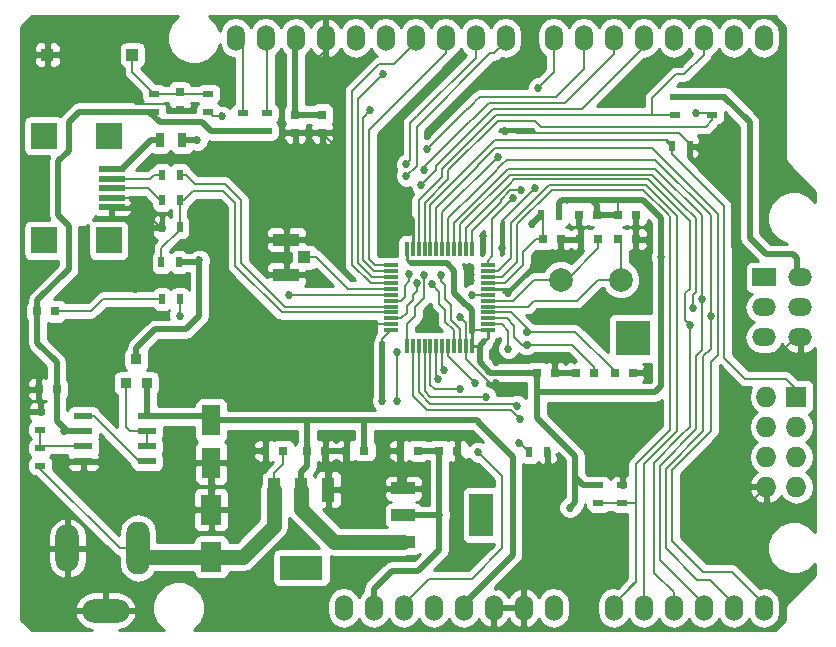
<source format=gbr>
G04 CAM350 V9.5.1 (Build 211) Date:  Fri May 13 20:41:23 2016 *
G04 Database: (Untitled) *
G04 Layer 5: STM32duino-F_Cu *
%FSLAX46Y46*%
%MOMM*%
%SFA1.000B1.000*%

%MIA0B0*%
%IPPOS*%
%ADD10C,0.25400*%
%ADD11O,1.52400X2.19964*%
%ADD12O,1.52400X2.19710*%
%ADD13O,4.00050X1.99898*%
%ADD14O,1.99898X4.00050*%
%ADD15O,1.99898X4.50088*%
%ADD16C,1.99898*%
%ADD17C,0.70000*%
%ADD18R,1.99898X1.52400*%
%ADD19O,1.99898X1.52400*%
%ADD20R,1.72720X1.72720*%
%ADD21O,1.72720X1.72720*%
%ADD22C,0.68580*%
%ADD23C,0.50800*%
%ADD24C,0.20320*%
%ADD25C,1.27000*%
%ADD29R,0.80000X0.75000*%
%ADD72R,0.75000X0.80000*%
%ADD73R,1.80086X2.49936*%
%ADD30R,0.79756X0.79756*%
%ADD31R,0.50000X0.90000*%
%ADD32R,0.91440X0.91440*%
%ADD33R,0.90000X0.50000*%
%ADD34R,1.00076X1.00076*%
%ADD35R,3.65760X2.03200*%
%ADD36R,1.01600X2.03200*%
%ADD37R,2.03200X3.65760*%
%ADD38R,2.03200X1.01600*%
%ADD39R,1.30048X0.29972*%
%ADD40R,0.29972X1.30048*%
%ADD41R,2.20000X1.05000*%
%ADD42R,1.05000X1.00000*%
%ADD43R,1.55000X0.60000*%
%ADD44R,3.00000X3.00000*%
%ADD45R,1.60020X2.60096*%
%ADD46R,0.70000X1.30000*%
%ADD47R,2.19710X2.19710*%
%ADD48R,2.19710X0.49784*%
%LNSTM32duino-F_Cu*%
%LPD*%
G36*
X116128006Y-130145244D02*
G01Y-79912756D01*
X116128024Y-79912712*
X116996726Y-79044018*
X116996770Y-79044000*
X129391794Y-79044034*
X128828360Y-79606554*
X128487570Y-80427274*
X128487560Y-80427324*
X128486786Y-81315984*
X128486796Y-81316032*
X128826154Y-82137344*
X128826182Y-82137386*
X129454014Y-82766312*
X130274774Y-83107130*
X130274824Y-83107140*
X131163486Y-83107914*
X131163534Y-83107904*
X131984844Y-82768546*
X131984886Y-82768518*
X132613814Y-82140686*
X132914450Y-81416794*
X132986436Y-81778698*
X132986456Y-81778746*
X133289260Y-82231922*
X133742474Y-82534760*
X133742522Y-82534780*
X134137354Y-82613330*
X134137400Y-82613386*
X134137390Y-86439726*
X134137364Y-86439774*
X133969058Y-86550348*
X133826636Y-86761342*
X133826616Y-86761388*
X133811670Y-86835752*
X133650632Y-86674448*
X133291390Y-86525280*
X133291340Y-86525270*
X132942456Y-86524954*
X132942408Y-86524928*
X132863652Y-86405056*
X132797524Y-86360388*
X132857906Y-86320684*
X133000364Y-86109658*
X133000384Y-86109612*
X133050438Y-85860012*
Y-85359986*
X133003468Y-85117900*
X133003448Y-85117854*
X132863652Y-84905056*
X132652658Y-84762634*
X132652612Y-84762614*
X132402986Y-84712560*
X131502986Y-84712562*
X131260902Y-84759532*
X131260856Y-84759552*
X131087514Y-84873400*
X130521816Y-84873384*
X130521760Y-84873338*
X130515468Y-84840900*
X130515448Y-84840854*
X130375652Y-84628056*
X130164658Y-84485634*
X130164612Y-84485614*
X129914986Y-84435560*
X129164986Y-84435562*
X128922902Y-84482532*
X128922856Y-84482552*
X128710058Y-84622348*
X128567636Y-84833342*
X128567616Y-84833388*
X128559588Y-84873356*
X128559532Y-84873400*
X128244728Y-84873386*
X128080658Y-84762634*
X128080612Y-84762614*
X127830986Y-84712560*
X127525290Y-84712554*
X127525246Y-84712536*
X126255798Y-83443080*
X126255780Y-83443036*
X126255796Y-83398030*
X126255842Y-83397974*
X126261660Y-83396846*
X126261706Y-83396826*
X126474468Y-83257064*
X126616926Y-83046038*
X126616946Y-83045992*
X126666998Y-82796392*
Y-81795606*
X126620028Y-81553520*
X126620008Y-81553474*
X126480212Y-81340676*
X126269218Y-81198254*
X126269172Y-81198234*
X126019546Y-81148180*
X125018786Y-81148182*
X124776702Y-81195152*
X124776656Y-81195172*
X124563858Y-81334968*
X124421436Y-81545962*
X124421416Y-81546008*
X124371360Y-81795634*
Y-82796370*
X124418334Y-83038478*
X124418354Y-83038524*
X124558116Y-83251286*
X124769142Y-83393744*
X124769188Y-83393764*
X124782536Y-83396454*
X124782580Y-83396510*
Y-83748170*
X124838646Y-84030042*
X124838666Y-84030090*
X124998322Y-84269026*
X126283542Y-85554260*
X126283560Y-85554304*
Y-85859990*
X126330534Y-86102098*
X126330554Y-86102144*
X126408534Y-86221000*
X121042986Y-86221002*
X120702816Y-86288666*
X120702768Y-86288686*
X120414372Y-86481394*
X119513376Y-87382392*
X119456200Y-87467960*
X119422756Y-87517974*
X119356608Y-87473324*
X119356562Y-87473304*
X119106936Y-87423250*
X118193820*
X116909836Y-87423252*
X116667752Y-87470222*
X116667706Y-87470242*
X116454908Y-87610038*
X116312486Y-87821032*
X116312466Y-87821078*
X116262410Y-88070704*
Y-90267780*
X116309384Y-90509888*
X116309404Y-90509934*
X116449166Y-90722696*
X116660192Y-90865154*
X116660238Y-90865174*
X116909838Y-90915228*
X118470058Y-90915262*
X118431684Y-90972776*
X118431664Y-90972824*
X118364000Y-91313014*
Y-95884990*
X118431668Y-96225184*
X118431688Y-96225232*
X118470042Y-96282770*
X116909836Y-96282772*
X116667752Y-96329742*
X116667706Y-96329762*
X116454908Y-96469558*
X116312486Y-96680552*
X116312466Y-96680598*
X116262410Y-96930224*
Y-99127300*
X116309384Y-99369408*
X116309404Y-99369454*
X116449166Y-99582216*
X116660192Y-99724674*
X116660238Y-99724694*
X116909838Y-99774748*
X119106940Y-99774750*
X119253000Y-99746438*
X119252994Y-100083664*
X119252976Y-100083708*
X116859076Y-102477612*
X116666384Y-102765996*
X116666364Y-102766044*
X116598700Y-103106234*
X116598686Y-103205852*
X116491556Y-103364562*
X116491536Y-103364608*
X116441480Y-103614234*
Y-104411770*
X116488454Y-104653878*
X116488474Y-104653924*
X116598690Y-104821718*
X116598700Y-106732844*
X116666368Y-107073038*
X116666388Y-107073086*
X116859078Y-107361464*
X118224982Y-108727380*
X118225000Y-108727424*
X118224970Y-109642066*
X118140328Y-109607010*
X118140280Y-109607000*
X117899798Y-109607006*
X117899708Y-109607044*
X117741038Y-109765722*
X117741000Y-109765812*
X117741020Y-110489872*
X117741148Y-110490000*
X117760946Y-110490020*
X117761000Y-110490074*
X117760980Y-110743946*
X117760926Y-110744000*
X117741128Y-110744020*
X117741000Y-110744148*
X117741006Y-111468202*
X117741044Y-111468292*
X117899722Y-111626962*
X117899812Y-111627000*
X118140288Y-111626998*
X118140336Y-111626988*
X118237000Y-111586982*
X118236980Y-111648946*
X118236926Y-111649000*
X118014798Y-111649006*
X118014708Y-111649044*
X117856038Y-111807722*
X117856000Y-111807812*
X117856020Y-112408872*
X117856148Y-112409000*
X117875946Y-112409020*
X117876000Y-112409074*
X117875980Y-112658946*
X117875926Y-112659000*
X117856128Y-112659020*
X117856000Y-112659148*
X117855980Y-112680946*
X117855926Y-112681000*
X117602054Y-112680980*
X117602000Y-112680926*
Y-112659128*
X117601872Y-112659000*
X116802798Y-112659006*
X116802708Y-112659044*
X116644038Y-112817722*
X116644000Y-112817812*
X116644002Y-112910286*
X116644012Y-112910334*
X116740666Y-113143676*
X116740694Y-113143718*
X116882102Y-113285204*
X116824058Y-113323348*
X116681636Y-113534342*
X116681616Y-113534388*
X116631560Y-113784014*
Y-114283990*
X116678534Y-114526098*
X116678554Y-114526144*
X116818316Y-114738906*
X116920516Y-114807972*
X116824058Y-114871348*
X116681636Y-115082342*
X116681616Y-115082388*
X116631560Y-115332014*
Y-115831990*
X116678534Y-116074098*
X116678554Y-116074144*
X116818316Y-116286906*
X116884476Y-116331644*
X116824058Y-116371348*
X116681636Y-116582342*
X116681616Y-116582388*
X116631560Y-116832014*
Y-117331990*
X116678534Y-117574098*
X116678554Y-117574144*
X116818316Y-117786906*
X117029342Y-117929364*
X117029388Y-117929384*
X117278988Y-117979438*
X117318710Y-117979446*
X117318754Y-117979464*
X123939138Y-124599844*
X124178098Y-124759518*
X124178146Y-124759538*
X124377404Y-124799184*
X124377450Y-124799240*
Y-125386468*
X124501864Y-126011948*
X124501884Y-126011996*
X124856170Y-126542220*
X125386430Y-126896538*
X125386478Y-126896558*
X126011920Y-127020964*
X126011968*
X126637410Y-126896554*
X126637458Y-126896534*
X127167682Y-126542250*
X127477898Y-126078006*
X127477948Y-126077980*
X130663030Y-126077996*
X130663086Y-126078042*
X130706104Y-126299758*
X130706124Y-126299804*
X130845886Y-126512566*
X131056912Y-126655024*
X131056958Y-126655044*
X131306558Y-126705098*
X133107420Y-126705100*
X133349528Y-126658126*
X133349574Y-126658106*
X133562336Y-126518344*
X133704794Y-126307318*
X133704814Y-126307272*
X133750802Y-126078024*
X133750858Y-126077980*
X134907010*
X135393006Y-125981310*
X135393054Y-125981290*
X135805038Y-125706010*
X138439016Y-123072034*
X138714316Y-122660026*
X138714336Y-122659978*
X138810998Y-122174010*
X138811038Y-121487448*
X138928970Y-121663944*
X141331480Y-124066560*
X137998186Y-124066562*
X137756102Y-124113532*
X137756056Y-124113552*
X137543258Y-124253348*
X137400836Y-124464342*
X137400816Y-124464388*
X137350760Y-124714014*
Y-126745990*
X137397734Y-126988098*
X137397754Y-126988144*
X137537516Y-127200906*
X137748542Y-127343364*
X137748588Y-127343384*
X137998188Y-127393438*
X141655790Y-127393440*
X141897900Y-127346466*
X141897946Y-127346446*
X142110708Y-127206684*
X142253166Y-126995658*
X142253186Y-126995612*
X142303238Y-126746012*
X142303266Y-124777796*
X142620990Y-124840998*
X148462990Y-124841000*
X148948986Y-124744330*
X148949034Y-124744310*
X148975768Y-124726450*
X149478990Y-124726440*
X149721100Y-124679466*
X149721146Y-124679446*
X149893446Y-124566318*
X149364774Y-125094982*
X149364730Y-125095000*
X147502866Y-125095002*
X147162696Y-125162666*
X147162648Y-125162686*
X146874252Y-125355394*
X145332476Y-126897172*
X145139784Y-127185556*
X145139764Y-127185604*
X145072100Y-127525794*
X145072092Y-127707904*
X145072066Y-127707954*
X144973256Y-127773986*
X144691084Y-128196240*
X144408906Y-127773948*
X143955728Y-127471144*
X143955680Y-127471124*
X143421120Y-127364796*
X143421072*
X142886514Y-127471128*
X142886466Y-127471148*
X142433256Y-127773986*
X142130452Y-128227166*
X142130432Y-128227214*
X142024100Y-128761808*
Y-129505396*
X142130436Y-130039994*
X142130456Y-130040042*
X142433260Y-130493216*
X142886474Y-130796054*
X142886522Y-130796074*
X143421080Y-130902404*
X143421128*
X143955688Y-130796070*
X143955736Y-130796050*
X144408910Y-130493246*
X144691116Y-130070958*
X144973260Y-130493216*
X145426474Y-130796054*
X145426522Y-130796074*
X145961080Y-130902404*
X145961128*
X146495688Y-130796070*
X146495736Y-130796050*
X146948910Y-130493246*
X147231116Y-130070958*
X147513260Y-130493216*
X147966474Y-130796054*
X147966522Y-130796074*
X148501080Y-130902404*
X148501128*
X149035688Y-130796070*
X149035736Y-130796050*
X149488910Y-130493246*
X149771116Y-130070958*
X150053260Y-130493216*
X150506474Y-130796054*
X150506522Y-130796074*
X151041080Y-130902404*
X151041128*
X151575688Y-130796070*
X151575736Y-130796050*
X152028910Y-130493246*
X152311116Y-130070958*
X152593260Y-130493216*
X153046474Y-130796054*
X153046522Y-130796074*
X153581080Y-130902404*
X153581128*
X154115688Y-130796070*
X154115736Y-130796050*
X154568910Y-130493246*
X154859760Y-130058034*
X154879038Y-130123338*
X154879060Y-130123382*
X155223062Y-130549032*
X155703808Y-130810670*
X155777988Y-130825628*
X155778078Y-130825614*
X155994036Y-130703166*
X155994100Y-130703054*
X155994080Y-129260728*
X155993952Y-129260600*
X155974154Y-129260580*
X155974100Y-129260526*
X155974120Y-129006654*
X155974174Y-129006600*
X155993972Y-129006580*
X155994100Y-129006452*
X155994120Y-128986654*
X155994174Y-128986600*
X156248046Y-128986620*
X156248100Y-128986674*
X156248120Y-129006472*
X156248248Y-129006600*
X158533972Y-129006580*
X158534100Y-129006452*
X158534090Y-127564128*
X158534026Y-127564016*
X158318064Y-127441584*
X158317974Y-127441570*
X158243802Y-127456532*
X157763056Y-127718174*
X157419056Y-128143824*
X157419034Y-128143868*
X157391078Y-128238432*
X157363164Y-128143862*
X157363142Y-128143818*
X157019100Y-127718136*
X156538358Y-127456516*
X156464212Y-127441572*
X156464122Y-127441586*
X156248102Y-127564022*
X156248082Y-127398908*
X156247954Y-127398780*
X156235398Y-127398720*
X158362608Y-125271506*
X158555318Y-124983102*
X158555338Y-124983054*
X158622998Y-124642890*
X158623034Y-116984656*
X158643342Y-116998364*
X158643388Y-116998384*
X158892988Y-117048438*
X159392990Y-117048440*
X159635100Y-117001466*
X159635146Y-117001446*
X159847908Y-116861684*
X159891356Y-116797380*
X160033288Y-116939310*
X160033330Y-116939338*
X160266674Y-117035990*
X160266722Y-117036000*
X160359202Y-117035994*
X160359292Y-117035956*
X160517962Y-116877278*
X160518000Y-116877188*
X160517980Y-116078128*
X160517852Y-116078000*
X160496054Y-116077980*
X160496000Y-116077926*
X160496020Y-115824054*
X160496074Y-115824000*
X160517872Y-115823980*
X160518000Y-115823852*
X160518020Y-115804054*
X160518074Y-115804000*
X160767946Y-115804020*
X160768000Y-115804074*
X160768020Y-115823872*
X160768148Y-115824000*
X160789946Y-115824020*
X160790000Y-115824074*
X160789980Y-116077946*
X160789926Y-116078000*
X160768128Y-116078020*
X160768000Y-116078148*
X160768006Y-116877202*
X160768044Y-116877292*
X160926722Y-117035962*
X160926812Y-117036000*
X161019288Y-117035998*
X161019336Y-117035988*
X161252676Y-116939334*
X161252718Y-116939306*
X161431312Y-116760712*
X161431340Y-116760670*
X161527990Y-116527328*
X161528000Y-116527280*
X161527994Y-116236798*
X161527956Y-116236708*
X161369328Y-116078028*
X161527872Y-116077982*
X161528000Y-116077854*
X161528034Y-116049272*
X162116320Y-116637564*
X162116338Y-116637608*
X162116326Y-119775192*
X162116290Y-119775246*
X162006810Y-119820484*
X162006768Y-119820512*
X161731448Y-120095366*
X161582280Y-120454610*
X161582270Y-120454660*
X161581934Y-120843640*
X161581944Y-120843688*
X161730486Y-121203190*
X161730514Y-121203232*
X162005328Y-121478524*
X162364610Y-121627720*
X162364660Y-121627730*
X162753642Y-121628066*
X162753690Y-121628056*
X163113190Y-121479514*
X163113232Y-121479486*
X163388524Y-121204672*
X163477978Y-120989270*
X163633946Y-120833288*
X163826656Y-120544884*
X163826676Y-120544836*
X163875560Y-120299278*
Y-120506990*
X163922534Y-120749098*
X163922554Y-120749144*
X164062316Y-120961906*
X164273342Y-121104364*
X164273388Y-121104384*
X164522988Y-121154438*
X165422990Y-121154440*
X165665100Y-121107466*
X165665146Y-121107446*
X165838450Y-120993610*
X166141236Y-120993604*
X166305342Y-121104364*
X166305388Y-121104384*
X166554988Y-121154438*
X167411346Y-121154460*
X167411400Y-121154514*
X167411394Y-126623750*
X167411376Y-126623794*
X166605804Y-127429354*
X166605750Y-127429370*
X166281120Y-127364796*
X166281072*
X165746514Y-127471128*
X165746466Y-127471148*
X165293256Y-127773986*
X164990452Y-128227166*
X164990432Y-128227214*
X164884100Y-128761808*
Y-129505396*
X164990436Y-130039994*
X164990456Y-130040042*
X165293260Y-130493216*
X165746474Y-130796054*
X165746522Y-130796074*
X166281080Y-130902404*
X166281128*
X166815688Y-130796070*
X166815736Y-130796050*
X167268910Y-130493246*
X167551116Y-130070958*
X167833260Y-130493216*
X168286474Y-130796054*
X168286522Y-130796074*
X168821080Y-130902404*
X168821128*
X169355688Y-130796070*
X169355736Y-130796050*
X169808910Y-130493246*
X170091116Y-130070958*
X170373260Y-130493216*
X170826474Y-130796054*
X170826522Y-130796074*
X171361080Y-130902404*
X171361128*
X171895688Y-130796070*
X171895736Y-130796050*
X172348910Y-130493246*
X172631116Y-130070958*
X172913260Y-130493216*
X173366474Y-130796054*
X173366522Y-130796074*
X173901080Y-130902404*
X173901128*
X174435688Y-130796070*
X174435736Y-130796050*
X174888910Y-130493246*
X175171116Y-130070958*
X175453260Y-130493216*
X175906474Y-130796054*
X175906522Y-130796074*
X176441080Y-130902404*
X176441128*
X176975688Y-130796070*
X176975736Y-130796050*
X177428910Y-130493246*
X177711116Y-130070958*
X177993260Y-130493216*
X178446474Y-130796054*
X178446522Y-130796074*
X178981080Y-130902404*
X178981128*
X179515688Y-130796070*
X179515736Y-130796050*
X179968910Y-130493246*
X180271748Y-130040034*
X180271768Y-130039986*
X180378098Y-129505416*
Y-128761780*
X180271764Y-128227206*
X180271744Y-128227158*
X179968906Y-127773948*
X179515728Y-127471144*
X179515680Y-127471124*
X179070000Y-127382476*
X178981120Y-127364796*
X178981072*
X178656432Y-127429364*
X178656378Y-127429348*
X176817166Y-125590138*
X176578224Y-125430482*
X176578176Y-125430462*
X176296306Y-125374400*
X174168130Y-125374394*
X174168086Y-125374376*
X171932618Y-123138900*
X171932600Y-123138856*
X171932606Y-117780130*
X171932624Y-117780086*
X175018846Y-114693862*
X175178518Y-114454902*
X175178538Y-114454854*
X175234598Y-114173010*
X175234606Y-108636130*
X175234624Y-108636086*
X175260016Y-108610726*
X176898138Y-110248844*
X177137098Y-110408518*
X177137146Y-110408538*
X177418990Y-110464598*
X177935712Y-110464632*
X177812486Y-110649134*
X177812466Y-110649182*
X177698400Y-111222654*
Y-111281348*
X177812470Y-111854826*
X177812490Y-111854874*
X178137318Y-112341010*
X178408122Y-112522034*
X178137314Y-112702992*
X177812486Y-113189134*
X177812466Y-113189182*
X177698400Y-113762654*
Y-113821348*
X177812470Y-114394826*
X177812490Y-114394874*
X178137318Y-114881010*
X178408122Y-115062034*
X178137314Y-115242992*
X177812486Y-115729134*
X177812466Y-115729182*
X177698400Y-116302654*
Y-116361348*
X177812470Y-116934826*
X177812490Y-116934874*
X178137318Y-117421010*
X178408116Y-117601990*
X177990168Y-117983538*
X177742062Y-118512926*
X177742050Y-118512980*
X177742064Y-118513038*
X177862508Y-118744930*
X177862622Y-118745000*
X179069872Y-118744980*
X179070000Y-118744852*
X179070020Y-118725054*
X179070074Y-118725000*
X179323946Y-118725020*
X179324000Y-118725074*
X179324020Y-118744872*
X179324148Y-118745000*
X179343946Y-118745020*
X179344000Y-118745074*
X179343980Y-118998946*
X179343926Y-118999000*
X179324128Y-118999020*
X179324000Y-118999148*
X179324010Y-120205744*
X179324078Y-120205858*
X179555980Y-120326926*
X179556088Y-120326930*
X179971930Y-120154692*
X180403804Y-119760502*
X180461358Y-119637800*
X180677318Y-119961010*
X181163494Y-120285872*
X181163542Y-120285892*
X181736980Y-120399954*
X181737028*
X182310468Y-120285888*
X182310516Y-120285868*
X182796652Y-119961040*
X183121514Y-119474866*
X183121534Y-119474818*
X183235598Y-118901368*
Y-118842626*
X183121530Y-118269174*
X183121510Y-118269126*
X182796648Y-117782954*
X182525878Y-117602002*
X182796652Y-117421040*
X183121514Y-116934866*
X183121534Y-116934818*
X183235598Y-116361368*
Y-116302626*
X183121530Y-115729174*
X183121510Y-115729126*
X182796648Y-115242954*
X182525878Y-115062002*
X182796652Y-114881040*
X183121514Y-114394866*
X183121534Y-114394818*
X183235598Y-113821368*
Y-113762626*
X183121530Y-113189174*
X183121510Y-113189126*
X182809746Y-112722490*
X182842700Y-112716066*
X182842746Y-112716046*
X183055508Y-112576284*
X183197966Y-112365258*
X183197986Y-112365212*
X183248038Y-112115612*
Y-110388386*
X183201068Y-110146300*
X183201048Y-110146254*
X183061252Y-109933456*
X182850258Y-109791034*
X182850212Y-109791014*
X182600586Y-109740960*
X181902690Y-109740954*
X181902646Y-109740936*
X181368846Y-109207138*
X181129904Y-109047482*
X181129856Y-109047462*
X180847986Y-108991400*
X177724130Y-108991394*
X177724086Y-108991376*
X176377618Y-107644900*
X176377600Y-107644856*
X176377598Y-95122986*
X176321534Y-94841136*
X176321514Y-94841088*
X176161844Y-94602134*
X173593000Y-92033290*
X172556012Y-90996274*
X172582962Y-90969278*
X172583000Y-90969188*
X172582980Y-90170128*
X172582852Y-90170000*
X172561054Y-90169980*
X172561000Y-90169926*
X172561020Y-89916054*
X172561074Y-89916000*
X172582872Y-89915980*
X172583000Y-89915852*
X172583020Y-89896054*
X172583074Y-89896000*
X172832946Y-89896020*
X172833000Y-89896074*
X172833020Y-89915872*
X172833148Y-89916000*
X173434202Y-89915994*
X173434292Y-89915956*
X173592962Y-89757278*
X173593000Y-89757188*
X173592998Y-89466712*
X173592988Y-89466664*
X173496336Y-89233322*
X173496308Y-89233280*
X173391702Y-89128626*
X174050190Y-89128600*
X174332064Y-89072534*
X174332112Y-89072514*
X174571048Y-88912858*
X175145846Y-88338062*
X175215220Y-88234250*
X175317100Y-88214466*
X175317146Y-88214446*
X175529908Y-88074684*
X175672366Y-87863658*
X175672386Y-87863612*
X175722438Y-87614012*
X175722474Y-87190712*
X176910982Y-88379226*
X176911000Y-88379270*
Y-97789990*
X176978668Y-98130184*
X176978688Y-98130232*
X177171378Y-98418610*
X178498722Y-99746060*
X178012076Y-99746062*
X177769992Y-99793032*
X177769946Y-99793052*
X177557148Y-99932848*
X177414726Y-100143842*
X177414706Y-100143888*
X177364650Y-100393514*
Y-101917490*
X177411624Y-102159598*
X177411644Y-102159644*
X177551406Y-102372406*
X177762432Y-102514864*
X177762478Y-102514884*
X177977980Y-102558132*
X177754224Y-102707694*
X177451420Y-103160872*
X177451400Y-103160920*
X177345070Y-103695504*
X177451404Y-104230086*
X177451424Y-104230134*
X177754228Y-104683310*
X178176490Y-104965534*
X177754224Y-105247694*
X177451420Y-105700872*
X177451400Y-105700920*
X177345070Y-106235504*
X177451404Y-106770086*
X177451424Y-106770134*
X177754228Y-107223310*
X178207442Y-107526148*
X178207490Y-107526168*
X178742058Y-107632498*
X179281082Y-107632500*
X179815680Y-107526164*
X179815728Y-107526144*
X180268902Y-107223340*
X180549278Y-106803794*
X180742622Y-107148944*
X181173578Y-107488620*
X181173624Y-107488644*
X181701688Y-107637504*
X181701796Y-107637484*
X181922366Y-107478782*
X181922420Y-107478678*
X181922400Y-106362628*
X181922272Y-106362500*
X181902474Y-106362480*
X181902420Y-106362426*
X181902440Y-106108554*
X181902494Y-106108500*
X181922292Y-106108480*
X181922420Y-106108352*
X181922440Y-106088554*
X181922494Y-106088500*
X182176366Y-106088520*
X182176420Y-106088574*
X182176440Y-106108372*
X182176568Y-106108500*
X182196366Y-106108520*
X182196420Y-106108574*
X182196400Y-106362446*
X182196346Y-106362500*
X182176548Y-106362520*
X182176420Y-106362648*
X182176428Y-107478694*
X182176482Y-107478798*
X182397062Y-107637488*
X182397170Y-107637508*
X182925224Y-107488640*
X182925270Y-107488616*
X183338000Y-107163362*
X183337966Y-122711622*
X182788146Y-122160858*
X181967426Y-121820068*
X181967376Y-121820058*
X181078716Y-121819284*
X181078668Y-121819294*
X180257356Y-122158654*
X180257314Y-122158682*
X179628360Y-122786554*
X179287570Y-123607274*
X179287560Y-123607324*
X179286786Y-124495984*
X179286796Y-124496032*
X179626154Y-125317344*
X179626182Y-125317386*
X180254014Y-125946312*
X181074774Y-126287130*
X181074824Y-126287140*
X181963486Y-126287914*
X181963534Y-126287904*
X182784844Y-125948546*
X182784886Y-125948518*
X183338000Y-125396420*
X183337994Y-126335244*
X183337976Y-126335288*
X180998626Y-128674642*
X180850156Y-128896844*
X180850136Y-128896892*
X180798000Y-129159014*
X180797994Y-130145244*
X180797976Y-130145288*
X179929274Y-131013982*
X179929230Y-131014000*
X162598100*
X158534100*
X130729492Y-131013940*
X131343814Y-130400686*
X131684632Y-129579926*
X131684642Y-129579876*
X131685416Y-128691214*
X131685406Y-128691166*
X131346046Y-127869856*
X131346018Y-127869814*
X130718146Y-127240858*
X129897426Y-126900068*
X129897376Y-126900058*
X129008716Y-126899284*
X129008668Y-126899294*
X128187356Y-127238654*
X128187314Y-127238682*
X127558360Y-127866554*
X127217570Y-128687274*
X127217560Y-128687324*
X127216786Y-129575984*
X127216796Y-129576032*
X127556154Y-130397344*
X127556182Y-130397386*
X128171618Y-131014000*
X124390734Y-131013948*
X125004682Y-130841456*
X125004728Y-130841432*
X125507424Y-130445948*
X125820548Y-129888148*
X125851488Y-129760378*
X125851480Y-129760294*
X125732168Y-129507054*
X125732052Y-129506980*
X123388248Y-129507000*
X123388120Y-129507128*
X123388100Y-129526926*
X123388046Y-129526980*
X123134174Y-129526960*
X123134120Y-129526906*
Y-129507108*
X123133992Y-129506980*
X120790172Y-129506992*
X120790056Y-129507066*
X120670764Y-129760300*
X120670752Y-129760354*
X120701684Y-129888122*
X121014790Y-130445916*
X121517520Y-130841436*
X121517566Y-130841460*
X122131488Y-131014000*
X119882920*
X116996756Y-131013994*
X116996712Y-131013976*
X116128024Y-130145288*
X116128006Y-130145244*
G37*
%LPC*%
G36*
X116579006Y-110331202D02*
G01X116579044Y-110331292D01*
X116737722Y-110489962*
X116737812Y-110490000*
X117486912*
X117487040Y-110489872*
X117487000Y-109765812*
X117486962Y-109765722*
X117328278Y-109607038*
X117328188Y-109607000*
X117087714Y-109607002*
X117087666Y-109607012*
X116854324Y-109703664*
X116854282Y-109703692*
X116675690Y-109882286*
X116675662Y-109882328*
X116579010Y-110115672*
X116579000Y-110115720*
X116579006Y-110331202*
G37*
G36*
X116644006Y-112250202D02*
G01X116644044Y-112250292D01*
X116802722Y-112408962*
X116802812Y-112409000*
X117601912*
X117602040Y-112408872*
X117602000Y-111807812*
X117601962Y-111807722*
X117487000Y-111692750*
X117443278Y-111649038*
X117443188Y-111649000*
X117152712Y-111649002*
X117152664Y-111649012*
X116919324Y-111745664*
X116919282Y-111745692*
X116740690Y-111924288*
X116740662Y-111924330*
X116644010Y-112157672*
X116644000Y-112157720*
X116644006Y-112250202*
G37*
G36*
X117185446Y-82010202D02*
G01X117185484Y-82010292D01*
X117344162Y-82168962*
X117344252Y-82169000*
X118193732*
X118193860Y-82168872*
X118193820Y-81319432*
X118193782Y-81319342*
X118035098Y-81160658*
X118035008Y-81160620*
X117694154Y-81160622*
X117694106Y-81160632*
X117460764Y-81257284*
X117460722Y-81257312*
X117282130Y-81435906*
X117282102Y-81435948*
X117185450Y-81669292*
X117185440Y-81669340*
X117185446Y-82010202*
G37*
G36*
X117185442Y-82922668D02*
G01X117185452Y-82922716D01*
X117282106Y-83156056*
X117282134Y-83156098*
X117460728Y-83334690*
X117460770Y-83334718*
X117694114Y-83431370*
X117694162Y-83431380*
X118035022Y-83431374*
X118035112Y-83431336*
X118193816Y-83272680*
X118193854Y-83272590*
X118193820Y-82423128*
X118193692Y-82423000*
X117344238Y-82423006*
X117344148Y-82423044*
X117185478Y-82581722*
X117185440Y-82581812*
X117185442Y-82922668*
G37*
G36*
X118375450Y-123951872D02*
G01X118375578Y-123952000D01*
X119882832*
X119882960Y-123951872*
X119882920Y-121608068*
X119882846Y-121607952*
X119629600Y-121488642*
X119629516Y-121488634*
X119501746Y-121519574*
X118943946Y-121832702*
X118548464Y-122335398*
X118548440Y-122335444*
X118375430Y-122951260*
X118375450Y-123951872*
G37*
G36*
X118548444Y-125822560D02*
G01X118548468Y-125822606D01*
X118943952Y-126325304*
X119501752Y-126638426*
X119629528Y-126669362*
X119629612Y-126669354*
X119882874Y-126550076*
X119882948Y-126549960*
X119882920Y-124206128*
X119882792Y-124206000*
X118375558Y-124206020*
X118375430Y-124206148*
Y-125206746*
X118548444Y-125822560*
G37*
G36*
X118447840Y-82168872D02*
G01X118447968Y-82169000D01*
X119297402Y-82168994*
X119297492Y-82168956*
X119456196Y-82010300*
X119456234Y-82010210*
X119456198Y-81669332*
X119456188Y-81669284*
X119359536Y-81435942*
X119359508Y-81435900*
X119180912Y-81257308*
X119180870Y-81257280*
X118947528Y-81160630*
X118947480Y-81160620*
X118606618Y-81160626*
X118606528Y-81160664*
X118447858Y-81319342*
X118447820Y-81319432*
X118447840Y-82168872*
G37*
G36*
X118447826Y-83272582D02*
G01X118447864Y-83272672D01*
X118606542Y-83431342*
X118606632Y-83431380*
X118947488Y-83431378*
X118947536Y-83431368*
X119180870Y-83334718*
X119180912Y-83334690*
X119359512Y-83156092*
X119456230Y-82922714*
X119456240Y-82922664*
X119456200Y-82581804*
X119456162Y-82581714*
X119297478Y-82423038*
X119297388Y-82423000*
X118447948Y-82423020*
X118447820Y-82423148*
X118447826Y-83272582*
G37*
G36*
X120136940Y-123951872D02*
G01X120137068Y-123952000D01*
X121644322*
X121644450Y-123951872*
X121644406Y-122951226*
X121471398Y-122335438*
X121471374Y-122335392*
X121075850Y-121832664*
X120518058Y-121519560*
X120390312Y-121488636*
X120390228Y-121488644*
X120136994Y-121607952*
X120136920Y-121608068*
X120136940Y-123951872*
G37*
G36*
X120136932Y-126549948D02*
G01X120137006Y-126550064D01*
X120390240Y-126669356*
X120390324Y-126669364*
X120518058Y-126638438*
X121075856Y-126325330*
X121471378Y-125822600*
X121471402Y-125822554*
X121644446Y-125206776*
X121644410Y-124206128*
X121644282Y-124206000*
X120137048Y-124206020*
X120136920Y-124206148*
X120136932Y-126549948*
G37*
G36*
X120670766Y-128999672D02*
G01X120790074Y-129252906D01*
X120790190Y-129252980*
X123134032*
X123134160Y-129252852*
X123134120Y-127745638*
X123133992Y-127745510*
X122133340Y-127745494*
X121644410Y-127882862*
X121517560Y-127918502*
X121517514Y-127918526*
X121014784Y-128314050*
X120701682Y-128871844*
X120670754Y-128999618*
X120670766Y-128999672*
G37*
G36*
X123388140Y-129252852D02*
G01X123388268Y-129252980D01*
X125732070Y-129252968*
X125732186Y-129252894*
X125851478Y-128999676*
X125851486Y-128999592*
X125820546Y-128871806*
X125507418Y-128314006*
X125004722Y-127918522*
X125004676Y-127918498*
X124388860Y-127745490*
X123388248Y-127745510*
X123388120Y-127745638*
X123388140Y-129252852*
G37*
G36*
X156248110Y-130703072D02*
G01X156248174Y-130703184D01*
X156464136Y-130825616*
X156464226Y-130825630*
X156538364Y-130810682*
X157019106Y-130549058*
X157363146Y-130123376*
X157363168Y-130123332*
X157391122Y-130028768*
X157419038Y-130123338*
X157419060Y-130123382*
X157763062Y-130549032*
X158243808Y-130810670*
X158317988Y-130825628*
X158318078Y-130825614*
X158534066Y-130703196*
X158534130Y-130703084*
X158534080Y-129260728*
X158533952Y-129260600*
X156248228Y-129260620*
X156248100Y-129260748*
X156248110Y-130703072*
G37*
G36*
X158788110D02*
G01X158788174Y-130703184D01*
X159004136Y-130825616*
X159004226Y-130825630*
X159078364Y-130810682*
X159559106Y-130549058*
X159903146Y-130123376*
X159903168Y-130123332*
X159922476Y-130058028*
X160213260Y-130493216*
X160666474Y-130796054*
X160666522Y-130796074*
X161201080Y-130902404*
X161201128*
X161735680Y-130796074*
X161735728Y-130796054*
X162188910Y-130493246*
X162491748Y-130040034*
X162491768Y-130039986*
X162598138Y-129505418*
X162598098Y-128761780*
X162491764Y-128227206*
X162491744Y-128227158*
X162188906Y-127773948*
X161735728Y-127471144*
X161735680Y-127471124*
X161201120Y-127364796*
X161201072*
X160666514Y-127471128*
X160666466Y-127471148*
X160213256Y-127773986*
X159922440Y-128209164*
X159903164Y-128143862*
X159903142Y-128143818*
X159559100Y-127718136*
X159078358Y-127456516*
X159004212Y-127441572*
X159004122Y-127441586*
X158788164Y-127564034*
X158788100Y-127564146*
X158788120Y-129006472*
X158788248Y-129006600*
X158808046Y-129006620*
X158808100Y-129006674*
X158808080Y-129260546*
X158808026Y-129260600*
X158788228Y-129260620*
X158788100Y-129260748*
X158788110Y-130703072*
G37*
G36*
X172833006Y-90969202D02*
G01X172833044Y-90969292D01*
X172991722Y-91127962*
X172991812Y-91128000*
X173084288Y-91127998*
X173084336Y-91127988*
X173317670Y-91031338*
X173317712Y-91031310*
X173496312Y-90852712*
X173593030Y-90619334*
X173593040Y-90619284*
X173592994Y-90328798*
X173592956Y-90328708*
X173434278Y-90170038*
X173434188Y-90170000*
X172833128Y-90170020*
X172833000Y-90170148*
X172833006Y-90969202*
G37*
G36*
X177742062Y-119231090D02*
G01X177990172Y-119760468D01*
X178422040Y-120154672*
X178837930Y-120326930*
X178838038Y-120326926*
X179069962Y-120205870*
X179070030Y-120205756*
X179069980Y-118999128*
X179069852Y-118999000*
X177862604Y-118999010*
X177862490Y-118999080*
X177742064Y-119230978*
X177742050Y-119231036*
X177742062Y-119231090*
G37*
G36*
X116579002Y-111118288D02*
G01X116579012Y-111118336D01*
X116675666Y-111351676*
X116675694Y-111351718*
X116854288Y-111530310*
X116854330Y-111530338*
X117087674Y-111626990*
X117087722Y-111627000*
X117328202Y-111626994*
X117328292Y-111626956*
X117486996Y-111468300*
X117487034Y-111468210*
X117487000Y-110744128*
X117486872Y-110744000*
X116737798Y-110744006*
X116737708Y-110744044*
X116579038Y-110902722*
X116579000Y-110902812*
X116579002Y-111118288*
G37*
%LPD*%
G36*
X167735000Y-109346926D02*
G01X167735020Y-109093054D01*
X167735074Y-109093000*
X167754872Y-109092980*
X167755000Y-109092852*
X167755020Y-109073054*
X167755074Y-109073000*
X168008946Y-109073020*
X168009000Y-109073074*
X168009020Y-109092872*
X168009148Y-109093000*
X168758202Y-109092994*
X168758292Y-109092956*
X168916962Y-108934278*
X168917000Y-108934188*
X168916998Y-108718712*
X168916988Y-108718664*
X168820336Y-108485322*
X168820308Y-108485280*
X168781542Y-108446466*
X169417946Y-108446460*
X169418000Y-108446514*
X169417980Y-109981946*
X169417926Y-109982000*
X168793088Y-109981940*
X168820312Y-109954712*
X168820340Y-109954670*
X168916990Y-109721328*
X168917000Y-109721280*
X168916994Y-109505798*
X168916956Y-109505708*
X168758278Y-109347038*
X168758188Y-109347000*
X168009128Y-109347020*
X168009000Y-109347148*
X168008980Y-109366946*
X168008926Y-109367000*
X167755054Y-109366980*
X167755000Y-109366926*
X167754980Y-109347128*
X167754852Y-109347000*
X167735054Y-109346980*
X167735000Y-109346926*
G37*
G36*
X155536756Y-110274104D02*
G01X155536976Y-110050910D01*
X155828990Y-110108998*
X158888946Y-110109020*
X158889000Y-110109074*
X158888980Y-111405154*
X158669634Y-111185448*
X158310390Y-111036280*
X158310340Y-111036270*
X157921360Y-111035932*
X157921312Y-111035942*
X157644282Y-111150400*
X156426042Y-111150380*
X156425988Y-111150328*
X156426068Y-111058358*
X156426058Y-111058310*
X156277516Y-110698810*
X156277488Y-110698768*
X156002634Y-110423448*
X155643390Y-110274280*
X155643340Y-110274270*
X155536810Y-110274156*
X155536756Y-110274104*
G37*
G36*
X149496780Y-105689136D02*
G01X149496786Y-105417950D01*
X149496804Y-105417906*
X149999846Y-104914862*
X150159518Y-104675902*
X150159538Y-104675854*
X150215598Y-104394010*
X150215606Y-103937130*
X150215624Y-103937086*
X150747372Y-103405336*
X150774400Y-103364964*
Y-103377990*
X150830466Y-103659862*
X150830486Y-103659910*
X150990142Y-103898846*
X151282382Y-104191100*
X151282400Y-104191144*
Y-104901990*
X151338466Y-105183862*
X151338486Y-105183910*
X151498142Y-105422846*
X151747068Y-105671880*
X151610046Y-105671882*
X151509346Y-105691414*
X151411926Y-105671880*
X151112206Y-105671882*
X151010214Y-105691664*
X150911546Y-105671880*
X150611826Y-105671882*
X150509834Y-105691664*
X150411166Y-105671880*
X150111446Y-105671882*
X150009454Y-105691664*
X149910786Y-105671880*
X149611066Y-105671882*
X149509074Y-105691664*
X149496824Y-105689192*
X149496780Y-105689136*
G37*
G36*
X160691036Y-112697766D02*
G01X160691056Y-111760054D01*
X160691110Y-111760000*
X169798990*
X170139184Y-111692332*
X170139232Y-111692312*
X170332400Y-111563282*
X170332394Y-113740870*
X170332376Y-113740914*
X167627140Y-116446154*
X167467482Y-116685096*
X167467462Y-116685144*
X167411400Y-116967014*
X167411380Y-117871946*
X167411326Y-117872000*
X167290798Y-117872006*
X167290708Y-117872044*
X167132038Y-118030722*
X167132000Y-118030812*
X167132020Y-118631872*
X167132148Y-118632000*
X167151946Y-118632020*
X167152000Y-118632074*
X167151980Y-118881946*
X167151926Y-118882000*
X167132128Y-118882020*
X167132000Y-118882148*
X167131980Y-118903946*
X167131926Y-118904000*
X166878054Y-118903980*
X166878000Y-118903926*
X166877980Y-118882128*
X166877852Y-118882000*
X166858054Y-118881980*
X166858000Y-118881926*
X166858020Y-118632054*
X166858074Y-118632000*
X166877872Y-118631980*
X166878000Y-118631852*
X166877994Y-118030798*
X166877956Y-118030708*
X166719278Y-117872038*
X166719188Y-117872000*
X166428712Y-117872002*
X166428664Y-117872012*
X166195324Y-117968664*
X166195282Y-117968692*
X166016662Y-118147328*
X165989412Y-118213036*
X165883652Y-118052056*
X165672658Y-117909634*
X165672612Y-117909614*
X165422986Y-117859560*
X164522986Y-117859562*
X164479486Y-117868000*
X164083256Y-117867994*
X164083212Y-117867976*
X163894356Y-117679112*
X163894338Y-117679068*
X163894336Y-116269324*
X163826672Y-115929154*
X163826652Y-115929106*
X163633944Y-115640710*
X160691054Y-112697810*
X160691036Y-112697766*
G37*
G36*
X140889054Y-117797218D02*
G01X140975608Y-117710626D01*
X141168318Y-117422222*
X141168338Y-117422174*
X141235998Y-117082010*
X141236030Y-116798932*
X141320674Y-116833990*
X141320722Y-116834000*
X141561202Y-116833994*
X141561292Y-116833956*
X141719962Y-116675278*
X141720000Y-116675188*
X141719980Y-115951128*
X141719852Y-115951000*
X141700054Y-115950980*
X141700000Y-115950926*
X141700020Y-115697054*
X141700074Y-115697000*
X141719872Y-115696980*
X141720000Y-115696852*
X141719994Y-114972798*
X141719956Y-114972708*
X141561278Y-114814038*
X141561188Y-114814000*
X141320714Y-114814002*
X141320666Y-114814012*
X141236000Y-114849046*
X141236020Y-114150194*
X141236074Y-114150140*
X144259946Y-114150160*
X144260000Y-114150214*
X144259970Y-114849066*
X144175328Y-114814010*
X144175280Y-114814000*
X143934798Y-114814006*
X143934708Y-114814044*
X143776038Y-114972722*
X143776000Y-114972812*
X143776020Y-115696872*
X143776148Y-115697000*
X143795946Y-115697020*
X143796000Y-115697074*
X143795980Y-115950946*
X143795926Y-115951000*
X143776128Y-115951020*
X143776000Y-115951148*
X143776006Y-116675202*
X143776044Y-116675292*
X143934722Y-116833962*
X143934812Y-116834000*
X144175288Y-116833998*
X144175336Y-116833988*
X144408676Y-116737334*
X144408718Y-116737308*
X144409994Y-116736054*
X144499342Y-116796364*
X144499388Y-116796384*
X144748988Y-116846438*
X145548990Y-116846440*
X145791100Y-116799466*
X145791146Y-116799446*
X146003908Y-116659684*
X146146366Y-116448658*
X146146386Y-116448612*
X146196438Y-116199012*
Y-115448986*
X146149468Y-115206900*
X146149448Y-115206854*
X146038000Y-115037168*
X146038020Y-114150194*
X146038074Y-114150140*
X154294884Y-114150146*
X154294928Y-114150164*
X155195798Y-115051094*
X155008390Y-114973280*
X155008340Y-114973270*
X154619360Y-114972932*
X154619312Y-114972942*
X154259810Y-115121484*
X154259768Y-115121512*
X154058000Y-115322880*
X154057998Y-115322710*
X154057988Y-115322664*
X153961336Y-115089322*
X153961308Y-115089280*
X153782712Y-114910688*
X153782670Y-114910660*
X153549328Y-114814010*
X153549280Y-114814000*
X153308798Y-114814006*
X153308708Y-114814044*
X153150038Y-114972722*
X153150000Y-114972812*
X153150020Y-115696872*
X153150148Y-115697000*
X153169946Y-115697020*
X153170000Y-115697074*
X153169980Y-115950946*
X153169926Y-115951000*
X153150128Y-115951020*
X153150000Y-115951148*
X153150006Y-116675202*
X153150044Y-116675292*
X153308722Y-116833962*
X153308812Y-116834000*
X153549288Y-116833998*
X153549336Y-116833988*
X153782676Y-116737334*
X153782718Y-116737306*
X153961312Y-116558712*
X153983802Y-116504520*
X154258328Y-116779524*
X154617610Y-116928720*
X154617660Y-116928730*
X154749114Y-116928850*
X154749158Y-116928868*
X156108382Y-118288100*
X156108400Y-118288144*
X156108374Y-118813848*
X156082986Y-118808760*
X154050986Y-118808762*
X153808902Y-118855732*
X153808856Y-118855752*
X153596058Y-118995548*
X153453636Y-119206542*
X153453616Y-119206588*
X153403560Y-119456214*
Y-123113790*
X153450534Y-123355898*
X153450554Y-123355944*
X153590316Y-123568706*
X153801342Y-123711164*
X153801388Y-123711184*
X154050988Y-123761238*
X156082990Y-123761240*
X156108400Y-123756336*
X156108394Y-123773870*
X156108376Y-123773914*
X153944020Y-125938262*
X153943976Y-125938280*
X151036018Y-125938220*
X152151608Y-124822626*
X152344318Y-124534224*
X152344338Y-124534176*
X152411998Y-124194010*
X152412002Y-121696384*
X152500720Y-121482712*
X152500730Y-121482662*
X152501068Y-121093680*
X152501058Y-121093632*
X152412000Y-120878076*
X152412030Y-116798932*
X152496674Y-116833990*
X152496722Y-116834000*
X152737202Y-116833994*
X152737292Y-116833956*
X152895962Y-116675278*
X152896000Y-116675188*
X152895980Y-115951128*
X152895852Y-115951000*
X152876054Y-115950980*
X152876000Y-115950926*
X152876020Y-115697054*
X152876074Y-115697000*
X152895872Y-115696980*
X152896000Y-115696852*
X152895994Y-114972798*
X152895956Y-114972708*
X152737278Y-114814038*
X152737188Y-114814000*
X152496714Y-114814002*
X152496666Y-114814012*
X152263324Y-114910664*
X152263282Y-114910690*
X152262006Y-114911944*
X152172658Y-114851634*
X152172612Y-114851614*
X151922986Y-114801560*
X151122986Y-114801562*
X150880902Y-114848532*
X150880856Y-114848552*
X150749228Y-114935000*
X150494138Y-114934986*
X150370658Y-114851634*
X150370612Y-114851614*
X150120986Y-114801560*
X149320986Y-114801562*
X149078902Y-114848532*
X149078856Y-114848552*
X148982108Y-114912080*
X148980712Y-114910688*
X148980670Y-114910660*
X148747328Y-114814010*
X148747280Y-114814000*
X148506798Y-114814006*
X148506708Y-114814044*
X148348038Y-114972722*
X148348000Y-114972812*
X148348020Y-115696872*
X148348148Y-115697000*
X148367946Y-115697020*
X148368000Y-115697074*
X148367980Y-115950946*
X148367926Y-115951000*
X148348128Y-115951020*
X148348000Y-115951148*
X148348006Y-116675202*
X148348044Y-116675292*
X148506722Y-116833962*
X148506812Y-116834000*
X148747288Y-116833998*
X148747336Y-116833988*
X148980676Y-116737334*
X148980718Y-116737308*
X148981994Y-116736054*
X149071342Y-116796364*
X149071388Y-116796384*
X149320988Y-116846438*
X150120990Y-116846440*
X150363100Y-116799466*
X150363146Y-116799446*
X150494738Y-116713010*
X150633946Y-116713020*
X150634000Y-116713074*
X150633980Y-120395946*
X150633926Y-120396000*
X149988262Y-120395990*
X149988214Y-120395964*
X149939652Y-120322056*
X149728658Y-120179634*
X149728612Y-120179614*
X149541288Y-120142000*
X149605288Y-120141998*
X149605336Y-120141988*
X149838678Y-120045334*
X149838720Y-120045306*
X150017312Y-119866712*
X150017340Y-119866670*
X150113990Y-119633326*
X150114000Y-119633278*
Y-119284804*
X150113962Y-119284714*
X149955278Y-119126038*
X149955188Y-119126000*
X148590128Y-119126020*
X148590000Y-119126148*
X148589980Y-119145946*
X148589926Y-119146000*
X148336054Y-119145980*
X148336000Y-119145926*
Y-119126128*
X148335872Y-119126000*
X146970798Y-119126006*
X146970708Y-119126044*
X146812038Y-119284722*
X146812000Y-119284812*
X146812002Y-119633286*
X146812012Y-119633334*
X146908666Y-119866676*
X146908694Y-119866718*
X147087288Y-120045310*
X147087330Y-120045338*
X147320672Y-120141990*
X147320720Y-120142000*
X147382634Y-120142050*
X147204902Y-120176532*
X147204856Y-120176552*
X146992058Y-120316348*
X146849636Y-120527342*
X146849616Y-120527388*
X146799560Y-120777014*
Y-121792990*
X146846534Y-122035098*
X146846554Y-122035144*
X146986316Y-122247906*
X147064832Y-122301000*
X143522000*
X143256000*
X143158146Y-122300994*
X143158102Y-122300976*
X141634202Y-120777026*
X141827202Y-120776994*
X141827292Y-120776956*
X141985962Y-120618278*
X141986000Y-120618188*
X141985980Y-119253128*
X141985852Y-119253000*
X141966054Y-119252980*
X141966000Y-119252926*
X141966020Y-118999054*
X141966074Y-118999000*
X141985872Y-118998980*
X141986000Y-118998852*
X141985994Y-117633798*
X141985956Y-117633708*
X141827278Y-117475038*
X141827188Y-117475000*
X141478714Y-117475002*
X141478666Y-117475012*
X141245324Y-117571664*
X141245282Y-117571692*
X141066690Y-117750286*
X141066662Y-117750328*
X140970010Y-117983672*
X140970000Y-117983720*
X140969958Y-118045666*
X140935468Y-117867900*
X140935448Y-117867854*
X140889054Y-117797218*
G37*
G36*
X118573514Y-116332404D02*
G01X118633908Y-116292684D01*
X118710244Y-116179626*
X118710294Y-116179600*
X120013292Y-116179628*
X119969010Y-116286672*
X119969000Y-116286720*
X119969006Y-116427202*
X119969044Y-116427292*
X120127722Y-116585962*
X120127812Y-116586000*
X121251872Y-116585980*
X121252000Y-116585852*
X121252020Y-116566054*
X121252074Y-116566000*
X121505946Y-116566020*
X121506000Y-116566074*
X121506020Y-116585872*
X121506148Y-116586000*
X122630202Y-116585994*
X122630292Y-116585956*
X122788962Y-116427278*
X122789000Y-116427188*
X122788998Y-116286712*
X122788988Y-116286664*
X122699222Y-116069916*
X122751366Y-115992658*
X122751386Y-115992612*
X122801438Y-115743012*
Y-115142986*
X122754468Y-114900900*
X122754448Y-114900854*
X122693622Y-114808230*
X122751366Y-114722658*
X122751386Y-114722612*
X122801438Y-114473012*
X122801474Y-114445186*
X125356542Y-117000260*
X125356560Y-117000304*
Y-117012990*
X125403534Y-117255098*
X125403554Y-117255144*
X125543316Y-117467906*
X125754342Y-117610364*
X125754388Y-117610384*
X126003988Y-117660438*
X127553990Y-117660440*
X127796100Y-117613466*
X127796146Y-117613446*
X128008908Y-117473684*
X128151366Y-117262658*
X128151386Y-117262612*
X128201438Y-117013012*
Y-116412986*
X128154468Y-116170900*
X128154448Y-116170854*
X128093622Y-116078230*
X128151366Y-115992658*
X128151386Y-115992612*
X128201438Y-115743012*
Y-115142986*
X128154468Y-114900900*
X128154448Y-114900854*
X128093622Y-114808230*
X128151366Y-114722658*
X128151386Y-114722612*
X128201438Y-114473012*
Y-113872986*
X128185758Y-113792042*
X128185802Y-113792000*
X130759406Y-113792020*
X130759460Y-113792074*
Y-114561610*
X130806432Y-114803718*
X130806452Y-114803764*
X130946216Y-115016526*
X131010946Y-115060262*
X130868590Y-115202668*
X130868562Y-115202710*
X130771910Y-115436052*
X130771900Y-115436100*
X130771906Y-116577062*
X130771944Y-116577152*
X130930622Y-116735822*
X130930712Y-116735860*
X132079872Y-116735840*
X132080000Y-116735712*
X132080020Y-116715914*
X132080074Y-116715860*
X132333946Y-116715880*
X132334000Y-116715934*
X132334020Y-116735732*
X132334148Y-116735860*
X133483302Y-116735854*
X133483392Y-116735816*
X133642062Y-116577138*
X133642100Y-116577048*
X133642098Y-115436092*
X133642088Y-115436044*
X133545434Y-115202704*
X133545406Y-115202662*
X133403526Y-115060740*
X133462008Y-115022304*
X133604466Y-114811278*
X133604486Y-114811232*
X133654538Y-114561632*
X133654560Y-114150194*
X133654614Y-114150140*
X139457946Y-114150160*
X139458000Y-114150214*
X139457986Y-115038826*
X139349636Y-115199342*
X139349616Y-115199388*
X139319300Y-115350354*
X139291468Y-115206900*
X139291448Y-115206854*
X139151652Y-114994056*
X138940658Y-114851634*
X138940612Y-114851614*
X138690986Y-114801560*
X137890986Y-114801562*
X137648902Y-114848532*
X137648856Y-114848552*
X137552108Y-114912080*
X137550712Y-114910688*
X137550670Y-114910660*
X137317328Y-114814010*
X137317280Y-114814000*
X137076798Y-114814006*
X137076708Y-114814044*
X136918038Y-114972722*
X136918000Y-114972812*
X136918020Y-115696872*
X136918148Y-115697000*
X136937946Y-115697020*
X136938000Y-115697074*
X136937980Y-115950946*
X136937926Y-115951000*
X136918128Y-115951020*
X136918000Y-115951148*
X136918006Y-116675202*
X136918044Y-116675292*
X137076722Y-116833962*
X137076812Y-116834000*
X137317288Y-116833998*
X137317336Y-116833988*
X137448634Y-116779654*
X137020140Y-117208154*
X136860482Y-117447096*
X136860462Y-117447144*
X136850344Y-117497960*
X136850298Y-117498008*
X136790902Y-117509532*
X136790856Y-117509552*
X136664000Y-117592880*
X136578058Y-117649348*
X136435636Y-117860342*
X136435616Y-117860388*
X136385560Y-118110014*
X136385546Y-118613244*
X136367686Y-118639974*
X136367666Y-118640022*
X136271000Y-119126014*
X136270994Y-121647928*
X136270976Y-121647972*
X134380978Y-123537962*
X134380934Y-123537980*
X133750968Y-123537964*
X133750912Y-123537918*
X133742430Y-123494184*
X133707898Y-123316200*
X133707878Y-123316154*
X133568082Y-123103356*
X133357088Y-122960934*
X133357042Y-122960914*
X133107416Y-122910860*
X132080000*
X131306556Y-122910862*
X131064472Y-122957832*
X131064426Y-122957852*
X130851628Y-123097648*
X130709206Y-123308642*
X130709186Y-123308688*
X130663198Y-123537936*
X130663142Y-123537980*
X127646484Y-123537960*
X127646430Y-123537906*
X127646428Y-122771506*
X127522016Y-122146050*
X127521996Y-122146002*
X127167678Y-121615746*
X126637450Y-121261460*
X126637402Y-121261440*
X126011960Y-121137034*
X126011912*
X125386470Y-121261444*
X125386422Y-121261464*
X124856166Y-121615784*
X124501880Y-122146010*
X124501860Y-122146058*
X124377450Y-122771534*
X124377416Y-122954704*
X122789000Y-121366290*
X121252000Y-119829290*
X118814466Y-117391724*
X118826438Y-117332012*
Y-116831986*
X118779468Y-116589900*
X118779448Y-116589854*
X118639652Y-116377056*
X118573514Y-116332404*
G37*
G36*
X125830342Y-92064814D02*
G01X127159342Y-90735788D01*
X127228342Y-90782364*
X127228388Y-90782384*
X127477988Y-90832438*
X128177990Y-90832440*
X128420098Y-90785466*
X128420144Y-90785446*
X128632908Y-90645684*
X128775364Y-90434658*
X128775384Y-90434612*
X128777238Y-90425572*
X128777534Y-90427098*
X128777554Y-90427144*
X128917316Y-90639906*
X129128342Y-90782364*
X129128388Y-90782384*
X129377988Y-90832438*
X130077990Y-90832440*
X130320100Y-90785466*
X130320146Y-90785446*
X130532908Y-90645684*
X130665410Y-90449438*
X130817810Y-90512720*
X130817860Y-90512730*
X131206842Y-90513066*
X131206890Y-90513056*
X131566390Y-90364514*
X131566432Y-90364486*
X131841724Y-90089672*
X131990920Y-89730390*
X131990930Y-89730340*
X131991054Y-89619044*
X132206980Y-89661996*
X132207028*
X132267318Y-89650002*
X134381904Y-89650000*
X134423988Y-89658438*
X135323990Y-89658440*
X135367490Y-89650002*
X136413904Y-89650000*
X136455988Y-89658438*
X137355990Y-89658440*
X137598100Y-89611466*
X137598146Y-89611446*
X137810908Y-89471684*
X137953366Y-89260658*
X137953386Y-89260612*
X138003438Y-89011012*
Y-88510986*
X137956468Y-88268900*
X137956448Y-88268854*
X137816652Y-88056056*
X137750524Y-88011388*
X137810908Y-87971684*
X137953366Y-87760658*
X137953386Y-87760612*
X138003438Y-87511012*
Y-87010986*
X137956468Y-86768900*
X137956448Y-86768854*
X137816652Y-86556056*
X137642626Y-86438578*
X137642600Y-86438528*
X137642608Y-82340430*
X137642634Y-82340380*
X137804910Y-82231952*
X138088386Y-81807764*
X138371800Y-82231922*
X138429974Y-82270812*
X138430000Y-82270862*
X138429986Y-86614862*
X138346636Y-86738342*
X138346616Y-86738388*
X138296560Y-86988014*
Y-87787990*
X138343534Y-88030098*
X138343554Y-88030144*
X138407066Y-88126908*
X138405690Y-88128288*
X138405662Y-88128330*
X138309010Y-88361672*
X138309000Y-88361720*
X138309006Y-88602202*
X138309044Y-88602292*
X138467722Y-88760962*
X138467812Y-88761000*
X139191872Y-88760980*
X139192000Y-88760852*
X139192020Y-88741054*
X139192074Y-88741000*
X139445946Y-88741020*
X139446000Y-88741074*
X139446020Y-88760872*
X139446148Y-88761000*
X140170202Y-88760994*
X140170292Y-88760956*
X140328962Y-88602278*
X140329000Y-88602188*
X140328998Y-88361712*
X140328988Y-88361664*
X140293966Y-88277038*
X140630014Y-88277028*
X140595010Y-88361672*
X140595000Y-88361720*
X140595006Y-88602202*
X140595044Y-88602292*
X140753722Y-88760962*
X140753812Y-88761000*
X141477872Y-88760980*
X141478000Y-88760852*
X141478020Y-88741054*
X141478074Y-88741000*
X141731946Y-88741020*
X141732000Y-88741074*
X141732020Y-88760872*
X141732148Y-88761000*
X142456202Y-88760994*
X142456292Y-88760956*
X142614962Y-88602278*
X142615000Y-88602188*
X142614998Y-88361712*
X142614988Y-88361664*
X142518336Y-88128324*
X142518310Y-88128282*
X142517064Y-88126988*
X142577366Y-88037658*
X142577386Y-88037612*
X142627438Y-87788012*
Y-86987986*
X142580468Y-86745900*
X142580448Y-86745854*
X142440652Y-86533056*
X142229658Y-86390634*
X142229612Y-86390614*
X141979986Y-86340560*
X141229986Y-86340562*
X140987902Y-86387532*
X140987856Y-86387552*
X140818170Y-86499000*
X140208054Y-86498980*
X140208000Y-86498926*
X140208008Y-82325154*
X140208034Y-82325104*
X140347450Y-82231952*
X140636532Y-81799382*
X140655038Y-81862068*
X140655060Y-81862112*
X140999062Y-82287762*
X141479808Y-82549400*
X141553988Y-82564358*
X141554078Y-82564344*
X141770036Y-82441896*
X141770100Y-82441784*
X141770080Y-81000728*
X141769952Y-81000600*
X141750154Y-81000580*
X141750100Y-81000526*
X141750120Y-80746654*
X141750174Y-80746600*
X141769972Y-80746580*
X141770100Y-80746452*
X141770090Y-79305398*
X141770026Y-79305286*
X141554064Y-79182854*
X141553974Y-79182840*
X141479802Y-79197802*
X140999056Y-79459444*
X140655056Y-79885092*
X140655034Y-79885136*
X140636496Y-79947822*
X140347446Y-79515244*
X139894268Y-79212440*
X139894220Y-79212420*
X139359660Y-79106092*
X139359612*
X138825054Y-79212424*
X138825006Y-79212444*
X138371796Y-79515282*
X138088354Y-79939434*
X137804906Y-79515244*
X137351728Y-79212440*
X137351680Y-79212420*
X136817120Y-79106092*
X136817072*
X136282514Y-79212424*
X136282466Y-79212444*
X135829256Y-79515282*
X135547084Y-79937534*
X135264906Y-79515244*
X134811728Y-79212440*
X134811680Y-79212420*
X134277120Y-79106092*
X134277072*
X133742514Y-79212424*
X133742466Y-79212444*
X133289256Y-79515282*
X132986452Y-79968460*
X132986432Y-79968508*
X132914204Y-80331450*
X132616046Y-79609856*
X132616018Y-79609814*
X132051264Y-79044026*
X179929244Y-79044006*
X179929288Y-79044024*
X180797982Y-79912726*
X180798000Y-79912770*
Y-91058990*
X180850140Y-91321116*
X180850160Y-91321164*
X180998628Y-91543360*
X183337982Y-93882726*
X183338000Y-93882770*
X183337966Y-94771622*
X182788146Y-94220858*
X181967426Y-93880068*
X181967376Y-93880058*
X181078716Y-93879284*
X181078668Y-93879294*
X180257356Y-94218654*
X180257314Y-94218682*
X179628360Y-94846554*
X179287570Y-95667274*
X179287560Y-95667324*
X179286786Y-96555984*
X179286796Y-96556032*
X179626154Y-97377344*
X179626182Y-97377386*
X180254014Y-98006312*
X180956296Y-98298000*
X179565256Y-98297994*
X179565212Y-98297976*
X178689018Y-97421774*
X178689000Y-97421730*
X178688998Y-88010986*
X178621334Y-87670816*
X178621314Y-87670768*
X178428606Y-87382372*
X176337420Y-85291178*
X176300114Y-85235366*
X176011742Y-85042682*
X176011694Y-85042662*
X175671504Y-84975000*
X175117070Y-84974998*
X175074986Y-84966560*
X174174986Y-84966562*
X174131486Y-84975000*
X171942070Y-84974998*
X171899986Y-84966560*
X171599212Y-84966500*
X171870100Y-84695618*
X171870144Y-84695600*
X172263558*
X172545432Y-84639534*
X172545480Y-84639514*
X172784416Y-84479858*
X174421946Y-82842330*
X174581618Y-82603370*
X174581638Y-82603322*
X174619730Y-82411834*
X174888910Y-82231952*
X175171116Y-81809664*
X175453260Y-82231922*
X175906474Y-82534760*
X175906522Y-82534780*
X176441080Y-82641108*
X176441128*
X176975688Y-82534776*
X176975736Y-82534756*
X177428910Y-82231952*
X177711116Y-81809664*
X177993260Y-82231922*
X178446474Y-82534760*
X178446522Y-82534780*
X178981080Y-82641108*
X178981128*
X179515688Y-82534776*
X179515736Y-82534756*
X179968910Y-82231952*
X180271748Y-81778738*
X180271768Y-81778690*
X180378098Y-81244122*
Y-80503074*
X180271764Y-79968500*
X180271744Y-79968452*
X179968906Y-79515244*
X179515728Y-79212440*
X179515680Y-79212420*
X178981120Y-79106092*
X178981072*
X178446514Y-79212424*
X178446466Y-79212444*
X177993256Y-79515282*
X177711084Y-79937534*
X177428906Y-79515244*
X176975728Y-79212440*
X176975680Y-79212420*
X176441120Y-79106092*
X176441072*
X175906514Y-79212424*
X175906466Y-79212444*
X175453256Y-79515282*
X175171084Y-79937534*
X174888906Y-79515244*
X174435728Y-79212440*
X174435680Y-79212420*
X173901120Y-79106092*
X173901072*
X173366514Y-79212424*
X173366466Y-79212444*
X172913256Y-79515282*
X172631084Y-79937534*
X172348906Y-79515244*
X171895728Y-79212440*
X171895680Y-79212420*
X171361120Y-79106092*
X171361072*
X170826514Y-79212424*
X170826466Y-79212444*
X170373256Y-79515282*
X170091084Y-79937534*
X169808906Y-79515244*
X169355728Y-79212440*
X169355680Y-79212420*
X168821120Y-79106092*
X168821072*
X168286514Y-79212424*
X168286466Y-79212444*
X167833256Y-79515282*
X167551084Y-79937534*
X167268906Y-79515244*
X166815728Y-79212440*
X166815680Y-79212420*
X166281120Y-79106092*
X166281072*
X165746514Y-79212424*
X165746466Y-79212444*
X165293256Y-79515282*
X165011084Y-79937534*
X164728906Y-79515244*
X164275728Y-79212440*
X164275680Y-79212420*
X163741120Y-79106092*
X163741072*
X163206514Y-79212424*
X163206466Y-79212444*
X162753256Y-79515282*
X162471084Y-79937534*
X162188906Y-79515244*
X161735728Y-79212440*
X161735680Y-79212420*
X161201120Y-79106092*
X161201072*
X160666514Y-79212424*
X160666466Y-79212444*
X160213256Y-79515282*
X159910452Y-79968460*
X159910432Y-79968508*
X159804100Y-80503102*
Y-81244102*
X159910436Y-81778698*
X159910456Y-81778746*
X160213260Y-82231922*
X160464474Y-82399796*
X160464500Y-82399846*
X160464494Y-83476770*
X160464476Y-83476814*
X159829256Y-84112026*
X159829212Y-84112044*
X159699360Y-84111932*
X159699312Y-84111942*
X159339810Y-84260484*
X159339768Y-84260512*
X159064448Y-84535366*
X158915280Y-84894610*
X158915270Y-84894660*
X158915058Y-85115346*
X158915004Y-85115400*
X154939986Y-85115402*
X154658138Y-85171466*
X154658090Y-85171486*
X154419136Y-85331156*
X150431256Y-89319026*
X150431212Y-89319044*
X150314136Y-89318922*
X150314082Y-89318868*
X150314088Y-88738348*
X150314106Y-88738304*
X156140450Y-82911968*
X156140494Y-82911950*
X156171890*
X156453764Y-82855884*
X156453812Y-82855864*
X156692748Y-82696208*
X156812416Y-82576554*
X156812470Y-82576538*
X157137080Y-82641108*
X157137128*
X157671688Y-82534776*
X157671736Y-82534756*
X158124910Y-82231952*
X158427748Y-81778738*
X158427768Y-81778690*
X158534098Y-81244122*
Y-80503074*
X158427764Y-79968500*
X158427744Y-79968452*
X158124906Y-79515244*
X157671728Y-79212440*
X157671680Y-79212420*
X157137120Y-79106092*
X157137072*
X156602514Y-79212424*
X156602466Y-79212444*
X156149256Y-79515282*
X155867084Y-79937534*
X155584906Y-79515244*
X155131728Y-79212440*
X155131680Y-79212420*
X154597120Y-79106092*
X154597072*
X154062514Y-79212424*
X154062466Y-79212444*
X153609256Y-79515282*
X153327084Y-79937534*
X153044906Y-79515244*
X152591728Y-79212440*
X152591680Y-79212420*
X152057120Y-79106092*
X152057072*
X151522514Y-79212424*
X151522466Y-79212444*
X151069256Y-79515282*
X150787084Y-79937534*
X150504906Y-79515244*
X150051728Y-79212440*
X150051680Y-79212420*
X149517120Y-79106092*
X149517072*
X148982514Y-79212424*
X148982466Y-79212444*
X148529256Y-79515282*
X148247084Y-79937534*
X147964906Y-79515244*
X147511728Y-79212440*
X147511680Y-79212420*
X146977120Y-79106092*
X146977072*
X146442514Y-79212424*
X146442466Y-79212444*
X145989256Y-79515282*
X145707084Y-79937534*
X145424906Y-79515244*
X144971728Y-79212440*
X144971680Y-79212420*
X144437120Y-79106092*
X144437072*
X143902514Y-79212424*
X143902466Y-79212444*
X143449256Y-79515282*
X143158446Y-79950452*
X143139164Y-79885130*
X143139142Y-79885086*
X142795100Y-79459406*
X142314358Y-79197786*
X142240212Y-79182842*
X142240122Y-79182856*
X142024164Y-79305304*
X142024100Y-79305416*
X142024120Y-80746472*
X142024248Y-80746600*
X142044046Y-80746620*
X142044100Y-80746674*
X142044080Y-81000546*
X142044026Y-81000600*
X142024228Y-81000620*
X142024100Y-81000748*
X142024110Y-82441802*
X142024174Y-82441914*
X142240136Y-82564346*
X142240226Y-82564360*
X142314364Y-82549412*
X142795106Y-82287788*
X143139146Y-81862106*
X143139168Y-81862062*
X143158482Y-81796740*
X143449260Y-82231922*
X143902474Y-82534760*
X143902522Y-82534780*
X144437080Y-82641108*
X144437128*
X144971688Y-82534776*
X144971736Y-82534756*
X145424910Y-82231952*
X145707116Y-81809664*
X145989260Y-82231922*
X146217248Y-82384352*
X146124214Y-82402856*
X146124166Y-82402876*
X145885212Y-82562548*
X143624140Y-84823622*
X143464482Y-85062564*
X143464462Y-85062612*
X143408400Y-85344480*
Y-100075990*
X143464466Y-100357862*
X143464486Y-100357910*
X143624142Y-100596846*
X144398588Y-101371400*
X144069130Y-101371394*
X144069086Y-101371376*
X142615000Y-99917290*
X141617846Y-98920138*
X141478000Y-98826696*
X141378904Y-98760482*
X141378856Y-98760462*
X141213050Y-98727472*
X141213002Y-98727426*
X141207468Y-98698900*
X141207448Y-98698854*
X141067652Y-98486056*
X140856658Y-98343634*
X140856612Y-98343614*
X140606986Y-98293560*
X140329000*
X140292054Y-98293540*
X140292000Y-98293486*
Y-98251804*
X140291962Y-98251714*
X140133278Y-98093038*
X140133188Y-98093000*
X138684128Y-98093020*
X138684000Y-98093148*
X138684006Y-98967202*
X138684044Y-98967292*
X138842722Y-99125962*
X138842812Y-99126000*
X138909506Y-99126020*
X138909560Y-99126074*
X138909540Y-99755946*
X138909486Y-99756000*
X138842798Y-99756006*
X138842708Y-99756044*
X138684038Y-99914722*
X138684000Y-99914812*
X138684020Y-100788872*
X138684148Y-100789000*
X140133202Y-100788994*
X140133292Y-100788956*
X140291962Y-100630278*
X140292000Y-100630188*
X140292020Y-100588494*
X140292074Y-100588440*
X140606990*
X140849100Y-100541466*
X140849146Y-100541446*
X141034198Y-100419908*
X142498668Y-101884480*
X140111608Y-101884420*
X140195312Y-101800712*
X140195340Y-101800670*
X140291990Y-101567326*
X140292000Y-101567278*
X140291994Y-101201798*
X140291956Y-101201708*
X140133278Y-101043038*
X140133188Y-101043000*
X138684128Y-101043020*
X138684000Y-101043148*
X138683980Y-101062946*
X138683926Y-101063000*
X138430054Y-101062980*
X138430000Y-101062926*
Y-101043128*
X138429872Y-101043000*
X136980796Y-101043006*
X136980706Y-101043044*
X136931714Y-101092004*
X135483618Y-99643900*
X135483600Y-99643856*
X135483598Y-94614986*
X135427534Y-94333136*
X135427514Y-94333088*
X135267844Y-94094134*
X133870846Y-92697138*
X133631904Y-92537482*
X133631856Y-92537462*
X133349986Y-92481400*
X131115130Y-92481394*
X131115086Y-92481376*
X130568846Y-91935138*
X130388276Y-91814456*
X130378468Y-91763900*
X130378448Y-91763854*
X130238652Y-91551056*
X130027658Y-91408634*
X130027612Y-91408614*
X129777986Y-91358560*
X129277986Y-91358562*
X129035902Y-91405532*
X129035856Y-91405552*
X128823058Y-91545348*
X128778370Y-91611500*
X128738652Y-91551056*
X128527658Y-91408634*
X128527612Y-91408614*
X128277986Y-91358560*
X127777986Y-91358562*
X127535902Y-91405532*
X127535856Y-91405552*
X127323058Y-91545348*
X127180636Y-91756342*
X127180616Y-91756388*
X127180014Y-91759340*
X127179968Y-91759386*
X127099138Y-91775466*
X127099090Y-91775486*
X126860136Y-91935156*
X126730460Y-92064822*
X126730416Y-92064840*
X125830342Y-92064814*
G37*
%LPC*%
G36*
X141974020Y-115696872D02*
G01X141974148Y-115697000D01*
X142723204Y-115696994*
X142723294Y-115696956*
X142748016Y-115672266*
X142772722Y-115696962*
X142772812Y-115697000*
X143521912*
X143522040Y-115696872*
X143522000Y-114972812*
X143521962Y-114972722*
X143363278Y-114814038*
X143363188Y-114814000*
X143122714Y-114814002*
X143122666Y-114814012*
X142889324Y-114910664*
X142889282Y-114910692*
X142747984Y-115051958*
X142606712Y-114910688*
X142606670Y-114910660*
X142373328Y-114814010*
X142373280Y-114814000*
X142132798Y-114814006*
X142132708Y-114814044*
X141974038Y-114972722*
X141974000Y-114972812*
X141974020Y-115696872*
G37*
G36*
X142240020Y-118998872D02*
G01X142240148Y-118999000D01*
X143097202Y-118998994*
X143097292Y-118998956*
X143255996Y-118840300*
X143256034Y-118840210*
X143255998Y-117983712*
X143255988Y-117983664*
X143159336Y-117750322*
X143159308Y-117750280*
X142980712Y-117571688*
X142980670Y-117571660*
X142747328Y-117475010*
X142747280Y-117475000*
X142398798Y-117475006*
X142398708Y-117475044*
X142240038Y-117633722*
X142240000Y-117633812*
X142240020Y-118998872*
G37*
G36*
X142240006Y-120618202D02*
G01X142240044Y-120618292D01*
X142398722Y-120776962*
X142398812Y-120777000*
X142747288Y-120776998*
X142747336Y-120776988*
X142980670Y-120680338*
X142980712Y-120680310*
X143159312Y-120501712*
X143256030Y-120268334*
X143256040Y-120268284*
X143256000Y-119411804*
X143255962Y-119411714*
X143097278Y-119253038*
X143097188Y-119253000*
X142240128Y-119253020*
X142240000Y-119253148*
X142240006Y-120618202*
G37*
G36*
X147186006Y-115538202D02*
G01X147186044Y-115538292D01*
X147344722Y-115696962*
X147344812Y-115697000*
X148093912*
X148094040Y-115696872*
X148094000Y-114972812*
X148093962Y-114972722*
X147935278Y-114814038*
X147935188Y-114814000*
X147694714Y-114814002*
X147694666Y-114814012*
X147461324Y-114910664*
X147461282Y-114910692*
X147282690Y-115089286*
X147282662Y-115089328*
X147186010Y-115322672*
X147186000Y-115322720*
X147186006Y-115538202*
G37*
G36*
X147186002Y-116325288D02*
G01X147186012Y-116325336D01*
X147282666Y-116558676*
X147282694Y-116558718*
X147461288Y-116737310*
X147461330Y-116737338*
X147694674Y-116833990*
X147694722Y-116834000*
X147935202Y-116833994*
X147935292Y-116833956*
X148093996Y-116675300*
X148094034Y-116675210*
X148094000Y-115951128*
X148093872Y-115951000*
X147344798Y-115951006*
X147344708Y-115951044*
X147186038Y-116109722*
X147186000Y-116109812*
X147186002Y-116325288*
G37*
G36*
X146812006Y-118713202D02*
G01X146812044Y-118713292D01*
X146970722Y-118871962*
X146970812Y-118872000*
X148335912*
X148336040Y-118871872*
X148336000Y-118014812*
X148335962Y-118014722*
X148177278Y-117856038*
X148177188Y-117856000*
X148094000*
X147320712Y-117856002*
X147320664Y-117856012*
X147087324Y-117952664*
X147087282Y-117952692*
X146908690Y-118131288*
X146908662Y-118131330*
X146812010Y-118364672*
X146812000Y-118364720*
X146812006Y-118713202*
G37*
G36*
X148590020Y-118871872D02*
G01X148590148Y-118872000D01*
X149955202Y-118871994*
X149955292Y-118871956*
X150113996Y-118713300*
X150114034Y-118713210*
X150113998Y-118364712*
X150113988Y-118364664*
X150017336Y-118131324*
X150017308Y-118131282*
X149838714Y-117952688*
X149838672Y-117952660*
X149605328Y-117856010*
X149605280Y-117856000*
X148748798Y-117856006*
X148748708Y-117856044*
X148590038Y-118014722*
X148590000Y-118014812*
X148590020Y-118871872*
G37*
G36*
X141974006Y-116675202D02*
G01X141974044Y-116675292D01*
X142132722Y-116833962*
X142132812Y-116834000*
X142373288Y-116833998*
X142373336Y-116833988*
X142606676Y-116737334*
X142606718Y-116737306*
X142748016Y-116596040*
X142889288Y-116737310*
X142889330Y-116737338*
X143122674Y-116833990*
X143122722Y-116834000*
X143363202Y-116833994*
X143363292Y-116833956*
X143521996Y-116675300*
X143522034Y-116675210*
X143522000Y-115951128*
X143521872Y-115951000*
X142772796Y-115951006*
X142772706Y-115951044*
X142747984Y-115975734*
X142723278Y-115951038*
X142723188Y-115951000*
X141974128Y-115951020*
X141974000Y-115951148*
X141974006Y-116675202*
G37*
G36*
X121506006Y-117489202D02*
G01X121506044Y-117489292D01*
X121664722Y-117647962*
X121664812Y-117648000*
X122280288Y-117647998*
X122280336Y-117647988*
X122513670Y-117551338*
X122513712Y-117551310*
X122692312Y-117372712*
X122789030Y-117139334*
X122789040Y-117139284*
X122788994Y-116998798*
X122788956Y-116998708*
X122630278Y-116840038*
X122630188Y-116840000*
X121506128Y-116840020*
X121506000Y-116840148*
X121506006Y-117489202*
G37*
G36*
X130771902Y-118289626D02*
G01X130771912Y-118289674D01*
X130868566Y-118523016*
X130868594Y-118523058*
X131047188Y-118701650*
X131047230Y-118701678*
X131280572Y-118798330*
X131280620Y-118798340*
X131921202Y-118798334*
X131921292Y-118798296*
X132079996Y-118639640*
X132080034Y-118639550*
X132079980Y-116989988*
X132079852Y-116989860*
X130930698Y-116989866*
X130930608Y-116989904*
X130771938Y-117148582*
X130771900Y-117148672*
X130771902Y-118289626*
G37*
G36*
X130671576Y-120524222D02*
G01X130671614Y-120524312D01*
X130830292Y-120682982*
X130830382Y-120683020*
X132079912*
X132080040Y-120682892*
X132080000Y-119084144*
X132079962Y-119084054*
X131921278Y-118925378*
X131921188Y-118925340*
X131180282Y-118925342*
X131180234Y-118925352*
X130946892Y-119022004*
X130946850Y-119022032*
X130768260Y-119200628*
X130768232Y-119200670*
X130671580Y-119434012*
X130671570Y-119434060*
X130671576Y-120524222*
G37*
G36*
X130671572Y-122185986D02*
G01X130671582Y-122186034D01*
X130768236Y-122419376*
X130768264Y-122419418*
X130946856Y-122598010*
X130946898Y-122598038*
X131180242Y-122694690*
X131180290Y-122694700*
X131921202Y-122694694*
X131921292Y-122694656*
X132079996Y-122536000*
X132080034Y-122535910*
X132080000Y-120937148*
X132079872Y-120937020*
X130830368Y-120937026*
X130830278Y-120937064*
X130671608Y-121095742*
X130671570Y-121095832*
X130671572Y-122185986*
G37*
G36*
X132334006Y-118639542D02*
G01X132334044Y-118639632D01*
X132492722Y-118798302*
X132492812Y-118798340*
X133133388Y-118798338*
X133133436Y-118798328*
X133366770Y-118701678*
X133366812Y-118701650*
X133545410Y-118523052*
X133642130Y-118289672*
X133642140Y-118289622*
X133642094Y-117148658*
X133642056Y-117148568*
X133483378Y-116989898*
X133483288Y-116989860*
X132334128Y-116989880*
X132334000Y-116990008*
X132334006Y-118639542*
G37*
G36*
X132334020Y-120682892D02*
G01X132334148Y-120683020D01*
X133583632Y-120683014*
X133583722Y-120682976*
X133742426Y-120524320*
X133742464Y-120524230*
X133742428Y-119434052*
X133742418Y-119434004*
X133645766Y-119200664*
X133645738Y-119200622*
X133642100Y-119196984*
X133467144Y-119022028*
X133467102Y-119022000*
X133233758Y-118925350*
X133233710Y-118925340*
X132492798Y-118925346*
X132492708Y-118925384*
X132334038Y-119084062*
X132334000Y-119084152*
X132334020Y-120682892*
G37*
G36*
X132334006Y-122535902D02*
G01X132334044Y-122535992D01*
X132492722Y-122694662*
X132492812Y-122694700*
X133233718Y-122694698*
X133233766Y-122694688*
X133467102Y-122598038*
X133467144Y-122598010*
X133645742Y-122419412*
X133645770Y-122419370*
X133742460Y-122186030*
X133742470Y-122185982*
X133742430Y-121095824*
X133742392Y-121095734*
X133583708Y-120937058*
X133583618Y-120937020*
X132334128Y-120937040*
X132334000Y-120937168*
X132334006Y-122535902*
G37*
G36*
X135756006Y-115538202D02*
G01X135756044Y-115538292D01*
X135914722Y-115696962*
X135914812Y-115697000*
X136663912*
X136664040Y-115696872*
X136663994Y-114972798*
X136663956Y-114972708*
X136505278Y-114814038*
X136505188Y-114814000*
X136264714Y-114814002*
X136264666Y-114814012*
X136031324Y-114910664*
X136031282Y-114910692*
X135852690Y-115089286*
X135852662Y-115089328*
X135756010Y-115322672*
X135756000Y-115322720*
X135756006Y-115538202*
G37*
G36*
X135756002Y-116325288D02*
G01X135756012Y-116325336D01*
X135852666Y-116558676*
X135852694Y-116558718*
X136031288Y-116737310*
X136031330Y-116737338*
X136264674Y-116833990*
X136264722Y-116834000*
X136505202Y-116833994*
X136505292Y-116833956*
X136663996Y-116675300*
X136664034Y-116675210*
X136664000Y-115951128*
X136663872Y-115951000*
X135914798Y-115951006*
X135914708Y-115951044*
X135756038Y-116109722*
X135756000Y-116109812*
X135756002Y-116325288*
G37*
G36*
X119969002Y-117139288D02*
G01X119969012Y-117139336D01*
X120065666Y-117372676*
X120065694Y-117372718*
X120244288Y-117551310*
X120244330Y-117551338*
X120477674Y-117647990*
X120477722Y-117648000*
X121093202Y-117647994*
X121093292Y-117647956*
X121251996Y-117489300*
X121252034Y-117489210*
X121251980Y-116840128*
X121251852Y-116840000*
X120127798Y-116840006*
X120127708Y-116840044*
X119969038Y-116998722*
X119969000Y-116998812*
X119969002Y-117139288*
G37*
G36*
X138309002Y-89414286D02*
G01X138309012Y-89414334D01*
X138405666Y-89647676*
X138405694Y-89647718*
X138584288Y-89826310*
X138584330Y-89826338*
X138817672Y-89922990*
X138817720Y-89923000*
X139033202Y-89922994*
X139033292Y-89922956*
X139191996Y-89764300*
X139192034Y-89764210*
X139191980Y-89015128*
X139191852Y-89015000*
X138467798Y-89015006*
X138467708Y-89015044*
X138309038Y-89173722*
X138309000Y-89173812*
X138309002Y-89414286*
G37*
G36*
X136822006Y-97680202D02*
G01X136822044Y-97680292D01*
X136980722Y-97838962*
X136980812Y-97839000*
X138429912*
X138430040Y-97838872*
X138429994Y-96964798*
X138429956Y-96964708*
X138271278Y-96806038*
X138271188Y-96806000*
X137330712Y-96806002*
X137330664Y-96806012*
X137097324Y-96902664*
X137097282Y-96902692*
X136918690Y-97081288*
X136918662Y-97081330*
X136822010Y-97314672*
X136822000Y-97314720*
X136822006Y-97680202*
G37*
G36*
X136822002Y-98617286D02*
G01X136822012Y-98617334D01*
X136918666Y-98850676*
X136918694Y-98850718*
X137097288Y-99029310*
X137097330Y-99029338*
X137330672Y-99125990*
X137330720Y-99126000*
X138271202Y-99125994*
X138271292Y-99125956*
X138429996Y-98967300*
X138430034Y-98967210*
X138430000Y-98093128*
X138429872Y-98093000*
X136980798Y-98093006*
X136980708Y-98093044*
X136822038Y-98251722*
X136822000Y-98251812*
X136822002Y-98617286*
G37*
G36*
X139446006Y-89764202D02*
G01X139446044Y-89764292D01*
X139604722Y-89922962*
X139604812Y-89923000*
X139820288Y-89922998*
X139820336Y-89922988*
X140053672Y-89826338*
X140053714Y-89826310*
X140232312Y-89647712*
X140232340Y-89647670*
X140329030Y-89414330*
X140329040Y-89414282*
X140328994Y-89173798*
X140328956Y-89173708*
X140170278Y-89015038*
X140170188Y-89015000*
X139446128Y-89015020*
X139446000Y-89015148*
X139446006Y-89764202*
G37*
G36*
X138684020Y-97838872D02*
G01X138684148Y-97839000D01*
X140133202Y-97838994*
X140133292Y-97838956*
X140291996Y-97680300*
X140292034Y-97680210*
X140291998Y-97314712*
X140291988Y-97314664*
X140195336Y-97081324*
X140195308Y-97081282*
X140016714Y-96902688*
X140016672Y-96902660*
X139783328Y-96806010*
X139783280Y-96806000*
X139192000*
X138842798Y-96806006*
X138842708Y-96806044*
X138684038Y-96964722*
X138684000Y-96964812*
X138684020Y-97838872*
G37*
G36*
X140595002Y-89414286D02*
G01X140595012Y-89414334D01*
X140691666Y-89647676*
X140691694Y-89647718*
X140870288Y-89826310*
X140870330Y-89826338*
X141103672Y-89922990*
X141103720Y-89923000*
X141319202Y-89922994*
X141319292Y-89922956*
X141477996Y-89764300*
X141478034Y-89764210*
X141477980Y-89015128*
X141477852Y-89015000*
X140753798Y-89015006*
X140753708Y-89015044*
X140595038Y-89173722*
X140595000Y-89173812*
X140595002Y-89414286*
G37*
G36*
X141732006Y-89764202D02*
G01X141732044Y-89764292D01*
X141890722Y-89922962*
X141890812Y-89923000*
X142106288Y-89922998*
X142106336Y-89922988*
X142339672Y-89826338*
X142339714Y-89826310*
X142518312Y-89647712*
X142518340Y-89647670*
X142615030Y-89414330*
X142615040Y-89414282*
X142614994Y-89173798*
X142614956Y-89173708*
X142456278Y-89015038*
X142456188Y-89015000*
X141732128Y-89015020*
X141732000Y-89015148*
X141732006Y-89764202*
G37*
G36*
X136822006Y-100630202D02*
G01X136822044Y-100630292D01*
X136980722Y-100788962*
X136980812Y-100789000*
X138429912*
X138430040Y-100788872*
X138430000Y-99914804*
X138429962Y-99914714*
X138271278Y-99756038*
X138271188Y-99756000*
X137330712Y-99756002*
X137330664Y-99756012*
X137097324Y-99852664*
X137097282Y-99852692*
X136918690Y-100031288*
X136918662Y-100031330*
X136822010Y-100264672*
X136822000Y-100264720*
X136822006Y-100630202*
G37*
%LPD*%
G36*
X156591372Y-88798340D02*
G01X156769100Y-88620618D01*
X156769144Y-88620600*
X159333870Y-88620606*
X159333914Y-88620624*
X159511588Y-88798400*
X156591372Y-88798340*
G37*
G36*
X154998420Y-97857160D02*
G01X154998426Y-97503310D01*
X154998444Y-97503266*
X155270200Y-97231562*
X155270194Y-99064750*
X155270176Y-99064794*
X155089700Y-99245274*
X155059120Y-99290966*
X155059118Y-98120186*
X155012148Y-97878100*
X155012128Y-97878054*
X154998420Y-97857160*
G37*
G36*
X153476498Y-100055424D02*
G01X153512900Y-100048334D01*
X153611568Y-100068118*
X153911290Y-100068120*
X154013280Y-100048334*
X154111948Y-100068118*
X154312826Y-100068140*
X154312880Y-100068194*
Y-100269030*
X154332666Y-100371044*
X154312880Y-100469714*
Y-100769410*
X154332666Y-100871424*
X154312880Y-100970094*
Y-101269790*
X154332666Y-101371804*
X154312880Y-101470474*
X154312860Y-101643128*
X154312808Y-101643182*
X154115914Y-101643012*
X154115866Y-101643022*
X153756366Y-101791564*
X153756324Y-101791592*
X153670000Y-101877712*
X153669998Y-100583986*
X153602334Y-100243816*
X153602314Y-100243768*
X153476498Y-100055424*
G37*
G36*
X128225516Y-86360372D02*
G01X128246450Y-86346610D01*
X128575536Y-86346628*
X128530010Y-86456672*
X128530000Y-86456720*
X128530006Y-86697202*
X128530044Y-86697292*
X128688722Y-86855962*
X128688812Y-86856000*
X129412872Y-86855980*
X129413000Y-86855852*
X129413020Y-86836054*
X129413074Y-86836000*
X129666946Y-86836020*
X129667000Y-86836074*
X129667020Y-86855872*
X129667148Y-86856000*
X130391202Y-86855994*
X130391292Y-86855956*
X130549962Y-86697278*
X130550000Y-86697188*
X130549998Y-86456712*
X130549988Y-86456664*
X130504444Y-86346638*
X131089236Y-86346604*
X131108476Y-86359644*
X131048056Y-86399348*
X130905634Y-86610342*
X130905614Y-86610388*
X130855560Y-86860014*
X130855540Y-87121946*
X130855486Y-87122000*
X130403270Y-87121994*
X130403226Y-87121976*
X130391280Y-87110038*
X130391190Y-87110000*
X129667128Y-87110020*
X129667000Y-87110148*
X129666980Y-87121946*
X129666926Y-87122000*
X129413054Y-87121980*
X129413000Y-87121926*
X129412980Y-87110128*
X129412852Y-87110000*
X128688796Y-87110006*
X128688706Y-87110044*
X128676760Y-87121982*
X128676716Y-87122000*
X128478494Y-87121980*
X128478440Y-87121926*
X128478438Y-86859986*
X128431468Y-86617900*
X128431448Y-86617854*
X128291652Y-86405056*
X128225516Y-86360372*
G37*
G36*
X164858372Y-86627340D02*
G01X168850426Y-82635288D01*
X169355688Y-82534776*
X169355736Y-82534756*
X169808910Y-82231952*
X170091116Y-81809664*
X170373260Y-82231922*
X170826474Y-82534760*
X170826522Y-82534780*
X171361080Y-82641108*
X171361128*
X171895688Y-82534776*
X171895736Y-82534756*
X172348910Y-82231952*
X172631116Y-81809664*
X172913260Y-82231922*
X172934596Y-82246216*
X171958468Y-83222382*
X171958424Y-83222400*
X171564986Y-83222402*
X171283138Y-83278466*
X171283090Y-83278486*
X171044136Y-83438156*
X169024140Y-85458154*
X168864482Y-85697096*
X168864462Y-85697144*
X168808400Y-85979014*
X168808380Y-86627346*
X168808326Y-86627400*
X164858372Y-86627340*
G37*
G36*
X158864666Y-104355946D02*
G01X159016690Y-104355900D01*
X159298564Y-104299834*
X159298612Y-104299814*
X159537548Y-104140158*
X159817100Y-103860618*
X159817144Y-103860600*
X163194990*
X163476864Y-103804534*
X163476912Y-103804514*
X163715848Y-103644858*
X165278100Y-102082618*
X165278144Y-102082600*
X165413800Y-102082612*
X165413854Y-102082648*
X165491530Y-102270632*
X165491558Y-102270674*
X165950914Y-102730830*
X166551434Y-102980196*
X166551484Y-102980206*
X167201672Y-102980772*
X167201720Y-102980762*
X167802634Y-102732470*
X167802676Y-102732442*
X168262830Y-102273086*
X168512196Y-101672566*
X168512206Y-101672516*
X168512772Y-101022328*
X168512762Y-101022280*
X168264470Y-100421366*
X168264442Y-100421324*
X167805048Y-99961142*
X167614636Y-99882062*
X167614600Y-99882010*
X167614620Y-98927054*
X167614674Y-98927000*
X167850202Y-98926994*
X167850292Y-98926956*
X168008962Y-98768278*
X168009000Y-98768188*
X168008980Y-98044128*
X168008852Y-98044000*
X167989054Y-98043980*
X167989000Y-98043926*
X167989020Y-97790054*
X167989074Y-97790000*
X168008872Y-97789980*
X168009000Y-97789852*
X168008994Y-97065798*
X168008956Y-97065708*
X167850278Y-96907038*
X167850188Y-96907000*
X167609714Y-96907002*
X167609666Y-96907012*
X167376324Y-97003664*
X167376282Y-97003690*
X167375006Y-97004944*
X167285658Y-96944634*
X167285612Y-96944614*
X167068790Y-96901076*
X167278100Y-96860466*
X167278146Y-96860446*
X167374892Y-96796918*
X167376288Y-96798310*
X167376330Y-96798338*
X167609674Y-96894990*
X167609722Y-96895000*
X167850202Y-96894994*
X167850292Y-96894956*
X168008962Y-96736278*
X168009000Y-96736188*
X168008980Y-96012128*
X168008852Y-96012000*
X167989054Y-96011980*
X167989000Y-96011926*
X167989020Y-95758054*
X167989074Y-95758000*
X168008872Y-95757980*
X168009000Y-95757852*
X168009020Y-95738054*
X168009074Y-95738000*
X168262946Y-95738020*
X168263000Y-95738074*
X168263020Y-95757872*
X168263148Y-95758000*
X168282946Y-95758020*
X168283000Y-95758074*
X168282980Y-96011946*
X168282926Y-96012000*
X168263128Y-96012020*
X168263000Y-96012148*
X168263006Y-96736202*
X168263044Y-96736292*
X168421722Y-96894962*
X168421812Y-96895000*
X168662288Y-96894998*
X168662336Y-96894988*
X168895676Y-96798334*
X168895718Y-96798306*
X169074312Y-96619712*
X169074340Y-96619670*
X169170990Y-96386328*
X169171000Y-96386280*
X169171034Y-96260272*
X169417982Y-96507226*
X169418000Y-96507270*
X169417992Y-99031960*
X169329280Y-99245610*
X169329270Y-99245660*
X169328934Y-99634640*
X169328944Y-99634688*
X169417996Y-99850220*
X169417980Y-104151506*
X169417926Y-104151560*
X169170980Y-104151540*
X166421986Y-104151562*
X166179902Y-104198532*
X166179856Y-104198552*
X165967058Y-104338348*
X165824636Y-104549342*
X165824616Y-104549388*
X165774560Y-104799014*
X165774526Y-107455814*
X163546846Y-105228138*
X163307904Y-105068482*
X163307856Y-105068462*
X163025986Y-105012400*
X159578490Y-105012394*
X159578446Y-105012376*
X159480660Y-104914432*
X159382282Y-104873572*
X158864666Y-104355946*
G37*
G36*
X146278600Y-99262856D02*
G01X146278606Y-88995580D01*
X146278624Y-88995536*
X152577946Y-82696212*
X152737618Y-82457252*
X152737638Y-82457204*
X152742210Y-82434232*
X153044910Y-82231952*
X153327116Y-81809664*
X153609260Y-82231922*
X153775202Y-82342810*
X148539038Y-87579056*
X148379382Y-87817998*
X148379362Y-87818046*
X148323300Y-88099914*
X148323288Y-90671548*
X148323252Y-90671602*
X148163810Y-90737484*
X148163768Y-90737512*
X147888448Y-91012366*
X147739280Y-91371610*
X147739270Y-91371660*
X147738934Y-91760640*
X147738944Y-91760688*
X147868938Y-92075350*
X147739280Y-92387610*
X147739270Y-92387660*
X147738934Y-92776640*
X147738944Y-92776688*
X147887486Y-93136190*
X147887514Y-93136232*
X148162328Y-93411524*
X148521610Y-93560720*
X148521660Y-93560730*
X148910642Y-93561066*
X148910690Y-93561056*
X149008946Y-93520492*
X149008934Y-93538640*
X149008944Y-93538688*
X149157486Y-93898190*
X149157514Y-93898232*
X149282644Y-94023644*
X149240080Y-94066214*
X149080422Y-94305156*
X149080402Y-94305204*
X149024340Y-94587074*
X149024320Y-97485146*
X149024266Y-97485200*
X148984412Y-97485202*
X148984364Y-97485212*
X148980346Y-97486860*
X148910026Y-97472760*
X148610306Y-97472762*
X148368222Y-97519732*
X148368176Y-97519752*
X148155378Y-97659548*
X148012956Y-97870542*
X148012936Y-97870588*
X147962880Y-98120214*
X147962860Y-99321826*
X147962806Y-99321880*
X146761186Y-99321882*
X146519102Y-99368852*
X146519056Y-99368872*
X146498160Y-99382580*
X146398310Y-99382574*
X146398266Y-99382556*
X146278618Y-99262900*
X146278600Y-99262856*
G37*
G36*
X126754772Y-109004304D02*
G01X126769108Y-108994884D01*
X126911566Y-108783858*
X126911586Y-108783812*
X126961638Y-108534212*
Y-107619786*
X126914668Y-107377700*
X126914650Y-107377654*
X126888396Y-107337654*
X127800026Y-106426018*
X127800070Y-106426000*
X130047990*
X130388184Y-106358332*
X130388232Y-106358312*
X130676610Y-106165622*
X131819608Y-105022626*
X132012318Y-104734224*
X132012338Y-104734176*
X132079998Y-104394010*
X132080002Y-100104062*
X132168720Y-99890390*
X132168730Y-99890340*
X132169068Y-99501358*
X132169058Y-99501310*
X132020516Y-99141810*
X132020488Y-99141768*
X131745632Y-98866448*
X131386390Y-98717280*
X131386340Y-98717270*
X130997358Y-98716932*
X130997310Y-98716942*
X130637810Y-98865484*
X130637768Y-98865512*
X130519284Y-98983782*
X130519240Y-98983800*
X130198360Y-98983790*
X130198312Y-98983764*
X130187852Y-98967856*
X129976858Y-98825434*
X129976812Y-98825414*
X129727186Y-98775360*
X129227186Y-98775362*
X128985100Y-98822332*
X128985054Y-98822352*
X128772258Y-98962148*
X128727570Y-99028300*
X128713800Y-99007314*
X128713806Y-98956930*
X128713824Y-98956886*
X129672260Y-97998458*
X129672304Y-97998440*
X129777990*
X130020100Y-97951466*
X130020146Y-97951446*
X130232906Y-97811684*
X130375364Y-97600658*
X130375384Y-97600612*
X130425438Y-97351012*
Y-96450986*
X130378468Y-96208900*
X130378448Y-96208854*
X130264600Y-96035514*
X130264604Y-95478764*
X130375364Y-95314658*
X130375384Y-95314612*
X130406492Y-95159502*
X130441848Y-95135858*
X130988100Y-94589618*
X130988144Y-94589600*
X132917870Y-94589606*
X132917914Y-94589624*
X133502382Y-95174100*
X133502400Y-95174144*
Y-100202990*
X133558466Y-100484862*
X133558486Y-100484910*
X133718142Y-100723846*
X137634818Y-104640524*
X137873778Y-104800198*
X137873826Y-104800218*
X138155670Y-104856278*
X146126146Y-104856300*
X146126200Y-104856354*
X146126206Y-104886712*
X146126244Y-104886802*
X146138880Y-104899444*
X146160734Y-105012018*
X146160754Y-105012064*
X146231912Y-105120448*
X146163836Y-105221302*
X146163816Y-105221348*
X146139932Y-105340386*
X146126238Y-105354090*
X146126200Y-105354180*
X146126202Y-105396586*
X146126212Y-105396634*
X146127856Y-105400616*
X146113760Y-105470974*
Y-105770670*
X146133466Y-105872286*
X146133456Y-105872332*
X146004482Y-106065356*
X146004462Y-106065404*
X145980664Y-106185022*
X145863684Y-106360096*
X145863664Y-106360144*
X145796000Y-106700334*
X145795992Y-111223960*
X145707280Y-111437610*
X145707270Y-111437660*
X145706934Y-111826640*
X145706944Y-111826688*
X145855486Y-112186190*
X145855514Y-112186232*
X146040994Y-112372140*
X133654594Y-112372120*
X133654540Y-112372066*
X133654538Y-111960646*
X133607568Y-111718560*
X133607548Y-111718514*
X133467752Y-111505716*
X133256758Y-111363294*
X133256712Y-111363274*
X133007086Y-111313220*
X131406886Y-111313222*
X131164800Y-111360192*
X131164754Y-111360212*
X130951958Y-111500008*
X130809536Y-111711002*
X130809516Y-111711048*
X130759460Y-111960674*
X130759440Y-112013946*
X130759386Y-112014000*
X127816028Y-112013986*
X127803658Y-112005634*
X127803612Y-112005614*
X127668044Y-111978414*
X127668000Y-111978358*
X127668004Y-111012260*
X127800566Y-110815858*
X127800586Y-110815812*
X127850638Y-110566212*
Y-109651786*
X127803668Y-109409700*
X127803648Y-109409654*
X127663852Y-109196856*
X127452858Y-109054434*
X127452812Y-109054414*
X127203186Y-109004360*
X126754772Y-109004304*
G37*
%LPC*%
G36*
X168263020Y-97789872D02*
G01X168263148Y-97790000D01*
X169012188*
X169012278Y-97789962*
X169170962Y-97631286*
X169171000Y-97631196*
X169170998Y-97415712*
X169170988Y-97415664*
X169074336Y-97182322*
X169074308Y-97182280*
X168895712Y-97003688*
X168895670Y-97003660*
X168662328Y-96907010*
X168662280Y-96907000*
X168421798Y-96907006*
X168421708Y-96907044*
X168263038Y-97065722*
X168263000Y-97065812*
X168263020Y-97789872*
G37*
G36*
X168263006Y-98768202D02*
G01X168263044Y-98768292D01*
X168421708Y-98926956*
X168421798Y-98926994*
X168662288Y-98926998*
X168662336Y-98926988*
X168895676Y-98830334*
X168895718Y-98830306*
X169074312Y-98651712*
X169074340Y-98651670*
X169170990Y-98418332*
X169171000Y-98418284*
X169170994Y-98202790*
X169170956Y-98202700*
X169012278Y-98044038*
X169012188Y-98044000*
X168263128Y-98044020*
X168263000Y-98044148*
X168263006Y-98768202*
G37*
%LPD*%
G36*
X155822632Y-107956360D02*
G01X155822638Y-107308624D01*
X155822656Y-107308580*
X155949608Y-107181626*
X156142318Y-106893224*
X156142338Y-106893176*
X156165102Y-106778726*
X156314544Y-106555062*
X156314564Y-106555014*
X156345048Y-106401812*
X156345094Y-106401764*
X156502900Y-106371146*
X156502946Y-106371126*
X156616400Y-106296640*
X156616394Y-106541540*
X156616376Y-106541584*
X156524448Y-106633366*
X156375280Y-106992610*
X156375270Y-106992660*
X156374934Y-107381640*
X156374944Y-107381688*
X156523486Y-107741190*
X156523514Y-107741232*
X156798328Y-108016524*
X157157610Y-108165720*
X157157660Y-108165730*
X157546642Y-108166066*
X157546690Y-108166056*
X157906190Y-108017514*
X157906232Y-108017486*
X158181524Y-107742672*
X158252294Y-107572342*
X158363300Y-107683538*
X158725192Y-107833818*
X158725242Y-107833828*
X159117048Y-107834168*
X159117096Y-107834158*
X159479208Y-107684536*
X159479250Y-107684508*
X159578320Y-107585618*
X159578364Y-107585600*
X162423870Y-107585606*
X162423914Y-107585624*
X163048188Y-108210000*
X162953126Y-108210020*
X162952998Y-108210148*
X162952964Y-108368712*
X162794278Y-108210038*
X162794188Y-108210000*
X162553714Y-108210002*
X162553666Y-108210012*
X162320324Y-108306664*
X162320282Y-108306692*
X162178984Y-108447958*
X162037712Y-108306688*
X162037670Y-108306660*
X161804328Y-108210010*
X161804280Y-108210000*
X161563798Y-108210006*
X161563708Y-108210044*
X161405038Y-108368722*
X161405000Y-108368812*
X161405020Y-109092872*
X161405148Y-109093000*
X162154204Y-109092994*
X162154294Y-109092956*
X162179016Y-109068266*
X162203722Y-109092962*
X162203812Y-109093000*
X162952872Y-109092980*
X162953000Y-109092852*
X162953020Y-109073054*
X162953074Y-109073000*
X163206946Y-109073020*
X163207000Y-109073074*
X163207020Y-109092872*
X163207148Y-109093000*
X163226946Y-109093020*
X163227000Y-109093074*
X163226980Y-109346946*
X163226926Y-109347000*
X163207128Y-109347020*
X163207000Y-109347148*
X163206980Y-109366946*
X163206926Y-109367000*
X162953054Y-109366980*
X162953000Y-109366926*
X162952980Y-109347128*
X162952852Y-109347000*
X162203796Y-109347006*
X162203706Y-109347044*
X162178984Y-109371734*
X162154278Y-109347038*
X162154188Y-109347000*
X161405128Y-109347020*
X161405000Y-109347148*
X161404980Y-109366946*
X161404926Y-109367000*
X161151054Y-109366980*
X161151000Y-109366926*
X161150980Y-109347128*
X161150852Y-109347000*
X161131054Y-109346980*
X161131000Y-109346926*
X161131020Y-109093054*
X161131074Y-109093000*
X161150872Y-109092980*
X161151000Y-109092852*
X161150994Y-108368798*
X161150956Y-108368708*
X160992278Y-108210038*
X160992188Y-108210000*
X160751714Y-108210002*
X160751666Y-108210012*
X160518324Y-108306664*
X160518282Y-108306690*
X160517006Y-108307944*
X160427658Y-108247634*
X160427612Y-108247614*
X160177986Y-108197560*
X159377986Y-108197562*
X159135902Y-108244532*
X159135856Y-108244552*
X159004228Y-108331000*
X156197256Y-108330994*
X156197212Y-108330976*
X155822650Y-107956404*
X155822632Y-107956360*
G37*
G36*
X156895820Y-102382266D02*
G01Y-102356974D01*
X156895874Y-102356920*
X157078670*
X157360544Y-102300854*
X157360592Y-102300834*
X157599528Y-102141178*
X159143846Y-100596862*
X159303518Y-100357902*
X159303538Y-100357854*
X159359598Y-100076010*
X159359606Y-99281930*
X159359624Y-99281886*
X159732782Y-98908738*
X159732836Y-98908722*
X159885988Y-98939438*
X160685990Y-98939440*
X160928100Y-98892466*
X160928146Y-98892446*
X161024892Y-98828918*
X161026288Y-98830310*
X161026330Y-98830338*
X161259674Y-98926990*
X161259722Y-98927000*
X161500202Y-98926994*
X161500292Y-98926956*
X161658962Y-98768278*
X161659000Y-98768188*
X161658980Y-98044128*
X161658852Y-98044000*
X161639054Y-98043980*
X161639000Y-98043926*
X161639020Y-97790054*
X161639074Y-97790000*
X161658872Y-97789980*
X161659000Y-97789852*
X161659020Y-97770054*
X161659074Y-97770000*
X161912946Y-97770020*
X161913000Y-97770074*
X161913020Y-97789872*
X161913148Y-97790000*
X163333872Y-97789980*
X163334000Y-97789852*
X163333994Y-97065798*
X163333956Y-97065708*
X163175278Y-96907038*
X163175188Y-96907000*
X162934714Y-96907002*
X162934666Y-96907012*
X162701324Y-97003664*
X162701282Y-97003692*
X162623484Y-97081458*
X162545712Y-97003688*
X162545670Y-97003660*
X162312328Y-96907010*
X162312280Y-96907000*
X162194540Y-96906944*
X162363908Y-96795684*
X162447654Y-96671678*
X162574288Y-96798310*
X162574330Y-96798338*
X162807674Y-96894990*
X162807722Y-96895000*
X163048202Y-96894994*
X163048292Y-96894956*
X163206962Y-96736278*
X163207000Y-96736188*
X163206980Y-96012128*
X163206852Y-96012000*
X163187054Y-96011980*
X163187000Y-96011926*
X163187020Y-95758054*
X163187074Y-95758000*
X163206872Y-95757980*
X163207000Y-95757852*
X163207020Y-95738054*
X163207074Y-95738000*
X163460946Y-95738020*
X163461000Y-95738074*
X163461020Y-95757872*
X163461148Y-95758000*
X163480946Y-95758020*
X163481000Y-95758074*
X163480980Y-96011946*
X163480926Y-96012000*
X163461128Y-96012020*
X163461000Y-96012148*
X163461006Y-96736202*
X163461044Y-96736292*
X163619722Y-96894962*
X163619812Y-96895000*
X163860288Y-96894998*
X163860336Y-96894988*
X164093676Y-96798334*
X164093718Y-96798308*
X164094994Y-96797054*
X164184342Y-96857364*
X164184388Y-96857384*
X164433988Y-96907438*
X164494366Y-96907490*
X164318902Y-96941532*
X164318856Y-96941552*
X164222108Y-97005080*
X164220712Y-97003688*
X164220670Y-97003660*
X163987328Y-96907010*
X163987280Y-96907000*
X163746798Y-96907006*
X163746708Y-96907044*
X163588038Y-97065722*
X163588000Y-97065812*
X163588020Y-97789872*
X163588148Y-97790000*
X163607946Y-97790020*
X163608000Y-97790074*
X163607980Y-98043946*
X163607926Y-98044000*
X163588128Y-98044020*
X163588000Y-98044148*
X163588006Y-98768202*
X163588044Y-98768292*
X163714988Y-98895302*
X163334000Y-99276288*
X162671402Y-99938866*
X162124568Y-99711804*
X162124518Y-99711794*
X161474328Y-99711228*
X161474280Y-99711238*
X160873368Y-99959530*
X160873326Y-99959558*
X160413142Y-100418952*
X160334062Y-100609364*
X160334010Y-100609400*
X159511986*
X159230138Y-100665464*
X159230090Y-100665484*
X158991136Y-100825156*
X157433980Y-102382302*
X157433936Y-102382320*
X156895874*
X156895820Y-102382266*
G37*
G36*
X118884452Y-102966754D02*
G01X120770608Y-101080546D01*
X120963318Y-100792142*
X120963338Y-100792094*
X121030998Y-100451930*
X121031030Y-96878094*
X121042898Y-96883020*
X121042948Y-96883030*
X121474368Y-96883406*
X121474416Y-96883396*
X121797674Y-96749880*
X121761510Y-96930224*
Y-99127300*
X121808484Y-99369408*
X121808504Y-99369454*
X121948266Y-99582216*
X122159292Y-99724674*
X122159338Y-99724694*
X122408938Y-99774748*
X124606040Y-99774750*
X124848150Y-99727776*
X124848196Y-99727756*
X125060958Y-99587994*
X125203416Y-99376968*
X125203436Y-99376922*
X125253488Y-99127322*
Y-96930196*
X125206518Y-96688110*
X125206498Y-96688064*
X125066702Y-96475266*
X124855708Y-96332844*
X124855662Y-96332824*
X124606036Y-96282770*
X122408936Y-96282772*
X122217534Y-96319866*
X122343982Y-96015342*
X122343992Y-96015292*
X122344042Y-95990284*
X122562022Y-96080570*
X122562070Y-96080580*
X123501102Y-96080574*
X123501192Y-96080536*
X123659862Y-95921858*
X123659900Y-95921768*
X123659880Y-95321248*
X123659752Y-95321120*
X123639954Y-95321100*
X123639900Y-95321046*
X123639906Y-95141750*
X123639924Y-95141706*
X123659862Y-95121758*
X123659900Y-95121668*
X123659920Y-95049714*
X123659974Y-95049660*
X123913846Y-95049680*
X123913900Y-95049734*
X123913906Y-95121682*
X123913944Y-95121772*
X124072622Y-95280442*
X124072712Y-95280480*
X125011738Y-95280478*
X125011786Y-95280468*
X125245128Y-95183814*
X125245170Y-95183786*
X125356746Y-95072218*
X125356790Y-95072200*
X125361652Y-95072194*
X125361742Y-95072156*
X125520412Y-94913478*
X125520450Y-94913388*
X125520448Y-94821452*
X125520438Y-94821404*
X125510176Y-94796592*
X125520440Y-94771806*
X125520450Y-94771758*
X125520444Y-94679818*
X125520406Y-94679728*
X125361728Y-94521058*
X125361638Y-94521020*
X125356776Y-94521014*
X125356732Y-94520996*
X125245124Y-94409400*
X125209482Y-94394578*
X125299256Y-94335610*
X126567870Y-94335606*
X126567914Y-94335624*
X127130542Y-94898260*
X127130560Y-94898304*
Y-95064990*
X127177534Y-95307098*
X127177554Y-95307144*
X127317316Y-95519906*
X127528342Y-95662364*
X127528388Y-95662384*
X127777988Y-95712438*
X128277990Y-95712440*
X128520100Y-95665466*
X128520146Y-95665446*
X128732906Y-95525684*
X128777630Y-95459498*
X128791390Y-95480450*
X128791386Y-96037270*
X128779646Y-96054616*
X128637712Y-95912688*
X128637670Y-95912660*
X128404328Y-95816010*
X128404280Y-95816000*
X128311798Y-95816006*
X128311708Y-95816044*
X128153038Y-95974722*
X128153000Y-95974812*
X128153020Y-96773872*
X128153148Y-96774000*
X128174946Y-96774020*
X128175000Y-96774074*
X128174980Y-97027946*
X128174926Y-97028000*
X128153128Y-97028020*
X128153000Y-97028148*
X128152980Y-97047946*
X128152926Y-97048000*
X127903054Y-97047980*
X127903000Y-97047926*
Y-97028128*
X127902872Y-97028000*
X127301798Y-97028006*
X127301708Y-97028044*
X127143038Y-97186722*
X127143000Y-97186812*
X127143002Y-97477288*
X127143012Y-97477336*
X127239666Y-97710676*
X127239694Y-97710718*
X127418288Y-97889310*
X127418330Y-97889338*
X127615994Y-97971244*
X127456340Y-98130954*
X127296682Y-98369896*
X127296662Y-98369944*
X127240600Y-98651814*
X127240586Y-99009070*
X127129836Y-99173142*
X127129816Y-99173188*
X127079760Y-99422814*
Y-100322790*
X127126734Y-100564898*
X127126754Y-100564944*
X127266516Y-100777706*
X127477542Y-100920164*
X127477588Y-100920184*
X127727188Y-100970238*
X128227190Y-100970240*
X128469300Y-100923266*
X128469346Y-100923246*
X128682108Y-100783484*
X128726830Y-100717298*
X128766516Y-100777706*
X128977542Y-100920164*
X128977588Y-100920184*
X129227188Y-100970238*
X129727190Y-100970240*
X129969300Y-100923266*
X129969346Y-100923246*
X130182108Y-100783484*
X130196748Y-100761826*
X130196798Y-100761800*
X130301946Y-100761820*
X130302000Y-100761874*
X130301964Y-102188418*
X130238652Y-102092056*
X130027658Y-101949634*
X130027612Y-101949614*
X129777986Y-101899560*
X129277986Y-101899562*
X129035902Y-101946532*
X129035856Y-101946552*
X128823058Y-102086348*
X128778370Y-102152500*
X128738652Y-102092056*
X128527658Y-101949634*
X128527612Y-101949614*
X128277986Y-101899560*
X127777986Y-101899562*
X127535902Y-101946532*
X127535856Y-101946552*
X127323058Y-102086348*
X127205580Y-102260374*
X127205530Y-102260400*
X125520450*
X123062986Y-102260402*
X122781138Y-102316466*
X122781090Y-102316486*
X122542136Y-102476156*
X121741900Y-103276382*
X121741856Y-103276400*
X119922706Y-103276390*
X119922658Y-103276364*
X119845732Y-103159276*
X119634738Y-103016854*
X119634692Y-103016834*
X119385066Y-102966780*
X118884452Y-102966754*
G37*
G36*
X118376700Y-106364584D02*
G01X118376726Y-105016944D01*
X118587508Y-105059218*
X119385070Y-105059220*
X119627180Y-105012246*
X119627226Y-105012226*
X119839988Y-104872464*
X119922926Y-104749626*
X119922976Y-104749600*
X122046990*
X122328864Y-104693534*
X122328912Y-104693514*
X122567848Y-104533858*
X123368100Y-103733618*
X123368144Y-103733600*
X127206728Y-103733610*
X127206776Y-103733636*
X127317316Y-103901906*
X127528342Y-104044364*
X127528388Y-104044384*
X127777988Y-104094438*
X128277990Y-104094440*
X128520100Y-104047466*
X128520146Y-104047446*
X128664360Y-103952764*
X128562280Y-104198610*
X128562270Y-104198660*
X128561932Y-104587640*
X128561942Y-104587688*
X128586778Y-104648000*
X127431786Y-104648002*
X127091618Y-104715666*
X127091570Y-104715686*
X126803172Y-104908394*
X125228376Y-106483192*
X125035684Y-106771576*
X125035664Y-106771624*
X124968000Y-107111814*
X124967990Y-107143908*
X124967964Y-107143956*
X124944858Y-107159148*
X124802436Y-107370142*
X124802416Y-107370188*
X124752360Y-107619814*
Y-108534190*
X124799334Y-108776298*
X124799354Y-108776344*
X124939116Y-108989106*
X124961574Y-109004360*
X124510786Y-109004362*
X124268702Y-109051332*
X124268656Y-109051352*
X124055858Y-109191148*
X123913436Y-109402142*
X123913416Y-109402188*
X123863360Y-109651814*
Y-110566190*
X123910334Y-110808298*
X123910354Y-110808344*
X124050116Y-111021106*
X124231374Y-111143480*
X124231400Y-111143530*
X124231366Y-113791654*
X122821846Y-112382138*
X122726626Y-112318500*
X122614652Y-112148056*
X122403658Y-112005634*
X122403612Y-112005614*
X122153986Y-111955560*
X120603986Y-111955562*
X120361902Y-112002532*
X120361856Y-112002552*
X120149058Y-112142348*
X120015000Y-112340876*
X120014998Y-111511986*
X120003000Y-111451656*
X120003004Y-111402208*
X120111366Y-111241658*
X120111386Y-111241612*
X120161438Y-110992012*
Y-110241986*
X120114468Y-109999900*
X120114448Y-109999854*
X120003000Y-109830168*
X120002998Y-108359140*
X119935334Y-108018970*
X119935314Y-108018922*
X119742606Y-107730526*
X118376718Y-106364628*
X118376700Y-106364584*
G37*
%LPC*%
G36*
X161913006Y-98768202D02*
G01X161913044Y-98768292D01*
X162071722Y-98926962*
X162071812Y-98927000*
X162312288Y-98926998*
X162312336Y-98926988*
X162545676Y-98830334*
X162545718Y-98830306*
X162623516Y-98752540*
X162701288Y-98830310*
X162701330Y-98830338*
X162934674Y-98926990*
X162934722Y-98927000*
X163175202Y-98926994*
X163175292Y-98926956*
X163333996Y-98768300*
X163334034Y-98768210*
X163333980Y-98044128*
X163333852Y-98044000*
X161913128Y-98044020*
X161913000Y-98044148*
X161913006Y-98768202*
G37*
G36*
X127143006Y-96615202D02*
G01X127143044Y-96615292D01*
X127301722Y-96773962*
X127301812Y-96774000*
X127902912*
X127903040Y-96773872*
X127902994Y-95974798*
X127902956Y-95974708*
X127744278Y-95816038*
X127744188Y-95816000*
X127651714Y-95816002*
X127651666Y-95816012*
X127418324Y-95912664*
X127418282Y-95912692*
X127239690Y-96091286*
X127239662Y-96091328*
X127143010Y-96324672*
X127143000Y-96324720*
X127143006Y-96615202*
G37*
G36*
X123913906Y-95921782D02*
G01X123913944Y-95921872D01*
X124072622Y-96080542*
X124072712Y-96080580*
X125011738Y-96080578*
X125011786Y-96080568*
X125245122Y-95983918*
X125245164Y-95983890*
X125423762Y-95805292*
X125423790Y-95805250*
X125520480Y-95571910*
X125520490Y-95571862*
X125520444Y-95479918*
X125520406Y-95479828*
X125361728Y-95321158*
X125361638Y-95321120*
X123914028Y-95321140*
X123913900Y-95321268*
X123913906Y-95921782*
G37*
%LPD*%
G36*
X156743400Y-99298398D02*
G01X156743406Y-96520330D01*
X156743424Y-96520286*
X156900420Y-96363304*
X156870400Y-96514428*
X156870394Y-99171430*
X156870376Y-99171474*
X156743400Y-99298398*
G37*
G54D11*
X143421100Y-129133600D03*
X145961100D03*
X148501100D03*
X151041100D03*
X153581100D03*
X156121100D03*
X158661100D03*
X161201100D03*
X166281100D03*
X168821100D03*
X171361100D03*
X173901100D03*
X176441100D03*
X178981100D03*
G54D12*
Y-80873600D03*
X176441100D03*
X173901100D03*
X171361100D03*
X168821100D03*
X166281100D03*
X163741100D03*
X161201100D03*
X157137100D03*
X154597100D03*
X152057100D03*
X149517100D03*
X146977100D03*
X144437100D03*
X141897100D03*
X139359640D03*
X136817100D03*
X134277100D03*
G54D29*
X166636000Y-95885000D03*
X168136000D03*
X159778000Y-109220000D03*
X161278000D03*
X164834000Y-95885000D03*
X163334000D03*
G54D72*
X139319000Y-87388000D03*
Y-88888000D03*
X129540000Y-85483000D03*
Y-86983000D03*
G54D29*
X160286000Y-97917000D03*
X161786000D03*
G54D72*
X141605000Y-87388000D03*
Y-88888000D03*
G54D29*
X149721000Y-115824000D03*
X148221000D03*
X138291000D03*
X136791000D03*
X145149000D03*
X143649000D03*
X166636000Y-97917000D03*
X168136000D03*
X164961000D03*
X163461000D03*
X164580000Y-109220000D03*
X163080000D03*
X166382000D03*
X167882000D03*
X140347000Y-115824000D03*
X141847000D03*
G54D73*
X132207000Y-120810020D03*
Y-124807980D03*
G54D30*
X117487700Y-104013000D03*
X118986300D03*
G54D13*
X123261120Y-129379980D03*
G54D14*
X120009920Y-124079000D03*
G54D15*
X126011940D03*
G54D31*
X161659000Y-95885000D03*
X160159000D03*
G54D32*
X126746000Y-110109000D03*
X124968000D03*
X125857000Y-108077000D03*
G54D33*
X127381000Y-87110000D03*
Y-85610000D03*
X131953000Y-87110000D03*
Y-85610000D03*
G54D31*
X160643000Y-115951000D03*
X159143000D03*
G54D33*
X164973000Y-118757000D03*
Y-120257000D03*
X167005000Y-118757000D03*
Y-120257000D03*
X117729000Y-117082000D03*
Y-115582000D03*
G54D31*
X128028000Y-94615000D03*
X129528000D03*
X128028000Y-92456000D03*
X129528000D03*
X128028000Y-96901000D03*
X129528000D03*
X129477200Y-99872800D03*
X127977200D03*
X128028000Y-102997000D03*
X129528000D03*
G54D33*
X117729000Y-114034000D03*
Y-112534000D03*
X134874000Y-88761000D03*
Y-87261000D03*
X136906000Y-88761000D03*
Y-87261000D03*
G54D31*
X171208000Y-90043000D03*
X172708000D03*
G54D34*
X118320820Y-82296000D03*
X125519180D03*
G54D35*
X139827000Y-125730000D03*
G54D36*
Y-119126000D03*
X137541000D03*
X142113000D03*
G54D37*
X155067000Y-121285000D03*
G54D38*
X148463000D03*
Y-123571000D03*
Y-118999000D03*
G54D39*
X155610560Y-104119680D03*
Y-103619300D03*
Y-103118920D03*
Y-102621080D03*
Y-102120700D03*
Y-105620820D03*
Y-105120440D03*
Y-104620060D03*
G54D40*
X154261820Y-98770440D03*
X153761440D03*
X153261060D03*
X152760680D03*
X152260300D03*
X151759920D03*
X151262080D03*
X150761700D03*
G54D39*
X147411440Y-100119180D03*
Y-100619560D03*
Y-101119940D03*
Y-101620320D03*
Y-102120700D03*
Y-102621080D03*
Y-103118920D03*
Y-103619300D03*
G54D40*
X148760180Y-106969560D03*
X149260560D03*
X149760940D03*
X150261320D03*
X150761700D03*
X151262080D03*
X151759920D03*
X152260300D03*
G54D39*
X155610560Y-101620320D03*
Y-101119940D03*
Y-100619560D03*
Y-100119180D03*
G54D40*
X150261320Y-98770440D03*
X149760940D03*
X149260560D03*
X148760180D03*
G54D39*
X147411440Y-104119680D03*
Y-104620060D03*
Y-105120440D03*
Y-105620820D03*
G54D40*
X152760680Y-106969560D03*
X153261060D03*
X153761440D03*
X154261820D03*
G54D41*
X138557000Y-100916000D03*
Y-97966000D03*
G54D42*
X140082000Y-99441000D03*
G54D43*
X121379000Y-112903000D03*
Y-114173000D03*
Y-115443000D03*
Y-116713000D03*
X126779000D03*
Y-115443000D03*
Y-114173000D03*
Y-112903000D03*
G54D16*
X166878000Y-101346000D03*
X161798000D03*
G54D17*
X158922000Y-106849000D03*
Y-105749000D03*
G54D44*
X167922000Y-106299000D03*
G54D18*
X179011580Y-101155500D03*
G54D19*
X182049420D03*
X179011580Y-103695500D03*
X182049420D03*
X179011580Y-106235500D03*
X182049420D03*
G54D45*
X132207000Y-113261140D03*
Y-116862860D03*
G54D20*
X181737000Y-111252000D03*
G54D21*
X179197000D03*
X181737000Y-113792000D03*
X179197000D03*
X181737000Y-116332000D03*
X179197000D03*
X181737000Y-118872000D03*
X179197000D03*
G54D29*
X119114000Y-110617000D03*
X117614000D03*
X151523000Y-115824000D03*
X153023000D03*
G54D46*
X127828000Y-89535000D03*
X129728000D03*
G54D47*
X123507500Y-98028760D03*
G54D48*
X123786900Y-92001340D03*
Y-92801440D03*
Y-93599000D03*
Y-94396560D03*
Y-95196660D03*
G54D47*
X123507500Y-89169240D03*
X118008400D03*
Y-98028760D03*
G54D33*
X174625000Y-85864000D03*
Y-87364000D03*
X171450000Y-85864000D03*
Y-87364000D03*
G54D22*
X170307000Y-99441000D03*
X119761000Y-114173000D03*
X146685000Y-111633000D03*
X162560000Y-120650000D03*
X151523000Y-121287322D03*
X157480000Y-84328000D03*
X155829000Y-84582000D03*
X157099000Y-88773000D03*
X167767000Y-84963000D03*
X143256000Y-90424000D03*
X138049000Y-90805000D03*
X139065000Y-93091000D03*
X144236440Y-105120440D03*
X169037000Y-109093000D03*
X156337000Y-108331000D03*
Y-110109000D03*
X137287000Y-95123000D03*
X126365000Y-97917000D03*
X117983000Y-84963000D03*
X129524760Y-118237000D03*
X135509000Y-115189000D03*
X143510000Y-119126000D03*
X176911000Y-111379000D03*
X169291000Y-98171000D03*
X163449000Y-98933000D03*
X148717000Y-95631000D03*
X153289000Y-104521000D03*
X157353000Y-102489000D03*
X117475000Y-108839000D03*
X120777000Y-107823000D03*
X121539000Y-110363000D03*
X123571000Y-107315000D03*
X121539000Y-106045000D03*
X148209000Y-114427000D03*
X154305000Y-117475000D03*
X156845000Y-98679000D03*
X159639000Y-93599000D03*
X143637000Y-116967000D03*
X151003000Y-105410000D03*
X155194000Y-97663000D03*
X142367000Y-106680000D03*
X144272000Y-107315000D03*
X122174000Y-82296000D03*
X125857000Y-79629000D03*
X127508000Y-81534000D03*
X128651000Y-83439000D03*
X133223000Y-106045000D03*
X130810000Y-107315000D03*
X133985000Y-107569000D03*
X135255000Y-104775000D03*
X135382000Y-111506000D03*
X138176000D03*
X140843000Y-111379000D03*
X143637000Y-111506000D03*
X124079000Y-118745000D03*
X125730000Y-120015000D03*
X128651000Y-121158000D03*
X179527006Y-108458000D03*
X177978262D03*
X177038000Y-107696000D03*
X174879000Y-90932000D03*
X173736000Y-90805000D03*
X179324000Y-93345000D03*
Y-90551000D03*
X117856000Y-128143000D03*
X117475000Y-120904000D03*
X132842000Y-128778000D03*
X135382000D03*
X138049000D03*
X140589000D03*
X175022494Y-92599492D03*
X154051000Y-100584000D03*
X125857000Y-100330000D03*
X125730000Y-102108000D03*
X121666000Y-101346000D03*
X120396000Y-102362000D03*
X142748000Y-84582000D03*
X164592000Y-104648000D03*
X165989000Y-116967000D03*
X176403000Y-120523000D03*
X173736000D03*
Y-123444000D03*
X166624000D03*
X160782000Y-118872000D03*
X174879000Y-84074000D03*
X131013200Y-89535000D03*
X131191000Y-99695000D03*
X147955000Y-107442000D03*
Y-111633000D03*
X154309556Y-102621080D03*
X154813000Y-115951000D03*
X133096000Y-87503000D03*
X172720000Y-105156000D03*
X173736000Y-102997000D03*
X174498000Y-104394000D03*
X173228000Y-87249000D03*
X149987000Y-93345000D03*
X151638000Y-100965000D03*
X150241000Y-92075000D03*
X150876000Y-101727000D03*
X150495000Y-90297000D03*
X148954270Y-100900380D03*
X156464000Y-90932000D03*
X159893000Y-85090000D03*
X148717000Y-92583000D03*
X150241000Y-100965000D03*
X148717000Y-91567000D03*
X149606000Y-101600000D03*
X146735800Y-83972400D03*
X145669000Y-86995000D03*
X159385000Y-96647000D03*
X151892000Y-108966000D03*
X151384000Y-109728000D03*
X158445200Y-93776800D03*
X172974000Y-103759000D03*
X157752816Y-94469184D03*
X154559000Y-110109000D03*
X158242000Y-115189000D03*
X138816080Y-102621080D03*
X129540000Y-104394000D03*
X158369000Y-113157000D03*
X155448000Y-111252000D03*
X157353000Y-107188000D03*
X158115000Y-112014000D03*
X153289000Y-110617000D03*
G54D23*
X181800500Y-99504500D02*
G01X181483000Y-99187000D01*
Y-99187000D02*
G01X179197000D01*
X149721000Y-115824000D02*
G01X151523000D01*
X161659000Y-95885000D02*
G01Y-95389000D01*
X164834000Y-94984000D02*
G01Y-95885000D01*
X164465000Y-94615000D02*
G01X164834000Y-94984000D01*
X162433000Y-94615000D02*
G01X164465000D01*
X164834000Y-95885000D02*
G01X166636000D01*
X119114000Y-108359154D02*
G01X117487700Y-106732854D01*
X119114000Y-110617000D02*
G01Y-108359154D01*
X117487700Y-106732854D02*
G01Y-104013000D01*
X119126000Y-113284000D02*
G01X120015000Y-114173000D01*
Y-114173000D02*
G01X121379000D01*
X119126000Y-111512000D02*
G01Y-113284000D01*
X119114000Y-111500000D02*
G01X119126000Y-111512000D01*
X119114000Y-110617000D02*
G01Y-111500000D01*
X126927800Y-87110000D02*
G01X126658786D01*
X127828800Y-88011000D02*
G01X126927800Y-87110000D01*
X126658786D02*
G01X127381000D01*
X166636000Y-95885000D02*
G01X166661000D01*
X167931000Y-94615000D02*
G01X168783000D01*
X159802036Y-110871000D02*
G01X159778000Y-110895036D01*
Y-110895036D02*
G01Y-109220000D01*
Y-112280000D02*
G01Y-110895036D01*
X163911684Y-110871000D02*
G01X159802036D01*
X169037000D02*
G01X163911684D01*
Y-110871000D02*
G01X161925000D01*
X159802036D02*
G01X169799000D01*
X170011946Y-95843946D02*
G01X168856700Y-94688698D01*
X162359302D02*
G01X162433000Y-94615000D01*
X161659000Y-95885000D02*
G01Y-94881000D01*
X161925000Y-94615000D02*
G01X164810368D01*
X161659000Y-94881000D02*
G01X161925000Y-94615000D01*
X164810368D02*
G01X164465000D01*
X170307000Y-96139000D02*
G01X169801086Y-95633086D01*
X170307000Y-99441000D02*
G01Y-96139000D01*
X169801086Y-95633086D02*
G01X168783000Y-94615000D01*
X170011946Y-95843946D02*
G01X169801086Y-95633086D01*
X170307000Y-110363000D02*
G01X169799000Y-110871000D01*
X170307000Y-99441000D02*
G01Y-110363000D01*
X159802036Y-113066036D02*
G01Y-110871000D01*
Y-109244036D02*
G01X159778000Y-109220000D01*
X159802036Y-110871000D02*
G01Y-109244036D01*
X155829000Y-109220000D02*
G01X155960746D01*
X156285692D02*
G01X155829000D01*
X159778000D02*
G01X156285692D01*
Y-109220000D02*
G01X155960746D01*
X120015000Y-114173000D02*
G01X119126000Y-113284000D01*
X119761000Y-114173000D02*
G01X120015000D01*
X120142000Y-88011000D02*
G01X121043000Y-87110000D01*
X120142000Y-90424000D02*
G01Y-88011000D01*
X119253000Y-95885000D02*
G01Y-91313000D01*
X120142000Y-96774000D02*
G01X119253000Y-95885000D01*
X120142000Y-100451920D02*
G01Y-96774000D01*
X121043000Y-87110000D02*
G01X126658786D01*
X117487700Y-103106220D02*
G01X120142000Y-100451920D01*
X119253000Y-91313000D02*
G01X120142000Y-90424000D01*
X117487700Y-104013000D02*
G01Y-103106220D01*
G54D24*
X166636000Y-94655132D02*
G01X166676134Y-94615000D01*
X166636000Y-95885000D02*
G01Y-94655132D01*
G54D23*
X166676134Y-94615000D02*
G01X164810368D01*
X168783000D02*
G01X166676134D01*
X146685000Y-107002854D02*
G01Y-106700320D01*
G54D24*
X147168824Y-105625900D02*
G01X147411440D01*
G54D23*
X146685000Y-111633000D02*
G01Y-107534644D01*
Y-107534644D02*
G01Y-107002854D01*
G54D24*
X147406360Y-105625900D02*
G01X147411440D01*
X146685000Y-106347260D02*
G01X147406360Y-105625900D01*
X146685000Y-106700320D02*
G01Y-106347260D01*
X155610560Y-105620820D02*
G01X154602180D01*
X154475180D02*
G01X154261820Y-105834180D01*
X155610560Y-105620820D02*
G01X154475180D01*
X148760180Y-98770440D02*
G01Y-99623880D01*
G54D23*
X154933632Y-108324630D02*
G01Y-106940368D01*
X155829000Y-109220000D02*
G01X154933632Y-108324630D01*
X151041100Y-129133600D02*
G01Y-128689100D01*
X128442608Y-88011000D02*
G01X131445000D01*
X130429000D02*
G01X128442608D01*
Y-88011000D02*
G01X127828800D01*
G54D24*
X154904440Y-106969560D02*
G01X154933632Y-106940368D01*
X155610560Y-106263440D02*
G01X155321000Y-106553000D01*
G54D23*
Y-106553000D02*
G01X154933632Y-106940368D01*
G54D10*
X155610560Y-106263440D02*
G01X155321000Y-106553000D01*
X155610560Y-105620820D02*
G01Y-106263440D01*
X154904440Y-106969560D02*
G01X154933632Y-106940368D01*
X154261820Y-106969560D02*
G01X154904440D01*
X148760180Y-98770440D02*
G01Y-99674680D01*
Y-99674680D02*
G01X149034500Y-99949000D01*
Y-99949000D02*
G01X149085300D01*
G54D23*
X154305000Y-105168700D02*
G01Y-105791000D01*
X149085300Y-99949000D02*
G01X152146000D01*
Y-99949000D02*
G01X152781000Y-100584000D01*
Y-102489000D02*
G01X153763856Y-103471856D01*
X152781000Y-100584000D02*
G01Y-102489000D01*
X153763856Y-103471856D02*
G01X153890856D01*
Y-103471856D02*
G01X154305000Y-103886000D01*
Y-103886000D02*
G01Y-105168700D01*
G54D10*
X154261820Y-105834180D02*
G01X154305000Y-105791000D01*
X154261820Y-106969560D02*
G01Y-105834180D01*
G54D23*
X161798104Y-115062102D02*
G01X162982378Y-116246376D01*
X161798104Y-115062102D02*
G01X159802036Y-113066036D01*
X163005338Y-116269338D02*
G01Y-118047338D01*
Y-116269338D02*
G01X161798104Y-115062102D01*
X163715000Y-118757000D02*
G01X164973000D01*
X163005338Y-118047338D02*
G01X163715000Y-118757000D01*
X163005338Y-120204662D02*
G01X162560000Y-120650000D01*
X163005338Y-118047338D02*
G01Y-120204662D01*
X132195000Y-88761000D02*
G01X131832750Y-88398748D01*
X136906000Y-88761000D02*
G01X132195000D01*
X131832750Y-88398748D02*
G01X132207000Y-88773000D01*
X131445000Y-88011000D02*
G01X131832750Y-88398748D01*
X134874000Y-88761000D02*
G01X136906000D01*
X181483000Y-99187000D02*
G01X181800500Y-99504500D01*
X179197000Y-99187000D02*
G01X181483000D01*
X177800000Y-88011000D02*
G01Y-97790000D01*
Y-97790000D02*
G01X179197000Y-99187000D01*
X181800500Y-99504500D02*
G01Y-101155500D01*
X171450000Y-85864000D02*
G01X175671518D01*
X175653000D02*
G01X177800000Y-88011000D01*
X174625000Y-85864000D02*
G01X175653000D01*
X149733000Y-125984000D02*
G01X151523000Y-124194000D01*
X147502880Y-125984000D02*
G01X149733000D01*
X145961100Y-127525780D02*
G01X147502880Y-125984000D01*
X145961100Y-129133600D02*
G01Y-127525780D01*
X151520678Y-121285000D02*
G01X151523000Y-121287322D01*
X148463000Y-121285000D02*
G01X151520678D01*
X151523000Y-121287322D02*
G01Y-115824000D01*
Y-124194000D02*
G01Y-121287322D01*
G54D24*
X127889000Y-94615000D02*
G01X128028000D01*
X126873000Y-93599000D02*
G01X127889000Y-94615000D01*
X123786900Y-93599000D02*
G01X126873000D01*
X155829000Y-84582000D02*
G01X157226000D01*
Y-84582000D02*
G01X157480000Y-84328000D01*
X143256000Y-90424000D02*
G01X138430000D01*
X141605000Y-88913000D02*
G01X143116000Y-90424000D01*
Y-90424000D02*
G01X143256000D01*
X138430000D02*
G01X138049000Y-90805000D01*
X137287000Y-95123000D02*
G01Y-94869000D01*
Y-94869000D02*
G01X139065000Y-93091000D01*
X117729000Y-112534000D02*
G01Y-110732000D01*
Y-110732000D02*
G01X117614000Y-110617000D01*
X123786900Y-95196660D02*
G01X126184660D01*
Y-95196660D02*
G01X126238000Y-95250000D01*
X123786900Y-94396560D02*
G01X125384560D01*
Y-94396560D02*
G01X126238000Y-95250000D01*
Y-95250000D02*
G01X127889000Y-96901000D01*
Y-96901000D02*
G01X128028000D01*
X140450000Y-85217000D02*
G01Y-83324000D01*
Y-83324000D02*
G01X141897100Y-81876900D01*
Y-81876900D02*
G01Y-80873600D01*
X140450000Y-85078000D02*
G01Y-85217000D01*
X128028000Y-96659000D02*
G01Y-96901000D01*
X168136000Y-95885000D02*
G01Y-97917000D01*
X163334000Y-95885000D02*
G01Y-97790000D01*
Y-97790000D02*
G01X163461000Y-97917000D01*
X161786000D02*
G01X163461000D01*
X161278000Y-109220000D02*
G01X163080000D01*
X147411440Y-105120440D02*
G01X144236440D01*
X168910000Y-109220000D02*
G01X169037000Y-109093000D01*
X167882000Y-109220000D02*
G01X168910000D01*
X161278000D02*
G01Y-107938000D01*
Y-107938000D02*
G01X161163000Y-107823000D01*
Y-107823000D02*
G01X158369000D01*
Y-107823000D02*
G01X157861000Y-108331000D01*
Y-108331000D02*
G01X156337000D01*
X154813000Y-109093000D02*
G01X155829000Y-110109000D01*
Y-110109000D02*
G01X156337000D01*
X163461000Y-97917000D02*
G01Y-98495200D01*
X138557000Y-97237800D02*
G01X137287000Y-95967800D01*
X138557000Y-97966000D02*
G01Y-97237800D01*
X137287000Y-95967800D02*
G01Y-95123000D01*
X127574800Y-96901000D02*
G01X126558800Y-97917000D01*
X128028000Y-96901000D02*
G01X127574800D01*
X126558800Y-97917000D02*
G01X126365000D01*
X128961800Y-86983000D02*
G01X128465800Y-86487000D01*
X129540000Y-86983000D02*
G01X128961800D01*
X128465800Y-86487000D02*
G01X125857000D01*
Y-86487000D02*
G01X125095000Y-85725000D01*
Y-85725000D02*
G01X120015000D01*
X118320820Y-84030820D02*
G01Y-82296000D01*
X120015000Y-85725000D02*
G01X118320820Y-84030820D01*
Y-82296000D02*
G01Y-84625180D01*
Y-84625180D02*
G01X117983000Y-84963000D01*
X124972820Y-120810020D02*
G01X132207000D01*
X121379000Y-117216200D02*
G01X124972820Y-120810020D01*
X121379000Y-116713000D02*
G01Y-117216200D01*
G54D23*
X130898900Y-116862860D02*
G01X129524760Y-118237000D01*
X132207000Y-116862860D02*
G01X130898900D01*
G54D24*
X136791000Y-115824000D02*
G01X136144000D01*
Y-115824000D02*
G01X135509000Y-115189000D01*
G54D23*
X142113000Y-119126000D02*
G01X143510000D01*
G54D24*
X143649000Y-115824000D02*
G01X143674000D01*
X147617800D02*
G01X148221000D01*
G54D23*
X175768000Y-111748000D02*
G01Y-113169000D01*
G54D24*
X176542000Y-111748000D02*
G01X176911000Y-111379000D01*
X175768000Y-111748000D02*
G01X176542000D01*
X153761440Y-108041440D02*
G01X154813000Y-109093000D01*
X153761440Y-106969560D02*
G01Y-108041440D01*
X169037000Y-97917000D02*
G01X169291000Y-98171000D01*
X168136000Y-97917000D02*
G01X169037000D01*
X163461000Y-98921000D02*
G01X163449000Y-98933000D01*
X163461000Y-97917000D02*
G01Y-98921000D01*
G54D10*
X149260560Y-96174560D02*
G01X148717000Y-95631000D01*
X149260560Y-98770440D02*
G01Y-96174560D01*
G54D24*
X153761440Y-106969560D02*
G01Y-104993440D01*
Y-104993440D02*
G01X153289000Y-104521000D01*
G54D10*
X155610560Y-102120700D02*
G01X156984700D01*
Y-102120700D02*
G01X157353000Y-102489000D01*
G54D24*
X117614000Y-110617000D02*
G01Y-108978000D01*
Y-108978000D02*
G01X117475000Y-108839000D01*
X121539000Y-110363000D02*
G01X123571000Y-108331000D01*
Y-108331000D02*
G01Y-107315000D01*
G54D23*
X148221000Y-114439000D02*
G01X148209000Y-114427000D01*
X148221000Y-115824000D02*
G01Y-114439000D01*
X153023000Y-116193000D02*
G01X154305000Y-117475000D01*
X153023000Y-115824000D02*
G01Y-116193000D01*
G54D24*
X156845000Y-97048834D02*
G01Y-96393000D01*
Y-98679000D02*
G01Y-97048834D01*
Y-96393000D02*
G01X159639000Y-93599000D01*
G54D23*
X142113000Y-119126000D02*
G01Y-117475000D01*
X141847000Y-117209000D02*
G01Y-115824000D01*
X142113000Y-117475000D02*
G01X141847000Y-117209000D01*
Y-115824000D02*
G01X143649000D01*
Y-116707000D02*
G01X143637000Y-116719000D01*
X143649000Y-115824000D02*
G01Y-116707000D01*
X143637000Y-116719000D02*
G01Y-116967000D01*
X132207000Y-116862860D02*
G01Y-120810020D01*
X134844140Y-116862860D02*
G01X134597140D01*
X135883000Y-115824000D02*
G01X134844140Y-116862860D01*
X136791000Y-115824000D02*
G01X135883000D01*
X134597140Y-116862860D02*
G01X132207000D01*
X146170000Y-116967000D02*
G01X145559050D01*
X147313000Y-115824000D02*
G01X146170000Y-116967000D01*
X148221000Y-115824000D02*
G01X147313000D01*
X143637000Y-116967000D02*
G01X145559050D01*
G54D24*
X177800000Y-108458000D02*
G01X176657000Y-107315000D01*
Y-107315000D02*
G01Y-98933000D01*
Y-98933000D02*
G01X176276000Y-98552000D01*
Y-98552000D02*
G01Y-93853000D01*
X157861000Y-88773000D02*
G01X157734000D01*
X157861000D02*
G01X157099000D01*
X142676880Y-106680000D02*
G01X142367000D01*
X144236440Y-105120440D02*
G01X142676880Y-106680000D01*
X143929102Y-107657898D02*
G01Y-111671100D01*
X144272000Y-107315000D02*
G01X143929102Y-107657898D01*
Y-111671100D02*
G01X143764000Y-111506000D01*
X119507000Y-84963000D02*
G01X122174000Y-82296000D01*
X117983000Y-84963000D02*
G01X119507000D01*
X125857000Y-79629000D02*
G01X127508000Y-81280000D01*
Y-81280000D02*
G01Y-81534000D01*
X133858000Y-106680000D02*
G01X133223000Y-106045000D01*
X142367000Y-106680000D02*
G01X133858000D01*
X133731000Y-107315000D02*
G01X133985000Y-107569000D01*
X130810000Y-107315000D02*
G01X133731000D01*
X135255000Y-111379000D02*
G01X135382000Y-111506000D01*
X135255000Y-104775000D02*
G01Y-111379000D01*
X140716000Y-111506000D02*
G01X140843000Y-111379000D01*
X138176000Y-111506000D02*
G01X140716000D01*
X124587000Y-118237000D02*
G01X124079000Y-118745000D01*
X129524760Y-118237000D02*
G01X124587000D01*
X127508000Y-120015000D02*
G01X128651000Y-121158000D01*
X125730000Y-120015000D02*
G01X127508000D01*
X181749506Y-106235500D02*
G01X179527006Y-108458000D01*
X181800500Y-106235500D02*
G01X181749506D01*
X179527006Y-108458000D02*
G01X177800000D01*
X179527006D02*
G01X177978262D01*
X173863000Y-90932000D02*
G01X173736000Y-90805000D01*
X174879000Y-90932000D02*
G01X173863000D01*
X179324000Y-93345000D02*
G01Y-90551000D01*
X119092980Y-129379980D02*
G01X117856000Y-128143000D01*
X123261120Y-129379980D02*
G01X119092980D01*
X132842000Y-128778000D02*
G01X135382000D01*
X138049000D02*
G01X140589000D01*
X175069500Y-92646500D02*
G01X175022494Y-92599492D01*
X176276000Y-93853000D02*
G01X175069500Y-92646500D01*
X157467300Y-102120700D02*
G01X159258000Y-100330000D01*
Y-100330000D02*
G01Y-100076000D01*
Y-100076000D02*
G01X160020000Y-99314000D01*
Y-99314000D02*
G01X161290000D01*
Y-99314000D02*
G01X161786000Y-98818000D01*
Y-98818000D02*
G01Y-97917000D01*
X155610560Y-102120700D02*
G01X157467300D01*
X126365000Y-99822000D02*
G01X125857000Y-100330000D01*
X126365000Y-97917000D02*
G01Y-99822000D01*
X124968000Y-101346000D02*
G01X121666000D01*
X125730000Y-102108000D02*
G01X124968000Y-101346000D01*
G54D23*
X141897100Y-83731100D02*
G01X142748000Y-84582000D01*
X141897100Y-80873600D02*
G01Y-83731100D01*
G54D24*
X167005000Y-117983000D02*
G01X165989000Y-116967000D01*
X167005000Y-118757000D02*
G01Y-117983000D01*
X157099000Y-88773000D02*
G01X157988000D01*
Y-88773000D02*
G01X158115000Y-88900000D01*
X171831000D02*
G01X173736000Y-90805000D01*
X158115000Y-88900000D02*
G01X171831000D01*
X139319000Y-88888000D02*
G01X141605000D01*
Y-88888000D02*
G01Y-88913000D01*
X177546000Y-120523000D02*
G01X176403000D01*
X179197000Y-118872000D02*
G01X177546000Y-120523000D01*
X173736000D02*
G01Y-123444000D01*
X161417000D02*
G01X165173760D01*
X166624000D02*
G01X165173760D01*
X179324000Y-90551000D02*
G01Y-85598000D01*
X177800000Y-84074000D02*
G01X174879000D01*
X179324000Y-85598000D02*
G01X177800000Y-84074000D01*
G54D23*
X148221000Y-118757000D02*
G01X148463000Y-118999000D01*
X148221000Y-115824000D02*
G01Y-118757000D01*
G54D24*
X160782000Y-121775910D02*
G01X160265456Y-122292454D01*
X160782000Y-118872000D02*
G01Y-121775910D01*
X160265456Y-122292454D02*
G01X161417000Y-123444000D01*
X158877000Y-120904000D02*
G01X160265456Y-122292454D01*
X160643000Y-118733000D02*
G01X160782000Y-118872000D01*
X160643000Y-115951000D02*
G01Y-118733000D01*
G54D23*
X125857000Y-107111800D02*
G01X127431800Y-105537000D01*
X125857000Y-108077000D02*
G01Y-107111800D01*
X127431800Y-105537000D02*
G01X130048000D01*
X129728000Y-89535000D02*
G01X131013200D01*
Y-99872800D02*
G01X131191000Y-99695000D01*
X129477200Y-99872800D02*
G01X131013200D01*
X131191000Y-104394000D02*
G01X130855404Y-104729596D01*
X131191000Y-99695000D02*
G01Y-104394000D01*
X130855404Y-104729596D02*
G01X131064000Y-104521000D01*
X130048000Y-105537000D02*
G01X130855404Y-104729596D01*
G54D24*
X123786900Y-92801440D02*
G01X127035560D01*
X127381000Y-92456000D02*
G01X128028000D01*
X127035560Y-92801440D02*
G01X127381000Y-92456000D01*
X131953000Y-87110000D02*
G01X132068000D01*
X147955000Y-107442000D02*
G01Y-111379000D01*
Y-110038054D02*
G01Y-111633000D01*
Y-111379000D02*
G01Y-110038054D01*
Y-110038054D02*
G01Y-107442000D01*
X155610560Y-102621080D02*
G01X154309556D01*
X132346000Y-87503000D02*
G01X131953000Y-87110000D01*
X133096000Y-87503000D02*
G01X132346000D01*
X148501100Y-128795780D02*
G01X150622000Y-126674880D01*
X148501100Y-129133600D02*
G01Y-128795780D01*
X150622000Y-126674880D02*
G01X154249120D01*
Y-126674880D02*
G01X156845000Y-124079000D01*
Y-117983000D02*
G01X154813000Y-115951000D01*
X156845000Y-124079000D02*
G01Y-117983000D01*
X137541000Y-119126000D02*
G01Y-117729000D01*
X138291000Y-116979000D02*
G01Y-115824000D01*
X137541000Y-117729000D02*
G01X138291000Y-116979000D01*
X117729000Y-117082000D02*
G01Y-117348000D01*
X124460000Y-124079000D02*
G01X126011940D01*
X117729000Y-117348000D02*
G01X124460000Y-124079000D01*
G54D25*
X126740920Y-124807980D02*
G01X126011940Y-124079000D01*
X132207000Y-124807980D02*
G01X126740920D01*
X132207000D02*
G01X134907020D01*
X137541000Y-122174000D02*
G01Y-119126000D01*
X134907020Y-124807980D02*
G01X137541000Y-122174000D01*
G54D24*
X170497500Y-114617500D02*
G01X168148000Y-116967000D01*
X156817060Y-101119940D02*
G01X158115000Y-99822000D01*
Y-99822000D02*
G01Y-96647000D01*
Y-96647000D02*
G01X161036000Y-93726000D01*
Y-93726000D02*
G01X168783000D01*
Y-93726000D02*
G01X170942000Y-95885000D01*
X155610560Y-101119940D02*
G01X156817060D01*
X170942000Y-114173000D02*
G01X171069000Y-114046000D01*
Y-114046000D02*
G01Y-96012000D01*
Y-96012000D02*
G01X170942000Y-95885000D01*
X170497500Y-114617500D02*
G01X170942000Y-114173000D01*
X166281100Y-129133600D02*
G01Y-128795780D01*
X168148000Y-124333000D02*
G01Y-123001818D01*
Y-123001818D02*
G01Y-123215966D01*
Y-123215966D02*
G01Y-123378000D01*
Y-126928880D02*
G01X166939228Y-128137652D01*
X168148000Y-123215966D02*
G01Y-126928880D01*
X166939228Y-128137652D02*
G01X168021000Y-127055880D01*
X166281100Y-128795780D02*
G01X166939228Y-128137652D01*
X168130326Y-120257000D02*
G01X168148000Y-120274674D01*
X167005000Y-120257000D02*
G01X168130326D01*
X168148000Y-120274674D02*
G01Y-123001818D01*
Y-116967000D02*
G01Y-120274674D01*
X164973000Y-120257000D02*
G01X167005000D01*
X156464000Y-100619560D02*
G01X157607000Y-99476560D01*
X155610560Y-100619560D02*
G01X156464000D01*
X157607000Y-99476560D02*
G01Y-96514414D01*
Y-96514414D02*
G01X160827196Y-93294218D01*
Y-93294218D02*
G01X168986218D01*
Y-93294218D02*
G01X171627782Y-95935780D01*
Y-95935780D02*
G01Y-114122218D01*
Y-114122218D02*
G01X168821100Y-116928900D01*
Y-116928900D02*
G01Y-127830580D01*
Y-127830580D02*
G01Y-129133600D01*
X157480000Y-93218000D02*
G01Y-93212908D01*
X157861000Y-92837000D02*
G01X157480000Y-93218000D01*
X169164000Y-92837000D02*
G01X157861000D01*
X172720000Y-96393000D02*
G01X169164000Y-92837000D01*
X172720000Y-100711000D02*
G01Y-96393000D01*
X153761440Y-98770440D02*
G01Y-96931468D01*
Y-96931468D02*
G01X157480000Y-93212908D01*
X172720000Y-112141000D02*
G01Y-105156000D01*
Y-113792000D02*
G01Y-112141000D01*
X171894500Y-114617500D02*
G01X169672000Y-116840000D01*
Y-116840000D02*
G01Y-126141480D01*
Y-126141480D02*
G01X171361100Y-127830580D01*
Y-127830580D02*
G01Y-129133600D01*
X171894500Y-114617500D02*
G01X172720000Y-113792000D01*
Y-102108000D02*
G01X172339000Y-102489000D01*
Y-102489000D02*
G01Y-104775000D01*
Y-104775000D02*
G01X172720000Y-105156000D01*
Y-100711000D02*
G01Y-102108000D01*
X173901100Y-128795780D02*
G01Y-129133600D01*
X170180000Y-125074680D02*
G01X173901100Y-128795780D01*
X170180000Y-117094000D02*
G01Y-125074680D01*
X173253390Y-114020610D02*
G01X170180000Y-117094000D01*
X173253390Y-109728000D02*
G01Y-114020610D01*
X152760680Y-96540320D02*
G01X156908500Y-92392500D01*
X152760680Y-98770440D02*
G01Y-96540320D01*
X173253390Y-107797610D02*
G01X173736000Y-107315000D01*
Y-107315000D02*
G01Y-102997000D01*
X173253390Y-109728000D02*
G01Y-107797610D01*
X173736000Y-102997000D02*
G01Y-97917000D01*
X170053000Y-92202000D02*
G01X173736000Y-95885000D01*
Y-95885000D02*
G01Y-97917000D01*
X157353000Y-91948000D02*
G01X169799000D01*
Y-91948000D02*
G01X170053000Y-92202000D01*
X156908500Y-92392500D02*
G01X157353000Y-91948000D01*
X152273000Y-98757740D02*
G01X152260300Y-98770440D01*
Y-96151700D02*
G01X154749500Y-93662500D01*
X152260300Y-98770440D02*
G01Y-96151700D01*
X174498000Y-95885000D02*
G01X169799000Y-91186000D01*
Y-91186000D02*
G01X158496000D01*
X174498000Y-104394000D02*
G01Y-95885000D01*
X157988000Y-91186000D02*
G01X158496000D01*
X154749500Y-93662500D02*
G01X155956000Y-92456000D01*
X156845000Y-91567000D02*
G01X157226000Y-91186000D01*
Y-91186000D02*
G01X157988000D01*
X155956000Y-92456000D02*
G01X156845000Y-91567000D01*
X174391320Y-126746000D02*
G01X176441100Y-128795780D01*
X173355000Y-126746000D02*
G01X174391320D01*
X170688000Y-124079000D02*
G01X173355000Y-126746000D01*
X170688000Y-117348000D02*
G01Y-124079000D01*
X176441100Y-128795780D02*
G01Y-129133600D01*
X173863000Y-114173000D02*
G01X170688000Y-117348000D01*
X173850310Y-114160310D02*
G01X173863000Y-114173000D01*
X173850310Y-107835690D02*
G01Y-114160310D01*
X174498000Y-107188000D02*
G01X173850310Y-107835690D01*
X174498000Y-104394000D02*
G01Y-107188000D01*
X156210000Y-90170000D02*
G01X156845000D01*
X171196000Y-123444000D02*
G01X173863000Y-126111000D01*
X178981100Y-128795780D02*
G01Y-129133600D01*
X171196000Y-117475000D02*
G01Y-123444000D01*
X174498000Y-114173000D02*
G01X171196000Y-117475000D01*
X175133000Y-107696000D02*
G01X174498000Y-108331000D01*
X176296320Y-126111000D02*
G01X178981100Y-128795780D01*
X174498000Y-108331000D02*
G01Y-114173000D01*
X175133000Y-95758000D02*
G01Y-107696000D01*
X169545000Y-90170000D02*
G01X175133000Y-95758000D01*
X156210000Y-90170000D02*
G01X169545000D01*
X154749500Y-91630500D02*
G01X156210000Y-90170000D01*
X154749500Y-91757500D02*
G01Y-91630500D01*
X151262080Y-95244920D02*
G01X154749500Y-91757500D01*
X173863000Y-126111000D02*
G01X176296320D01*
X151262080Y-98770440D02*
G01Y-95244920D01*
X172263568Y-83959000D02*
G01X173901100Y-82321468D01*
Y-82321468D02*
G01Y-80873600D01*
G54D10*
Y-81210150D02*
G01Y-80873600D01*
G54D24*
X149760940Y-94587060D02*
G01X151701500Y-92646500D01*
X149760940Y-98770440D02*
G01Y-94587060D01*
X173901100Y-82321468D02*
G01Y-80873600D01*
X151701500Y-92011500D02*
G01X154686000Y-89027000D01*
X151701500Y-92646500D02*
G01Y-92011500D01*
X154686000Y-89027000D02*
G01X155003500Y-88709500D01*
Y-88709500D02*
G01X155765500Y-87947500D01*
X164868082Y-87364000D02*
G01X171450000D01*
X155949302Y-87763698D02*
G01X156349000Y-87364000D01*
X155765500Y-87947500D02*
G01X155949302Y-87763698D01*
Y-87763698D02*
G01X156337000Y-87376000D01*
X164452874Y-87364000D02*
G01X169430000D01*
X156349000D02*
G01X164452874D01*
Y-87364000D02*
G01X171450000D01*
X169430000D02*
G01X169545000Y-87249000D01*
Y-87249000D02*
G01Y-85979000D01*
X171565000Y-83959000D02*
G01X172032838D01*
X169545000Y-85979000D02*
G01X171565000Y-83959000D01*
X172032838D02*
G01X172263568D01*
X171361100Y-80873600D02*
G01Y-81210150D01*
X174510000Y-87249000D02*
G01X174625000Y-87364000D01*
X173228000Y-87249000D02*
G01X174510000D01*
X174625000Y-87817200D02*
G01Y-87364000D01*
X159639000Y-87884000D02*
G01X160147000Y-88392000D01*
X156464000Y-87884000D02*
G01X159639000D01*
X174050200Y-88392000D02*
G01X174625000Y-87817200D01*
X152273000Y-92075000D02*
G01X156464000Y-87884000D01*
X152273000Y-92837000D02*
G01Y-92075000D01*
X150261320Y-94848680D02*
G01X152273000Y-92837000D01*
X160147000Y-88392000D02*
G01X174050200D01*
X150261320Y-98770440D02*
G01Y-94848680D01*
X151257000Y-92075000D02*
G01Y-91694000D01*
Y-91694000D02*
G01X154432000Y-88519000D01*
X149987000Y-93345000D02*
G01X151257000Y-92075000D01*
X154432000Y-88519000D02*
G01X154876500Y-88074500D01*
Y-88074500D02*
G01X155575000Y-87376000D01*
X163576000Y-86868000D02*
G01X156083000D01*
Y-86868000D02*
G01X155575000Y-87376000D01*
X168821100Y-81622900D02*
G01X163576000Y-86868000D01*
X168821100Y-80873600D02*
G01Y-81622900D01*
X153261060Y-105509060D02*
G01Y-106969560D01*
X152527000Y-104775000D02*
G01X153261060Y-105509060D01*
X152527000Y-103505000D02*
G01Y-104775000D01*
X152019000Y-102997000D02*
G01X152527000Y-103505000D01*
X152019000Y-101830932D02*
G01Y-102997000D01*
X151638000Y-101449932D02*
G01X152019000Y-101830932D01*
X151638000Y-100965000D02*
G01Y-101449932D01*
X150241000Y-91821000D02*
G01X154051000Y-88011000D01*
X150241000Y-92075000D02*
G01Y-91821000D01*
X154051000Y-88011000D02*
G01X154432000Y-87630000D01*
Y-87630000D02*
G01X155194000Y-86868000D01*
X166281100Y-82257900D02*
G01X162179000Y-86360000D01*
X155702000D02*
G01X155194000Y-86868000D01*
X166281100Y-80873600D02*
G01Y-82257900D01*
X152760680Y-105643680D02*
G01Y-106969560D01*
X152019000Y-103886000D02*
G01Y-104902000D01*
X151511000Y-103378000D02*
G01X152019000Y-103886000D01*
Y-104902000D02*
G01X152760680Y-105643680D01*
X151511000Y-102362000D02*
G01Y-103378000D01*
X150876000Y-101727000D02*
G01X151511000Y-102362000D01*
X162179000Y-86360000D02*
G01X155702000D01*
X154432000D02*
G01X154559000Y-86233000D01*
X153035000Y-87757000D02*
G01X153797000Y-86995000D01*
Y-86995000D02*
G01X153987500Y-86804500D01*
X150495000Y-90297000D02*
G01X153035000Y-87757000D01*
X153987500Y-86804500D02*
G01X154432000Y-86360000D01*
X163741100Y-83527900D02*
G01X161417000Y-85852000D01*
Y-85852000D02*
G01X154940000D01*
Y-85852000D02*
G01X154559000Y-86233000D01*
X163741100Y-80873600D02*
G01Y-83527900D01*
X148264880Y-103118920D02*
G01X147411440D01*
X148590000Y-102793800D02*
G01X148264880Y-103118920D01*
X148590000Y-101854000D02*
G01Y-102793800D01*
X148954270Y-101489730D02*
G01X148590000Y-101854000D01*
X148954270Y-100900380D02*
G01Y-101489730D01*
X161201100Y-80873600D02*
G01Y-83781900D01*
Y-83781900D02*
G01X159893000Y-85090000D01*
X151759920Y-95636080D02*
G01X156464000Y-90932000D01*
X151759920Y-98770440D02*
G01Y-95636080D01*
X157137100Y-80873600D02*
G01Y-81210150D01*
X149577482Y-91722518D02*
G01X148717000Y-92583000D01*
X155835350Y-82175350D02*
G01X149577482Y-88433218D01*
Y-88433218D02*
G01Y-91722518D01*
X157137100Y-81210150D02*
G01X156171900Y-82175350D01*
Y-82175350D02*
G01X155835350D01*
X148760180Y-106969560D02*
G01Y-105112820D01*
Y-105112820D02*
G01X149479000Y-104394000D01*
Y-104394000D02*
G01Y-103632000D01*
X150226526Y-102884474D02*
G01Y-102654076D01*
X149479000Y-103632000D02*
G01X150226526Y-102884474D01*
Y-102654076D02*
G01Y-101030852D01*
X148717000Y-91567000D02*
G01X149059900Y-91224100D01*
Y-91224100D02*
G01Y-88099900D01*
Y-88099900D02*
G01X149636636Y-87523164D01*
X154597100Y-82562700D02*
G01Y-80873600D01*
X149636636Y-87523164D02*
G01X154597100Y-82562700D01*
X149606000Y-102326542D02*
G01Y-101600000D01*
X147411440Y-104620060D02*
G01X148264880D01*
X148741436Y-104143504D02*
G01Y-103607564D01*
X148264880Y-104620060D02*
G01X148741436Y-104143504D01*
X149276734Y-103072266D02*
G01Y-102655808D01*
X148741436Y-103607564D02*
G01X149276734Y-103072266D01*
Y-102655808D02*
G01X149606000Y-102326542D01*
X147411440Y-100119180D02*
G01X146093180D01*
Y-100119180D02*
G01X145542000Y-99568000D01*
Y-92990254D02*
G01Y-92837000D01*
Y-99568000D02*
G01Y-92990254D01*
Y-88690450D02*
G01Y-88833980D01*
X152057100Y-82175350D02*
G01X145542000Y-88690450D01*
X152057100Y-80873600D02*
G01Y-82175350D01*
X145542000Y-92990254D02*
G01Y-88833980D01*
X147643860Y-83083390D02*
G01X149517100Y-81210150D01*
X146406076Y-83083390D02*
G01X147643860D01*
X144145000Y-85344466D02*
G01X146406076Y-83083390D01*
X149517100Y-81210150D02*
G01Y-80873600D01*
X144145000Y-100076000D02*
G01Y-85344466D01*
X145689320Y-101620320D02*
G01X144145000Y-100076000D01*
X147411440Y-101620320D02*
G01X145689320D01*
X147411440Y-101119940D02*
G01X145823940D01*
Y-101119940D02*
G01X144653000Y-99949000D01*
Y-93721312D02*
G01Y-93345000D01*
Y-99949000D02*
G01Y-93721312D01*
Y-86055200D02*
G01X146735800Y-83972400D01*
X144653000Y-93721312D02*
G01Y-86055200D01*
X145034000Y-89675296D02*
G01Y-88005908D01*
Y-87630000D02*
G01Y-88009918D01*
Y-88009918D02*
G01Y-87655400D01*
X145669000Y-86995000D02*
G01X145034000Y-87630000D01*
Y-89675296D02*
G01Y-88009918D01*
Y-94232540D02*
G01Y-92583000D01*
Y-99695000D02*
G01Y-94232540D01*
X145958560Y-100619560D02*
G01X145034000Y-99695000D01*
X147411440Y-100619560D02*
G01X145958560D01*
X145034000Y-94232540D02*
G01Y-89675296D01*
X139359640Y-83352640D02*
G01Y-80873600D01*
X160286000Y-97917000D02*
G01Y-96012000D01*
Y-96012000D02*
G01X160159000Y-95885000D01*
G54D23*
X159397000Y-96647000D02*
G01X160159000Y-95885000D01*
G54D24*
X157078680Y-101620320D02*
G01X155610560D01*
X158623000Y-100076000D02*
G01X157078680Y-101620320D01*
X158623000Y-98976800D02*
G01Y-100076000D01*
X159682800Y-97917000D02*
G01X158623000Y-98976800D01*
X160286000Y-97917000D02*
G01X159682800D01*
G54D23*
X139319000Y-80914240D02*
G01X139359640Y-80873600D01*
X139319000Y-87388000D02*
G01Y-80914240D01*
Y-87388000D02*
G01X141605000D01*
G54D24*
X151759920Y-106969560D02*
G01Y-108198920D01*
Y-106969560D02*
G01Y-108833920D01*
Y-108833920D02*
G01X151892000Y-108966000D01*
X136906000Y-80962500D02*
G01X136817100Y-80873600D01*
X136906000Y-87261000D02*
G01Y-80962500D01*
X134277100Y-80873600D02*
G01Y-81191100D01*
Y-81191100D02*
G01X134747000Y-81661000D01*
X151262080Y-106969560D02*
G01Y-108971080D01*
Y-109595920D02*
G01X151257000Y-109601000D01*
X151262080Y-106969560D02*
G01Y-109595920D01*
X151257000Y-109601000D02*
G01X151384000Y-109728000D01*
X134874000Y-81470500D02*
G01X134277100Y-80873600D01*
X134874000Y-87261000D02*
G01Y-81470500D01*
X125519180Y-82296000D02*
G01Y-83748180D01*
Y-83748180D02*
G01X127381000Y-85610000D01*
X131953000D02*
G01X129667000D01*
Y-85610000D02*
G01X129540000Y-85483000D01*
X127381000Y-85610000D02*
G01X129413000D01*
Y-85610000D02*
G01X129540000Y-85483000D01*
X129921000Y-85610000D02*
G01X131953000D01*
X129794000Y-85483000D02*
G01X129921000Y-85610000D01*
X157530800Y-93776800D02*
G01X156718000Y-94589600D01*
X158445200Y-93776800D02*
G01X157530800D01*
X154261820Y-97198180D02*
G01X156718000Y-94742000D01*
Y-94742000D02*
G01Y-94589600D01*
X154261820Y-98770440D02*
G01Y-97198180D01*
X178981100Y-80873600D02*
G01Y-81210150D01*
X172085000Y-94996000D02*
G01X169545000Y-92456000D01*
X153261060Y-98770440D02*
G01Y-96674940D01*
X157480000Y-92456000D02*
G01X158235078D01*
X153261060Y-96674940D02*
G01X157480000Y-92456000D01*
X169545000D02*
G01X158235078D01*
X173228000Y-101346000D02*
G01Y-96139000D01*
Y-96139000D02*
G01X172085000Y-94996000D01*
X173228000Y-102362000D02*
G01X172974000Y-102616000D01*
Y-102616000D02*
G01Y-102997000D01*
X173228000Y-101346000D02*
G01Y-102362000D01*
X172974000Y-102997000D02*
G01Y-103759000D01*
X157606376Y-94615624D02*
G01X157752816Y-94469184D01*
X156006800Y-96215200D02*
G01X157606376Y-94615624D01*
X156006800Y-99369880D02*
G01Y-96215200D01*
X155610560Y-99766120D02*
G01X156006800Y-99369880D01*
X155610560Y-100119180D02*
G01Y-99766120D01*
G54D23*
X139827000Y-117602000D02*
G01X140347000Y-117082000D01*
X139827000Y-119126000D02*
G01Y-117602000D01*
X140347000Y-117082000D02*
G01Y-116569140D01*
Y-116569140D02*
G01Y-115824000D01*
Y-115824000D02*
G01Y-114941000D01*
X131848860Y-112903000D02*
G01X132207000Y-113261140D01*
X126779000Y-112903000D02*
G01X131848860D01*
X126779000Y-110142000D02*
G01X126746000Y-110109000D01*
X126779000Y-112903000D02*
G01Y-110142000D01*
G54D24*
X140347000Y-115824000D02*
G01Y-114923000D01*
G54D23*
X154663140Y-113261140D02*
G01X155361342Y-113959340D01*
Y-113959340D02*
G01X154813000Y-113411000D01*
G54D24*
X145149000Y-113262938D02*
G01X145147202Y-113261140D01*
X145149000Y-115824000D02*
G01Y-113262938D01*
G54D23*
X132207000Y-113261140D02*
G01X138667140D01*
X145533594D02*
G01X154663140D01*
X145147202D02*
G01X145533594D01*
X140347000Y-113268080D02*
G01X140340060Y-113261140D01*
X140347000Y-115824000D02*
G01Y-113268080D01*
X138667140Y-113261140D02*
G01X140340060D01*
X145149000Y-113281952D02*
G01X145128188Y-113261140D01*
X145149000Y-115824000D02*
G01Y-113281952D01*
X145128188Y-113261140D02*
G01X145533594D01*
X140340060D02*
G01X145128188D01*
X156932422Y-115530422D02*
G01X155361342Y-113959340D01*
X157734000Y-116332000D02*
G01X156932422Y-115530422D01*
X157734000Y-124642880D02*
G01Y-116332000D01*
X153581100Y-128795780D02*
G01X157734000Y-124642880D01*
X153581100Y-129133600D02*
G01Y-128795780D01*
G54D25*
X148463000Y-123571000D02*
G01X142621000D01*
Y-123571000D02*
G01Y-123559926D01*
Y-123559926D02*
G01X139827000Y-120765926D01*
Y-120765926D02*
G01Y-119126000D01*
G54D24*
X166878000Y-101346000D02*
G01Y-98159000D01*
Y-98159000D02*
G01X166636000Y-97917000D01*
X155610560Y-103619300D02*
G01X159016700D01*
X164973000Y-101346000D02*
G01X166878000D01*
X163195000Y-103124000D02*
G01X164973000Y-101346000D01*
X159512000Y-103124000D02*
G01X163195000D01*
X159016700Y-103619300D02*
G01X159512000Y-103124000D01*
X161798000Y-101346000D02*
G01X162306000D01*
Y-101346000D02*
G01X164961000Y-98691000D01*
Y-98691000D02*
G01Y-97917000D01*
X155610560Y-103118920D02*
G01X157739080D01*
X159512000Y-101346000D02*
G01X161798000D01*
X157739080Y-103118920D02*
G01X159512000Y-101346000D01*
X158922000Y-106849000D02*
G01X162729000D01*
X164580000Y-108700000D02*
G01Y-109220000D01*
X162729000Y-106849000D02*
G01X164580000Y-108700000D01*
X155610560Y-104620060D02*
G01X157198060D01*
X158538000Y-106849000D02*
G01X158922000D01*
X157861000Y-106172000D02*
G01X158538000Y-106849000D01*
X157861000Y-105283000D02*
G01Y-106172000D01*
X157198060Y-104620060D02*
G01X157861000Y-105283000D01*
X166382000Y-109220000D02*
G01Y-109105000D01*
Y-109105000D02*
G01X163026000Y-105749000D01*
Y-105749000D02*
G01X158922000D01*
X155610560Y-104119680D02*
G01X157586680D01*
Y-104119680D02*
G01X158922000Y-105455000D01*
Y-105455000D02*
G01Y-105749000D01*
X128028000Y-102997000D02*
G01X123063000D01*
X122047000Y-104013000D02*
G01X118986300D01*
X123063000Y-102997000D02*
G01X122047000Y-104013000D01*
X126779000Y-114173000D02*
G01Y-115443000D01*
X124968000Y-110109000D02*
G01Y-113792000D01*
X125349000Y-114173000D02*
G01X126779000D01*
X124968000Y-113792000D02*
G01X125349000Y-114173000D01*
X152260300Y-107823000D02*
G01X154546300Y-110109000D01*
X152260300Y-106969560D02*
G01Y-107823000D01*
X158381000Y-115189000D02*
G01X159143000Y-115951000D01*
X158242000Y-115189000D02*
G01X158381000D01*
X117729000Y-115582000D02*
G01Y-114034000D01*
X121379000Y-115443000D02*
G01X117868000D01*
Y-115443000D02*
G01X117729000Y-115582000D01*
X140843000Y-104119680D02*
G01X138155680D01*
X134239000Y-100203000D02*
G01Y-95758000D01*
X138155680Y-104119680D02*
G01X134239000Y-100203000D01*
X147411440Y-104119680D02*
G01X140843000D01*
X129921000Y-94615000D02*
G01X130683000Y-93853000D01*
Y-93853000D02*
G01X133223000D01*
Y-93853000D02*
G01X134239000Y-94869000D01*
Y-94869000D02*
G01Y-95758000D01*
X129528000Y-94615000D02*
G01X129921000D01*
X129528000D02*
G01Y-96901000D01*
X127977200Y-98651800D02*
G01Y-99872800D01*
X129528000Y-97101000D02*
G01X127977200Y-98651800D01*
X129528000Y-96901000D02*
G01Y-97101000D01*
X147411440Y-103619300D02*
G01X138417300D01*
X134747000Y-99949000D02*
G01Y-94996000D01*
X138417300Y-103619300D02*
G01X134747000Y-99949000D01*
X130048000Y-92456000D02*
G01X130810000Y-93218000D01*
Y-93218000D02*
G01X133350000D01*
Y-93218000D02*
G01X134747000Y-94615000D01*
Y-94615000D02*
G01Y-94996000D01*
X129528000Y-92456000D02*
G01X130048000D01*
X147411440Y-102621080D02*
G01X139319000D01*
X138816080D02*
G01X138684000Y-102489000D01*
X139319000Y-102621080D02*
G01X138816080D01*
X129540000Y-103009000D02*
G01X129528000Y-102997000D01*
X129540000Y-104394000D02*
G01Y-103009000D01*
X171208000Y-90043000D02*
G01Y-90690000D01*
X175641000Y-95123000D02*
G01Y-96393000D01*
X171208000Y-90690000D02*
G01X175641000Y-95123000D01*
X167259000Y-89535000D02*
G01X170700000D01*
Y-89535000D02*
G01X171208000Y-90043000D01*
G54D10*
X170700000Y-89535000D02*
G01X171208000Y-90043000D01*
G54D24*
X150761700Y-94983300D02*
G01Y-98770440D01*
X175641000Y-107950000D02*
G01Y-96393000D01*
X181737000Y-110617000D02*
G01X180848000Y-109728000D01*
Y-109728000D02*
G01X177419000D01*
Y-109728000D02*
G01X175641000Y-107950000D01*
X156210000Y-89535000D02*
G01X150761700Y-94983300D01*
X167259000Y-89535000D02*
G01X156210000D01*
X181737000Y-111252000D02*
G01Y-110617000D01*
X140082000Y-99441000D02*
G01X141097000D01*
X143764000Y-102108000D02*
G01X147398740D01*
X141097000Y-99441000D02*
G01X143764000Y-102108000D01*
X147398740D02*
G01X147411440Y-102120700D01*
X147399740Y-102109000D02*
G01X147411440Y-102120700D01*
X121379000Y-112903000D02*
G01X122301000D01*
Y-112903000D02*
G01X126111000Y-116713000D01*
Y-116713000D02*
G01X126779000D01*
X149260560Y-111160560D02*
G01X150495000Y-112395000D01*
Y-112395000D02*
G01X157607000D01*
Y-112395000D02*
G01X158369000Y-113157000D01*
X149260560Y-106969560D02*
G01Y-111160560D01*
X153162000Y-111252000D02*
G01X153289000D01*
X152516614D02*
G01X155448000D01*
X152516614D02*
G01X153162000D01*
X151384000D02*
G01X152516614D01*
X150261320Y-106969560D02*
G01Y-107912892D01*
Y-107912892D02*
G01Y-110129320D01*
X150749000Y-111252000D02*
G01X155448000D01*
X150261320Y-107912892D02*
G01Y-110764320D01*
Y-110764320D02*
G01X150749000Y-111252000D01*
X156809440Y-105120440D02*
G01X157353000Y-105664000D01*
Y-105664000D02*
G01Y-107188000D01*
X155610560Y-105120440D02*
G01X156809440D01*
X150749000Y-111887000D02*
G01X157988000D01*
Y-111887000D02*
G01X158115000Y-112014000D01*
X149760940Y-110898940D02*
G01X150749000Y-111887000D01*
X149760940Y-106969560D02*
G01Y-110898940D01*
X127381000Y-89535000D02*
G01X127828000D01*
G54D23*
X127102870D02*
G01X127381000D01*
X124636530Y-92001340D02*
G01X127102870Y-89535000D01*
X123786900Y-92001340D02*
G01X124636530D01*
X127102870Y-89535000D02*
G01X127828000D01*
G54D24*
X150761700Y-108783386D02*
G01Y-110248700D01*
Y-106969560D02*
G01Y-108783386D01*
Y-108783386D02*
G01Y-109740700D01*
Y-110248700D02*
G01X151130000Y-110617000D01*
Y-110617000D02*
G01X153289000D01*
X151130000D02*
G01X153289000D01*
X150761700Y-110248700D02*
G01X151130000Y-110617000D01*
X150761700Y-106969560D02*
G01Y-110248700D01*
G54D10*
X128664392Y-103952692D02*
G01X128562270Y-104198630D01*
X128561930Y-104587662*
X128586862Y-104648000*
X127431800*
X127091596Y-104715670*
X126803182Y-104908382*
X125228382Y-106483182*
X125035672Y-106771594*
X124968000Y-107111800*
Y-107143934*
X124944874Y-107159126*
X124802424Y-107370160*
X124752360Y-107619800*
Y-108534200*
X124799338Y-108776322*
X124939128Y-108989126*
X124961694Y-109004360*
X124510800*
X124268678Y-109051336*
X124055874Y-109191126*
X123913424Y-109402160*
X123863360Y-109651800*
Y-110566200*
X123910338Y-110808322*
X124050128Y-111021126*
X124231400Y-111143488*
Y-113791690*
X122821856Y-112382144*
X122726642Y-112318526*
X122614674Y-112148072*
X122403640Y-112005622*
X122154000Y-111955560*
X120604000*
X120361878Y-112002536*
X120149074Y-112142326*
X120015000Y-112340948*
Y-111512000*
X120003000Y-111451670*
Y-111402194*
X120111378Y-111241640*
X120161440Y-110992000*
Y-110242000*
X120114464Y-109999876*
X120003000Y-109830194*
Y-108359154*
X119935330Y-108018948*
X119742618Y-107730536*
X118376700Y-106364618*
Y-105016940*
X118587520Y-105059220*
X119385080*
X119627204Y-105012242*
X119840008Y-104872452*
X119922934Y-104749600*
X122047000*
X122328886Y-104693530*
X122567856Y-104533854*
X123368110Y-103733600*
X127206754*
X127317328Y-103901926*
X127528360Y-104044376*
X127778000Y-104094440*
X128278000*
X128520124Y-104047462*
X128664392Y-103952692*
X130302000Y-102188476D02*
G01X130238674Y-102092072D01*
X130027640Y-101949622*
X129778000Y-101899560*
X129278000*
X129035878Y-101946536*
X128823074Y-102086326*
X128778386Y-102152528*
X128738674Y-102092072*
X128527640Y-101949622*
X128278000Y-101899560*
X127778000*
X127535878Y-101946536*
X127323074Y-102086326*
X127205572Y-102260400*
X125520450*
Y-95571888*
Y-95479870*
X125361700Y-95321120*
X123913900*
Y-95921830*
X124072650Y-96080580*
X124759142*
X125011760*
X125245150Y-95983906*
X125423778Y-95805278*
X125520450Y-95571888*
Y-102260400*
X123063000*
X122781116Y-102316470*
X122542146Y-102476144*
X121741890Y-103276400*
X119922680*
X119845754Y-103159292*
X119634720Y-103016842*
X119385080Y-102966780*
X118884376*
X120770618Y-101080538*
X120963330Y-100792126*
Y-100792124*
X121031000Y-100451920*
Y-96878082*
X121042918Y-96883030*
X121474390Y-96883408*
X121797684Y-96749824*
X121761510Y-96930210*
Y-99127310*
X121808488Y-99369432*
X121948278Y-99582236*
X122159310Y-99724686*
X122408950Y-99774750*
X124606050*
X124848174Y-99727772*
X125060978Y-99587982*
X125203428Y-99376950*
X125253490Y-99127310*
Y-96930210*
X125206514Y-96688086*
X125066724Y-96475282*
X124855690Y-96332832*
X124606050Y-96282770*
X122408950*
X122217514Y-96319912*
X122343992Y-96015322*
X122344012Y-95990270*
X122562040Y-96080580*
X122814660*
X123501150*
X123659900Y-95921830*
Y-95321120*
X123639900*
Y-95141730*
X123659900Y-95121730*
Y-95072200*
Y-95049660*
X123913900*
Y-95072200*
Y-95121730*
X124072650Y-95280480*
X124759142*
X125011760*
X125245150Y-95183806*
X125356756Y-95072200*
X125361700*
X125520450Y-94913450*
Y-94821430*
X125510168Y-94796610*
X125520450Y-94771788*
Y-94679770*
X125361700Y-94521020*
X125356756*
X125245150Y-94409412*
X125209424Y-94394614*
X125299264Y-94335600*
X126567890*
X127130560Y-94898270*
Y-95065000*
X127177538Y-95307122*
X127317328Y-95519926*
X127528360Y-95662376*
X127778000Y-95712440*
X128278000*
X128520124Y-95665462*
X128732926Y-95525672*
X128777614Y-95459470*
X128791400Y-95480458*
Y-96037248*
X128779662Y-96054636*
X128637698Y-95912672*
X128404310Y-95816000*
X128311750*
X128153000Y-95974750*
Y-96774000*
X128175000*
Y-97028000*
X128153000*
Y-97048000*
X127903000*
Y-97028000*
Y-96774000*
Y-95974750*
X127744250Y-95816000*
X127651692*
X127418302Y-95912672*
X127239674Y-96091300*
X127143000Y-96324690*
Y-96577308*
Y-96615250*
X127301750Y-96774000*
X127903000*
Y-97028000*
X127301750*
X127143000Y-97186750*
Y-97224690*
Y-97477310*
X127239674Y-97710698*
X127418302Y-97889326*
X127616052Y-97971236*
X127456346Y-98130944*
X127296670Y-98369914*
X127240600Y-98651800*
Y-99009048*
X127129824Y-99173160*
X127079760Y-99422800*
Y-100322800*
X127126738Y-100564922*
X127266528Y-100777726*
X127477560Y-100920176*
X127727200Y-100970240*
X128227200*
X128469324Y-100923262*
X128682128Y-100783472*
X128726814Y-100717270*
X128766528Y-100777726*
X128977560Y-100920176*
X129227200Y-100970240*
X129727200*
X129969324Y-100923262*
X130182128Y-100783472*
X130196756Y-100761800*
X130302000*
Y-102188476*
X131108528Y-86359612D02*
G01X131048072Y-86399326D01*
X130905622Y-86610360*
X130855560Y-86860000*
Y-87122000*
X130429000*
X130403250*
X130391250Y-87110000*
X129667000*
Y-87122000*
X129413000*
Y-87110000*
X128688750*
X128676750Y-87122000*
X128478440*
Y-86860000*
X128431464Y-86617876*
X128291674Y-86405072*
X128225472Y-86360386*
X128246458Y-86346600*
X128575602*
X128530000Y-86456690*
Y-86697250*
X128688750Y-86856000*
X129413000*
Y-86836000*
X129667000*
Y-86856000*
X130391250*
X130550000Y-86697250*
Y-86456690*
X130504398Y-86346600*
X131089250*
X131108528Y-86359612*
X139458000Y-115038804D02*
G01X139349624Y-115199360D01*
X139319322Y-115350460*
X139291464Y-115206876*
X139151674Y-114994072*
X138940640Y-114851622*
X138691000Y-114801560*
X137891000*
X137648878Y-114848536*
X137552120Y-114912094*
X137550698Y-114910672*
X137317310Y-114814000*
X137076750*
X136918000Y-114972750*
Y-115697000*
X136938000*
Y-115951000*
X136918000*
Y-116675250*
X137076750Y-116834000*
X137317310*
X137448724Y-116779566*
X137020146Y-117208144*
X136860470Y-117447114*
X136850348Y-117497998*
X136790878Y-117509536*
X136664000Y-117592880*
Y-116675250*
Y-115951000*
Y-115697000*
Y-114972750*
X136505250Y-114814000*
X136264692*
X136031302Y-114910672*
X135852674Y-115089300*
X135756000Y-115322690*
Y-115538250*
X135914750Y-115697000*
X136664000*
Y-115951000*
X135914750*
X135756000Y-116109750*
Y-116325310*
X135852674Y-116558698*
X136031302Y-116737326*
X136264692Y-116834000*
X136505250*
X136664000Y-116675250*
Y-117592880*
X136578074Y-117649326*
X136435624Y-117860360*
X136385560Y-118110000*
Y-118613222*
X136367674Y-118639992*
X136271000Y-119126000*
Y-121647948*
X134380968Y-123537980*
X133750926*
X133742430Y-123494184*
Y-122186008*
Y-121095770*
Y-120524270*
Y-119434030*
X133645758Y-119200642*
X133642100Y-119196984*
Y-118289648*
Y-117148610*
X133483350Y-116989860*
X132334000*
Y-118639590*
X132492750Y-118798340*
X132880790*
X133133410*
X133366798Y-118701666*
X133545426Y-118523038*
X133642100Y-118289648*
Y-119196984*
X133467130Y-119022012*
X133233740Y-118925340*
X132981122*
X132492750*
X132334000Y-119084090*
Y-120683020*
X133583680*
X133742430Y-120524270*
Y-121095770*
X133583680Y-120937020*
X132334000*
Y-122535950*
X132492750Y-122694700*
X132981122*
X133233740*
X133467130Y-122598026*
X133645758Y-122419398*
X133742430Y-122186008*
Y-123494184*
X133707894Y-123316176*
X133568104Y-123103372*
X133357070Y-122960922*
X133107430Y-122910860*
X132080000*
Y-122535950*
Y-120937020*
Y-120683020*
Y-119084090*
Y-118639590*
Y-116989860*
X130930650*
X130771900Y-117148610*
Y-118289648*
X130868574Y-118523038*
X131047202Y-118701666*
X131280590Y-118798340*
X131533210*
X131921250*
X132080000Y-118639590*
Y-119084090*
X131921250Y-118925340*
X131432880*
X131180260*
X130946870Y-119022012*
X130768244Y-119200642*
X130671570Y-119434030*
Y-120524270*
X130830320Y-120683020*
X132080000*
Y-120937020*
X130830320*
X130671570Y-121095770*
Y-122186008*
X130768244Y-122419398*
X130946870Y-122598026*
X131180260Y-122694700*
X131432880*
X131921250*
X132080000Y-122535950*
Y-122910860*
X131306570*
X131064448Y-122957836*
X130851644Y-123097626*
X130709194Y-123308660*
X130663204Y-123537980*
X127646430*
Y-122771520*
X127522012Y-122146028*
X127167700Y-121615762*
X126637432Y-121261448*
X126011940Y-121137030*
X125386448Y-121261448*
X124856182Y-121615762*
X124501868Y-122146028*
X124377450Y-122771520*
Y-122954740*
X122789000Y-121366290*
Y-117139310*
Y-116998750*
X122630250Y-116840000*
X121506000*
Y-117489250*
X121664750Y-117648000*
X122280310*
X122513698Y-117551326*
X122692328Y-117372698*
X122789000Y-117139310*
Y-121366290*
X121252000Y-119829290*
Y-117489250*
Y-116840000*
X120127750*
X119969000Y-116998750*
Y-117139310*
X120065674Y-117372698*
X120244302Y-117551326*
X120477692Y-117648000*
X121093250*
X121252000Y-117489250*
Y-119829290*
X118814458Y-117391748*
X118826440Y-117332000*
Y-116832000*
X118779464Y-116589876*
X118639674Y-116377072*
X118573472Y-116332386*
X118633928Y-116292672*
X118710252Y-116179600*
X120013358*
X119969000Y-116286690*
Y-116427250*
X120127750Y-116586000*
X121252000*
Y-116566000*
X121506000*
Y-116586000*
X122630250*
X122789000Y-116427250*
Y-116286690*
X122699212Y-116069920*
X122751378Y-115992640*
X122801440Y-115743000*
Y-115143000*
X122754464Y-114900876*
X122693604Y-114808228*
X122751378Y-114722640*
X122801440Y-114473000*
Y-114445150*
X125356560Y-117000270*
Y-117013000*
X125403538Y-117255122*
X125543328Y-117467926*
X125754360Y-117610376*
X126004000Y-117660440*
X127554000*
X127796124Y-117613462*
X128008928Y-117473672*
X128151378Y-117262640*
X128201440Y-117013000*
Y-116413000*
X128154464Y-116170876*
X128093604Y-116078228*
X128151378Y-115992640*
X128201440Y-115743000*
Y-115143000*
X128154464Y-114900876*
X128093604Y-114808228*
X128151378Y-114722640*
X128201440Y-114473000*
Y-113873000*
X128185724Y-113792000*
X130759460*
Y-114561620*
X130806436Y-114803742*
X130946228Y-115016546*
X131010990Y-115060262*
X130868574Y-115202682*
X130771900Y-115436070*
Y-116577110*
X130930650Y-116735860*
X132080000*
Y-116715860*
X132334000*
Y-116735860*
X133483350*
X133642100Y-116577110*
Y-115436070*
X133545426Y-115202682*
X133403490Y-115060744*
X133462028Y-115022292*
X133604478Y-114811260*
X133654540Y-114561620*
Y-114150140*
X138667140*
X139458000*
Y-114941000*
Y-115038804*
X146231930Y-105120420D02*
G01X146163824Y-105221320D01*
X146139948Y-105340370*
X146126200Y-105354120*
Y-105396608*
X146127864Y-105400626*
X146113760Y-105470960*
Y-105770680*
X146133476Y-105872302*
X146004470Y-106065374*
X145980674Y-106185006*
X145863672Y-106360114*
X145796000Y-106700320*
Y-107002854*
Y-107534644*
Y-111223944*
X145707270Y-111437630*
X145706932Y-111826662*
X145855494Y-112186212*
X146041096Y-112372140*
X145533594*
X145147202*
X145128188*
X140340060*
X138667140*
X133654540*
Y-111960660*
X133607564Y-111718536*
X133467774Y-111505732*
X133256740Y-111363282*
X133007100Y-111313220*
X131406900*
X131164776Y-111360196*
X130951974Y-111499986*
X130809524Y-111711020*
X130759460Y-111960660*
Y-112014000*
X127816050*
X127803640Y-112005622*
X127668000Y-111978420*
Y-111012246*
X127800578Y-110815840*
X127850640Y-110566200*
Y-109651800*
X127803664Y-109409676*
X127663874Y-109196872*
X127452840Y-109054422*
X127203200Y-109004360*
X126754684*
X126769128Y-108994872*
X126911578Y-108783840*
X126961640Y-108534200*
Y-107619800*
X126914664Y-107377676*
X126888376Y-107337658*
X127800036Y-106426000*
X130048000*
X130388206Y-106358328*
X130676618Y-106165618*
X131484022Y-105358214*
X131692618Y-105149618*
X131819618Y-105022618*
X132012330Y-104734206*
X132080000Y-104394000*
Y-100104054*
X132168730Y-99890370*
X132169070Y-99501336*
X132020508Y-99141788*
X131745658Y-98866460*
X131386370Y-98717270*
X130997336Y-98716930*
X130637788Y-98865492*
X130519274Y-98983800*
X130198334*
X130187874Y-98967872*
X129976840Y-98825422*
X129727200Y-98775360*
X129227200*
X128985076Y-98822336*
X128772274Y-98962126*
X128727586Y-99028328*
X128713800Y-99007340*
Y-98956910*
X129672270Y-97998440*
X129778000*
X130020124Y-97951462*
X130232926Y-97811672*
X130375376Y-97600640*
X130425440Y-97351000*
Y-96451000*
X130378464Y-96208876*
X130264600Y-96035540*
Y-95478750*
X130375376Y-95314640*
X130406492Y-95159482*
X130441856Y-95135854*
X130988110Y-94589600*
X132917890*
X133502400Y-95174110*
Y-95758000*
Y-100203000*
X133558470Y-100484884*
X133718146Y-100723854*
X137634826Y-104640534*
X137873796Y-104800210*
X138155680Y-104856280*
X140843000*
X146126200*
Y-104886760*
X146138892Y-104899450*
X146160738Y-105012042*
X146231930Y-105120420*
X151747170Y-105671880D02*
G01X151610060D01*
X151509364Y-105691416*
X151411940Y-105671880*
X151112220*
X151010232Y-105691666*
X150911560Y-105671880*
X150611840*
X150509852Y-105691666*
X150411180Y-105671880*
X150111460*
X150009472Y-105691666*
X149910800Y-105671880*
X149611080*
X149509092Y-105691666*
X149496780Y-105689198*
Y-105417930*
X149999856Y-104914854*
X150159530Y-104675884*
X150215600Y-104394000*
Y-103937110*
X150747382Y-103405328*
X150774400Y-103364892*
Y-103378000*
X150830470Y-103659884*
X150990146Y-103898854*
X151282400Y-104191110*
Y-104902000*
X151338470Y-105183884*
X151498146Y-105422854*
X151747170Y-105671880*
X153775248Y-82342840D02*
G01X149115780Y-87002310D01*
X148539044Y-87579046*
X148379370Y-87818016*
X148323300Y-88099900*
Y-90671584*
X148163788Y-90737492*
X147888460Y-91012340*
X147739270Y-91371630*
X147738932Y-91760662*
X147868948Y-92075330*
X147739270Y-92387630*
X147738932Y-92776662*
X147887494Y-93136212*
X148162342Y-93411540*
X148521630Y-93560730*
X148910664Y-93561068*
X149008946Y-93520458*
X149008932Y-93538662*
X149157494Y-93898212*
X149282676Y-94023612*
X149240086Y-94066204*
X149080410Y-94305174*
X149024340Y-94587060*
Y-97485200*
X148984390*
X148980372Y-97486864*
X148910040Y-97472760*
X148610320*
X148368198Y-97519736*
X148155394Y-97659526*
X148012944Y-97870560*
X147962880Y-98120200*
Y-99321880*
X146761200*
X146519078Y-99368856*
X146498186Y-99382580*
X146398290*
X146278600Y-99262890*
Y-92990254*
Y-92837000*
Y-88995560*
X152577956Y-82696204*
X152737630Y-82457234*
X152742210Y-82434210*
X153044928Y-82231940*
X153327100Y-81809640*
X153609272Y-82231940*
X153775248Y-82342840*
X154332668Y-101371786D02*
G01X154312880Y-101470460D01*
Y-101643182*
X154115892Y-101643010*
X153756344Y-101791572*
X153670000Y-101877764*
Y-100584000*
X153602330Y-100243794*
X153476452Y-100055404*
X153512908Y-100048332*
X153611580Y-100068120*
X153911300*
X154013288Y-100048332*
X154111960Y-100068120*
X154312880*
Y-100269040*
X154332668Y-100371026*
X154312880Y-100469700*
Y-100769420*
X154332668Y-100871406*
X154312880Y-100970080*
Y-101269800*
X154332668Y-101371786*
X155270200Y-99064770D02*
G01X155089706Y-99245264D01*
X155059120Y-99291038*
Y-98120200*
X155012144Y-97878076*
X154998420Y-97857186*
Y-97503290*
X155270200Y-97231510*
Y-99064770*
X156108400Y-123773890D02*
G01X153944010Y-125938280D01*
X151035956*
X152151618Y-124822618*
X152344330Y-124534206*
X152412000Y-124194000*
Y-121696376*
X152500730Y-121482692*
X152501070Y-121093658*
X152412000Y-120878094*
Y-116798918*
X152496692Y-116834000*
X152737250*
X152896000Y-116675250*
Y-115951000*
X152876000*
Y-115697000*
X152896000*
Y-114972750*
X152737250Y-114814000*
X152496692*
X152263302Y-114910672*
X152262020Y-114911954*
X152172640Y-114851622*
X151923000Y-114801560*
X151123000*
X150880878Y-114848536*
X150749254Y-114935000*
X150494160*
X150370640Y-114851622*
X150121000Y-114801560*
X149321000*
X149078878Y-114848536*
X148982120Y-114912094*
X148980698Y-114910672*
X148747310Y-114814000*
X148506750*
X148348000Y-114972750*
Y-115697000*
X148368000*
Y-115951000*
X148348000*
Y-116675250*
X148506750Y-116834000*
X148747310*
X148980698Y-116737326*
X148981980Y-116736044*
X149071360Y-116796376*
X149321000Y-116846440*
X150121000*
X150363124Y-116799462*
X150494746Y-116713000*
X150634000*
Y-120396000*
X149988236*
X149939674Y-120322072*
X149728640Y-120179622*
X149541032Y-120142000*
X149605310*
X149838700Y-120045326*
X150017328Y-119866698*
X150114000Y-119633308*
Y-119284750*
Y-118713250*
Y-118364690*
X150017328Y-118131302*
X149838700Y-117952672*
X149605310Y-117856000*
X149352692*
X148748750*
X148590000Y-118014750*
Y-118872000*
X149955250*
X150114000Y-118713250*
Y-119284750*
X149955250Y-119126000*
X148590000*
Y-119146000*
X148336000*
Y-119126000*
Y-118872000*
Y-118014750*
X148177250Y-117856000*
X148094000*
Y-116675250*
Y-115951000*
Y-115697000*
Y-114972750*
X147935250Y-114814000*
X147694692*
X147461302Y-114910672*
X147282674Y-115089300*
X147186000Y-115322690*
Y-115538250*
X147344750Y-115697000*
X148094000*
Y-115951000*
X147344750*
X147186000Y-116109750*
Y-116325310*
X147282674Y-116558698*
X147461302Y-116737326*
X147694692Y-116834000*
X147935250*
X148094000Y-116675250*
Y-117856000*
X147573310*
X147320690*
X147087302Y-117952672*
X146908674Y-118131302*
X146812000Y-118364690*
Y-118713250*
X146970750Y-118872000*
X148336000*
Y-119126000*
X146970750*
X146812000Y-119284750*
Y-119633308*
X146908674Y-119866698*
X147087302Y-120045326*
X147320690Y-120142000*
X147382884*
X147204878Y-120176536*
X146992074Y-120316326*
X146849624Y-120527360*
X146799560Y-120777000*
Y-121793000*
X146846538Y-122035122*
X146986328Y-122247926*
X147064952Y-122301000*
X143522000*
Y-116675250*
Y-115951000*
Y-115697000*
Y-114972750*
X143363250Y-114814000*
X143122692*
X142889302Y-114910672*
X142748000Y-115051974*
X142606698Y-114910672*
X142373310Y-114814000*
X142132750*
X141974000Y-114972750*
Y-115697000*
X142723250*
X142748000Y-115672250*
X142772750Y-115697000*
X143522000*
Y-115951000*
X142772750*
X142748000Y-115975750*
X142723250Y-115951000*
X141974000*
Y-116675250*
X142132750Y-116834000*
X142373310*
X142606698Y-116737326*
X142748000Y-116596024*
X142889302Y-116737326*
X143122692Y-116834000*
X143363250*
X143522000Y-116675250*
Y-122301000*
X143256000*
Y-120268310*
Y-120015690*
Y-119411750*
Y-118840250*
Y-118236308*
Y-117983690*
X143159328Y-117750300*
X142980698Y-117571672*
X142747310Y-117475000*
X142398750*
X142240000Y-117633750*
Y-118999000*
X143097250*
X143256000Y-118840250*
Y-119411750*
X143097250Y-119253000*
X142240000*
Y-120618250*
X142398750Y-120777000*
X142747310*
X142980698Y-120680326*
X143159328Y-120501698*
X143256000Y-120268310*
Y-122301000*
X143158126*
X141634126Y-120777000*
X141827250*
X141986000Y-120618250*
Y-119253000*
X141966000*
Y-118999000*
X141986000*
Y-117633750*
X141827250Y-117475000*
X141478692*
X141245302Y-117571672*
X141066674Y-117750300*
X140970000Y-117983690*
Y-118045882*
X140935464Y-117867876*
X140889036Y-117797200*
X140975618Y-117710618*
X141168330Y-117422206*
Y-117422204*
X141236000Y-117082000*
Y-116798918*
X141320692Y-116834000*
X141561250*
X141720000Y-116675250*
Y-115951000*
X141700000*
Y-115697000*
X141720000*
Y-114972750*
X141561250Y-114814000*
X141320692*
X141236000Y-114849080*
Y-114150140*
X144260000*
Y-114849080*
X144175310Y-114814000*
X143934750*
X143776000Y-114972750*
Y-115697000*
X143796000*
Y-115951000*
X143776000*
Y-116675250*
X143934750Y-116834000*
X144175310*
X144408698Y-116737326*
X144409980Y-116736044*
X144499360Y-116796376*
X144749000Y-116846440*
X145549000*
X145791124Y-116799462*
X146003928Y-116659672*
X146146378Y-116448640*
X146196440Y-116199000*
Y-115449000*
X146149464Y-115206876*
X146038000Y-115037194*
Y-114150140*
X154294904*
X154732724Y-114587958*
X155195906Y-115051140*
X155008370Y-114973270*
X154619338Y-114972930*
X154259788Y-115121492*
X154058000Y-115322928*
Y-115322690*
X153961328Y-115089300*
X153782698Y-114910672*
X153549310Y-114814000*
X153308750*
X153150000Y-114972750*
Y-115697000*
X153170000*
Y-115951000*
X153150000*
Y-116675250*
X153308750Y-116834000*
X153549310*
X153782698Y-116737326*
X153961328Y-116558698*
X153983778Y-116504496*
X154258342Y-116779540*
X154617630Y-116928730*
X154749134Y-116928844*
X156108400Y-118288110*
Y-118813852*
X156083000Y-118808760*
X154051000*
X153808878Y-118855736*
X153596074Y-118995526*
X153453624Y-119206560*
X153403560Y-119456200*
Y-123113800*
X153450538Y-123355922*
X153590328Y-123568726*
X153801360Y-123711176*
X154051000Y-123761240*
X156083000*
X156108400Y-123756310*
Y-123773890*
X156900470Y-96363238D02*
G01X156870400Y-96514414D01*
Y-99171450*
X156743400Y-99298450*
Y-96520310*
X156900470Y-96363238*
X158889000Y-111405184D02*
G01X158669660Y-111185460D01*
X158310370Y-111036270*
X157921338Y-111035930*
X157644300Y-111150400*
X156425988*
X156426070Y-111058336*
X156277508Y-110698788*
X156002660Y-110423460*
X155643370Y-110274270*
X155536756Y-110274176*
X155536950Y-110050906*
X155829000Y-110109000*
X155960746*
X156285692*
X158889000*
Y-110895036*
Y-111405184*
X159511690Y-88798400D02*
G01X156591310D01*
X156769110Y-88620600*
X159333890*
X159511690Y-88798400*
X163227000Y-109347000D02*
G01X163207000D01*
Y-109367000*
X162953000*
Y-109347000*
X162203750*
X162179000Y-109371750*
X162154250Y-109347000*
X161405000*
Y-109367000*
X161151000*
Y-109347000*
X161131000*
Y-109093000*
X161151000*
Y-108368750*
X160992250Y-108210000*
X160751692*
X160518302Y-108306672*
X160517020Y-108307954*
X160427640Y-108247622*
X160178000Y-108197560*
X159378000*
X159135878Y-108244536*
X159004254Y-108331000*
X156285692*
X156197236*
X155822632Y-107956394*
Y-107308604*
X155949618Y-107181618*
X156142330Y-106893206*
X156165102Y-106778718*
Y-106778716*
X156248394Y-106654062*
X156314556Y-106555044*
X156345044Y-106401774*
X156502924Y-106371142*
X156616400Y-106296600*
Y-106541560*
X156524460Y-106633340*
X156375270Y-106992630*
X156374932Y-107381662*
X156523494Y-107741212*
X156798342Y-108016540*
X157157630Y-108165730*
X157546664Y-108166068*
X157906212Y-108017506*
X158181540Y-107742658*
X158252272Y-107572318*
X158363314Y-107683554*
X158725212Y-107833828*
X159117070Y-107834170*
X159479230Y-107684528*
X159578330Y-107585600*
X162423890*
X163048290Y-108210000*
X162952998*
Y-108368748*
X162794250Y-108210000*
X162553692*
X162320302Y-108306672*
X162179000Y-108447974*
X162037698Y-108306672*
X161804310Y-108210000*
X161563750*
X161405000Y-108368750*
Y-109093000*
X162154250*
X162179000Y-109068250*
X162203750Y-109093000*
X162953000*
Y-109073000*
X163207000*
Y-109093000*
X163227000*
Y-109347000*
X164494616Y-96907440D02*
G01X164318878Y-96941536D01*
X164222120Y-97005094*
X164220698Y-97003672*
X163987310Y-96907000*
X163746750*
X163588000Y-97065750*
Y-97790000*
X163608000*
Y-98044000*
X163588000*
Y-98768250*
X163715020Y-98895270*
X163334000Y-99276288*
Y-98768250*
Y-98044000*
X162662250*
X162584750*
X161913000*
Y-98768250*
X162071750Y-98927000*
X162312310*
X162545698Y-98830326*
X162623500Y-98752524*
X162701302Y-98830326*
X162934692Y-98927000*
X163175250*
X163334000Y-98768250*
Y-99276288*
X162671416Y-99938872*
X162124548Y-99711794*
X161474306Y-99711226*
X160873346Y-99959538*
X160413154Y-100418926*
X160334062Y-100609400*
X159512006*
X159512000Y-100609398*
X159230116Y-100665468*
X158991146Y-100825144*
X157433970Y-102382320*
X156895800*
Y-102356920*
X157078680*
X157360566Y-102300850*
X157599536Y-102141174*
X159143856Y-100596854*
X159303530Y-100357884*
X159359600Y-100076000*
Y-99281910*
X159732794Y-98908714*
X159886000Y-98939440*
X160686000*
X160928124Y-98892462*
X161024880Y-98828904*
X161026302Y-98830326*
X161259692Y-98927000*
X161500250*
X161659000Y-98768250*
Y-98044000*
X161639000*
Y-97790000*
X161659000*
Y-97770000*
X161913000*
Y-97790000*
X162584750*
X162662250*
X163334000*
Y-97065750*
X163175250Y-96907000*
X162934692*
X162701302Y-97003672*
X162623500Y-97081474*
X162545698Y-97003672*
X162312310Y-96907000*
X162194452*
X162363928Y-96795672*
X162447636Y-96671660*
X162574302Y-96798326*
X162807692Y-96895000*
X163048250*
X163207000Y-96736250*
Y-96012000*
X163187000*
Y-95758000*
X163207000*
Y-95738000*
X163461000*
Y-95758000*
X163481000*
Y-96012000*
X163461000*
Y-96736250*
X163619750Y-96895000*
X163860310*
X164093698Y-96798326*
X164094980Y-96797044*
X164184360Y-96857376*
X164434000Y-96907440*
X164494616*
X169418000Y-104151560D02*
G01X169171000D01*
Y-98418310*
Y-98202750*
Y-97631250*
Y-97415690*
X169074328Y-97182300*
X168895698Y-97003672*
X168662310Y-96907000*
X168421750*
X168263000Y-97065750*
Y-97790000*
X169012250*
X169171000Y-97631250*
Y-98202750*
X169012250Y-98044000*
X168263000*
Y-98768250*
X168421750Y-98927000*
X168662310*
X168895698Y-98830326*
X169074328Y-98651698*
X169171000Y-98418310*
Y-104151560*
X166422000*
X166179878Y-104198536*
X165967074Y-104338326*
X165824624Y-104549360*
X165774560Y-104799000*
Y-107455850*
X163546856Y-105228144*
X163307886Y-105068470*
X163026000Y-105012400*
X159578470*
X159480686Y-104914444*
X159382302Y-104873592*
X158864610Y-104355900*
X159016700*
X159298586Y-104299830*
X159537556Y-104140154*
X159817110Y-103860600*
X163195000*
X163476886Y-103804530*
X163715856Y-103644854*
X165278110Y-102082600*
X165413836*
X165491538Y-102270654*
X165950928Y-102730846*
X166551454Y-102980206*
X167201694Y-102980774*
X167802656Y-102732462*
X168262846Y-102273072*
X168512206Y-101672546*
X168512774Y-101022306*
X168264462Y-100421344*
X167805074Y-99961154*
X167614600Y-99882062*
Y-98927000*
X167850250*
X168009000Y-98768250*
Y-98044000*
X167989000*
Y-97790000*
X168009000*
Y-97065750*
X167850250Y-96907000*
X167609692*
X167376302Y-97003672*
X167375020Y-97004954*
X167285640Y-96944622*
X167068644Y-96901106*
X167278124Y-96860462*
X167374880Y-96796904*
X167376302Y-96798326*
X167609692Y-96895000*
X167850250*
X168009000Y-96736250*
Y-96012000*
X167989000*
Y-95758000*
X168009000*
Y-95738000*
X168263000*
Y-95758000*
X168283000*
Y-96012000*
X168263000*
Y-96736250*
X168421750Y-96895000*
X168662310*
X168895698Y-96798326*
X169074328Y-96619698*
X169171000Y-96386310*
Y-96260236*
X169172468Y-96261704*
X169383328Y-96472564*
X169418000Y-96507236*
Y-99031944*
X169329270Y-99245630*
X169328932Y-99634662*
X169418000Y-99850226*
Y-104151560*
Y-109982000D02*
G01X169037000D01*
X168793026*
X168820328Y-109954698*
X168917000Y-109721310*
Y-109505750*
X168758250Y-109347000*
X168009000*
Y-109367000*
X167755000*
Y-109347000*
X167735000*
Y-109093000*
X167755000*
Y-109073000*
X168009000*
Y-109093000*
X168758250*
X168917000Y-108934250*
Y-108718690*
X168820328Y-108485300*
X168781466Y-108446440*
X169418000*
Y-109982000*
X170332400Y-113740890D02*
G01X169976646Y-114096644D01*
X167627146Y-116446144*
X167467470Y-116685114*
X167411400Y-116967000*
Y-117872000*
X167328692*
X167290750*
X167132000Y-118030750*
Y-118632000*
X167152000*
Y-118882000*
X167132000*
Y-118904000*
X166878000*
Y-118882000*
X166858000*
Y-118632000*
X166878000*
Y-118030750*
X166719250Y-117872000*
X166681310*
X166428690*
X166195302Y-117968672*
X166016674Y-118147302*
X165989432Y-118213068*
X165883674Y-118052072*
X165672640Y-117909622*
X165423000Y-117859560*
X164523000*
X164479500Y-117868000*
X164083236*
X163894338Y-117679102*
Y-116269338*
X163826668Y-115929132*
X163633956Y-115640720*
X163610996Y-115617758*
X162426722Y-114433484*
X160691036Y-112697800*
Y-111760000*
X161925000*
X163911684*
X169037000*
X169799000*
X170139206Y-111692328*
X170332400Y-111563240*
Y-113740890*
X172934640Y-82246216D02*
G01X171958458Y-83222400D01*
X171565000*
X171283116Y-83278470*
X171044146Y-83438144*
X169024146Y-85458144*
X168864470Y-85697114*
X168808400Y-85979000*
Y-86627400*
X164868082*
X164858310*
X168850432Y-82635276*
X169355710Y-82534772*
X169808928Y-82231940*
X170091100Y-81809640*
X170373272Y-82231940*
X170826492Y-82534772*
X171361100Y-82641112*
X171895710Y-82534772*
X172348928Y-82231940*
X172631100Y-81809640*
X172913272Y-82231940*
X172934640Y-82246216*
X183338000Y-94771658D02*
G01X182788172Y-94220870D01*
X181967406Y-93880058*
X181078694Y-93879282*
X180257334Y-94218662*
X179628372Y-94846528*
X179287560Y-95667294*
X179286784Y-96556006*
X179626162Y-97377366*
X180254028Y-98006328*
X180956450Y-98298000*
X179565236*
X178689000Y-97421764*
Y-88011000*
X178621330Y-87670794*
X178428618Y-87382382*
X176337426Y-85291188*
X176300136Y-85235382*
X176011724Y-85042670*
X175671518Y-84975000*
X175653000*
X175117086*
X175075000Y-84966560*
X174175000*
X174131500Y-84975000*
X171942086*
X171900000Y-84966560*
X171599150*
X171870110Y-84695600*
X172032838*
X172263568*
X172545454Y-84639530*
X172784424Y-84479854*
X174421956Y-82842322*
X174581630Y-82603352*
X174619730Y-82411812*
X174888928Y-82231940*
X175171100Y-81809640*
X175453272Y-82231940*
X175906492Y-82534772*
X176441100Y-82641112*
X176975710Y-82534772*
X177428928Y-82231940*
X177711100Y-81809640*
X177993272Y-82231940*
X178446492Y-82534772*
X178981100Y-82641112*
X179515710Y-82534772*
X179968928Y-82231940*
X180271760Y-81778720*
X180378100Y-81244112*
Y-80503088*
X180271760Y-79968478*
X179968928Y-79515260*
X179515710Y-79212428*
X178981100Y-79106088*
X178446492Y-79212428*
X177993272Y-79515260*
X177711100Y-79937558*
X177428928Y-79515260*
X176975710Y-79212428*
X176441100Y-79106088*
X175906492Y-79212428*
X175453272Y-79515260*
X175171100Y-79937558*
X174888928Y-79515260*
X174435710Y-79212428*
X173901100Y-79106088*
X173366492Y-79212428*
X172913272Y-79515260*
X172631100Y-79937558*
X172348928Y-79515260*
X171895710Y-79212428*
X171361100Y-79106088*
X170826492Y-79212428*
X170373272Y-79515260*
X170091100Y-79937558*
X169808928Y-79515260*
X169355710Y-79212428*
X168821100Y-79106088*
X168286492Y-79212428*
X167833272Y-79515260*
X167551100Y-79937558*
X167268928Y-79515260*
X166815710Y-79212428*
X166281100Y-79106088*
X165746492Y-79212428*
X165293272Y-79515260*
X165011100Y-79937558*
X164728928Y-79515260*
X164275710Y-79212428*
X163741100Y-79106088*
X163206492Y-79212428*
X162753272Y-79515260*
X162471100Y-79937558*
X162188928Y-79515260*
X161735710Y-79212428*
X161201100Y-79106088*
X160666492Y-79212428*
X160213272Y-79515260*
X159910440Y-79968478*
X159804100Y-80503088*
Y-81244112*
X159910440Y-81778720*
X160213272Y-82231940*
X160464500Y-82399804*
Y-83476790*
X159829246Y-84112044*
X159699338Y-84111930*
X159339788Y-84260492*
X159064460Y-84535340*
X158915270Y-84894630*
X158915078Y-85115400*
X154940000*
X154658116Y-85171470*
X154419146Y-85331144*
X154038146Y-85712144*
X153911146Y-85839144*
X153466646Y-86283644*
X153276146Y-86474144*
X152514146Y-87236144*
X150431246Y-89319044*
X150314082Y-89318942*
Y-88738328*
X156140460Y-82911950*
X156171900*
X156453786Y-82855880*
X156692756Y-82696204*
X156812428Y-82576530*
X157137100Y-82641112*
X157671710Y-82534772*
X158124928Y-82231940*
X158427760Y-81778720*
X158534100Y-81244112*
Y-80503088*
X158427760Y-79968478*
X158124928Y-79515260*
X157671710Y-79212428*
X157137100Y-79106088*
X156602492Y-79212428*
X156149272Y-79515260*
X155867100Y-79937558*
X155584928Y-79515260*
X155131710Y-79212428*
X154597100Y-79106088*
X154062492Y-79212428*
X153609272Y-79515260*
X153327100Y-79937558*
X153044928Y-79515260*
X152591710Y-79212428*
X152057100Y-79106088*
X151522492Y-79212428*
X151069272Y-79515260*
X150787100Y-79937558*
X150504928Y-79515260*
X150051710Y-79212428*
X149517100Y-79106088*
X148982492Y-79212428*
X148529272Y-79515260*
X148247100Y-79937558*
X147964928Y-79515260*
X147511710Y-79212428*
X146977100Y-79106088*
X146442492Y-79212428*
X145989272Y-79515260*
X145707100Y-79937558*
X145424928Y-79515260*
X144971710Y-79212428*
X144437100Y-79106088*
X143902492Y-79212428*
X143449272Y-79515260*
X143158458Y-79950492*
X143139160Y-79885108*
X142795126Y-79459420*
X142314378Y-79197790*
X142240170Y-79182830*
X142024100Y-79305330*
Y-80746600*
X142044100*
Y-81000600*
X142024100*
Y-82441870*
X142240170Y-82564370*
X142314378Y-82549410*
X142795126Y-82287780*
X143139160Y-81862090*
X143158458Y-81796706*
X143449272Y-82231940*
X143902492Y-82534772*
X144437100Y-82641112*
X144971710Y-82534772*
X145424928Y-82231940*
X145707100Y-81809640*
X145989272Y-82231940*
X146217342Y-82384332*
X146124192Y-82402860*
X145885222Y-82562536*
X143624146Y-84823612*
X143464470Y-85062582*
X143408400Y-85344466*
Y-100076000*
X143464470Y-100357884*
X143624146Y-100596854*
X144398690Y-101371400*
X144069110*
X142615000Y-99917290*
Y-89414308*
Y-89173750*
X142456250Y-89015000*
X141732000*
Y-89764250*
X141890750Y-89923000*
X142106310*
X142339700Y-89826326*
X142518328Y-89647698*
X142615000Y-89414308*
Y-99917290*
X141617856Y-98920144*
X141478000Y-98826696*
Y-89764250*
Y-89015000*
X140753750*
X140595000Y-89173750*
Y-89414308*
X140691674Y-89647698*
X140870302Y-89826326*
X141103690Y-89923000*
X141319250*
X141478000Y-89764250*
Y-98826696*
X141378886Y-98760470*
X141213012Y-98727476*
X141207464Y-98698876*
X141067674Y-98486072*
X140856640Y-98343622*
X140607000Y-98293560*
X140329000*
Y-89414308*
Y-89173750*
X140170250Y-89015000*
X139446000*
Y-89764250*
X139604750Y-89923000*
X139820310*
X140053700Y-89826326*
X140232328Y-89647698*
X140329000Y-89414308*
Y-98293560*
X140292000*
Y-98251750*
Y-97680250*
Y-97314690*
X140195328Y-97081302*
X140016700Y-96902672*
X139783310Y-96806000*
X139530692*
X139192000*
Y-89764250*
Y-89015000*
X138467750*
X138309000Y-89173750*
Y-89414308*
X138405674Y-89647698*
X138584302Y-89826326*
X138817690Y-89923000*
X139033250*
X139192000Y-89764250*
Y-96806000*
X138842750*
X138684000Y-96964750*
Y-97839000*
X140133250*
X140292000Y-97680250*
Y-98251750*
X140133250Y-98093000*
X138684000*
Y-98967250*
X138842750Y-99126000*
X138909560*
Y-99756000*
X138842750*
X138684000Y-99914750*
Y-100789000*
X140133250*
X140292000Y-100630250*
Y-100588440*
X140607000*
X140849124Y-100541462*
X141034186Y-100419894*
X142498770Y-101884480*
X140111546*
X140195328Y-101800698*
X140292000Y-101567308*
Y-101201750*
X140133250Y-101043000*
X138684000*
Y-101063000*
X138430000*
Y-101043000*
Y-100789000*
Y-99914750*
Y-98967250*
Y-98093000*
Y-97839000*
Y-96964750*
X138271250Y-96806000*
X137583310*
X137330690*
X137097302Y-96902672*
X136918674Y-97081302*
X136822000Y-97314690*
Y-97680250*
X136980750Y-97839000*
X138430000*
Y-98093000*
X136980750*
X136822000Y-98251750*
Y-98617308*
X136918674Y-98850698*
X137097302Y-99029326*
X137330690Y-99126000*
X137583310*
X138271250*
X138430000Y-98967250*
Y-99914750*
X138271250Y-99756000*
X137583310*
X137330690*
X137097302Y-99852672*
X136918674Y-100031302*
X136822000Y-100264690*
Y-100630250*
X136980750Y-100789000*
X138430000*
Y-101043000*
X136980750*
X136931730Y-101092020*
X135483600Y-99643890*
Y-94996000*
Y-94615000*
X135427530Y-94333114*
X135267856Y-94094144*
X133870856Y-92697144*
X133631886Y-92537470*
X133350000Y-92481400*
X131115110*
X130568856Y-91935144*
X130388284Y-91814490*
X130378464Y-91763876*
X130238674Y-91551072*
X130027640Y-91408622*
X129778000Y-91358560*
X129278000*
X129035878Y-91405536*
X128823074Y-91545326*
X128778386Y-91611528*
X128738674Y-91551072*
X128527640Y-91408622*
X128278000Y-91358560*
X127778000*
X127535878Y-91405536*
X127323074Y-91545326*
X127180624Y-91756360*
X127180018Y-91759376*
X127099116Y-91775470*
X126860146Y-91935144*
X126730450Y-92064840*
X125830266*
X127159328Y-90735778*
X127228360Y-90782376*
X127478000Y-90832440*
X128178000*
X128420122Y-90785462*
X128632928Y-90645672*
X128775376Y-90434640*
X128777216Y-90425468*
X128777538Y-90427122*
X128917328Y-90639926*
X129128360Y-90782376*
X129378000Y-90832440*
X130078000*
X130320124Y-90785462*
X130532928Y-90645672*
X130665392Y-90449432*
X130817830Y-90512730*
X131206864Y-90513068*
X131566412Y-90364506*
X131841740Y-90089658*
X131990930Y-89730370*
X131991028Y-89619040*
X132207000Y-89662000*
X132267328Y-89650000*
X134381914*
X134424000Y-89658440*
X135324000*
X135367500Y-89650000*
X136413914*
X136456000Y-89658440*
X137356000*
X137598124Y-89611462*
X137810928Y-89471672*
X137953378Y-89260640*
X138003440Y-89011000*
Y-88511000*
X137956464Y-88268876*
X137816674Y-88056072*
X137750472Y-88011386*
X137810928Y-87971672*
X137953378Y-87760640*
X138003440Y-87511000*
Y-87011000*
X137956464Y-86768876*
X137816674Y-86556072*
X137642600Y-86438570*
Y-82340404*
X137804928Y-82231940*
X138088370Y-81807740*
X138371812Y-82231940*
X138430000Y-82270820*
Y-86614840*
X138346624Y-86738360*
X138296560Y-86988000*
Y-87788000*
X138343538Y-88030122*
X138407096Y-88126878*
X138405674Y-88128302*
X138309000Y-88361690*
Y-88602250*
X138467750Y-88761000*
X139192000*
Y-88741000*
X139446000*
Y-88761000*
X140170250*
X140329000Y-88602250*
Y-88361690*
X140293920Y-88277000*
X140630080*
X140595000Y-88361690*
Y-88602250*
X140753750Y-88761000*
X141478000*
Y-88741000*
X141732000*
Y-88761000*
X142456250*
X142615000Y-88602250*
Y-88361690*
X142518328Y-88128302*
X142517044Y-88127018*
X142577378Y-88037640*
X142627440Y-87788000*
Y-86988000*
X142580464Y-86745876*
X142440674Y-86533072*
X142229640Y-86390622*
X141980000Y-86340560*
X141230000*
X140987878Y-86387536*
X140818196Y-86499000*
X140208000*
Y-82325128*
X140347468Y-82231940*
X140636520Y-81799342*
X140655042Y-81862090*
X140999074Y-82287780*
X141479824Y-82549410*
X141554030Y-82564370*
X141770100Y-82441870*
Y-81000600*
X141750100*
Y-80746600*
X141770100*
Y-79305330*
X141554030Y-79182830*
X141479824Y-79197790*
X140999074Y-79459420*
X140655042Y-79885108*
X140636520Y-79947856*
X140347468Y-79515260*
X139894250Y-79212428*
X139359640Y-79106088*
X138825032Y-79212428*
X138371812Y-79515260*
X138088370Y-79939458*
X137804928Y-79515260*
X137351710Y-79212428*
X136817100Y-79106088*
X136282492Y-79212428*
X135829272Y-79515260*
X135547100Y-79937558*
X135264928Y-79515260*
X134811710Y-79212428*
X134277100Y-79106088*
X133742492Y-79212428*
X133289272Y-79515260*
X132986440Y-79968478*
X132914228Y-80331510*
X132616038Y-79609834*
X132051190Y-79044000*
X179929264*
X180798000Y-79912736*
Y-91059000*
X180850144Y-91321138*
X180998632Y-91543368*
X183338000Y-93882736*
Y-94771658*
Y-126335264D02*
G01X180998632Y-128674632D01*
X180850144Y-128896862*
X180798000Y-129159000*
Y-130145264*
X179929264Y-131014000*
X162598100*
Y-129505406*
Y-128761794*
X162491760Y-128227184*
X162188928Y-127773964*
X161735710Y-127471132*
X161528000Y-127429816*
X161201100Y-127364792*
X160666492Y-127471132*
X160213272Y-127773964*
X159922452Y-128209204*
X159903160Y-128143840*
X159559126Y-127718150*
X159078378Y-127456520*
X159004170Y-127441560*
X158788100Y-127564060*
Y-129006600*
X158808100*
Y-129260600*
X158788100*
Y-130703140*
X159004170Y-130825640*
X159078378Y-130810680*
X159559126Y-130549050*
X159903160Y-130123360*
X159922452Y-130057994*
X160213272Y-130493234*
X160666492Y-130796066*
X161201100Y-130902408*
X161735710Y-130796066*
X162188928Y-130493234*
X162491760Y-130040016*
X162598100Y-129505406*
Y-131014000*
X158534100*
Y-130703140*
Y-129260600*
X157518100*
X157264100*
X156248100*
Y-130703140*
X156464170Y-130825640*
X156538378Y-130810680*
X157019126Y-130549050*
X157363160Y-130123360*
X157391100Y-130028696*
X157419042Y-130123360*
X157763074Y-130549050*
X158243824Y-130810680*
X158318030Y-130825640*
X158534100Y-130703140*
Y-131014000*
X130729430*
X131343830Y-130400672*
X131684642Y-129579906*
X131685418Y-128691192*
X131346038Y-127869834*
X130718172Y-127240870*
X129897406Y-126900058*
X129008694Y-126899282*
X128187334Y-127238662*
X127558372Y-127866528*
X127217560Y-128687294*
X127216784Y-129576006*
X127556162Y-130397366*
X128171720Y-131014000*
X124390552*
X125004706Y-130841450*
X125507442Y-130445936*
X125820554Y-129888138*
X125851500Y-129760334*
Y-128999626*
X125820554Y-128871822*
X125507442Y-128314024*
X125004706Y-127918508*
X124388880Y-127745490*
X123388120*
Y-129252980*
X125732146*
X125851500Y-128999626*
Y-129760334*
X125732146Y-129506980*
X123388120*
Y-129526980*
X123134120*
Y-129506980*
Y-129252980*
Y-127745490*
X122133360*
X121644410Y-127882862*
Y-125206760*
Y-124206000*
Y-123952000*
Y-122951240*
X121471392Y-122335414*
X121075876Y-121832678*
X120518080Y-121519566*
X120390274Y-121488620*
X120136920Y-121607974*
Y-123952000*
X121644410*
Y-124206000*
X120136920*
Y-126550024*
X120390274Y-126669378*
X120518080Y-126638432*
X121075876Y-126325322*
X121471392Y-125822584*
X121644410Y-125206760*
Y-127882862*
X121517536Y-127918508*
X121014798Y-128314024*
X120701688Y-128871822*
X120670742Y-128999626*
X120790096Y-129252980*
X123134120*
Y-129506980*
X120790096*
X120670742Y-129760334*
X120701688Y-129888138*
X121014798Y-130445936*
X121517536Y-130841450*
X122131688Y-131014000*
X119882920*
Y-126550024*
Y-124206000*
Y-123952000*
Y-121607974*
X119629566Y-121488620*
X119501762Y-121519566*
X118943964Y-121832678*
X118548450Y-122335414*
X118375430Y-122951240*
Y-123952000*
X119882920*
Y-124206000*
X118375430*
Y-125206760*
X118548450Y-125822584*
X118943964Y-126325322*
X119501762Y-126638432*
X119629566Y-126669378*
X119882920Y-126550024*
Y-131014000*
X116996736*
X116128000Y-130145264*
Y-79912736*
X116996736Y-79044000*
X129391882*
X128828372Y-79606528*
X128487560Y-80427294*
X128486784Y-81316006*
X128826162Y-82137366*
X129454028Y-82766328*
X130274794Y-83107140*
X131163508Y-83107916*
X131984866Y-82768538*
X132613830Y-82140672*
X132914436Y-81416730*
X132986440Y-81778720*
X133289272Y-82231940*
X133742492Y-82534772*
X134137400Y-82613324*
Y-86439752*
X133969074Y-86550326*
X133826624Y-86761360*
X133811698Y-86835780*
X133650658Y-86674460*
X133291370Y-86525270*
X132942430Y-86524964*
X132863674Y-86405072*
X132797472Y-86360386*
X132857926Y-86320672*
X133000376Y-86109640*
X133050440Y-85860000*
Y-85360000*
X133003464Y-85117876*
X132863674Y-84905072*
X132652640Y-84762622*
X132403000Y-84712560*
X131503000*
X131260878Y-84759536*
X131087540Y-84873400*
X130521774*
X130515464Y-84840876*
X130375674Y-84628072*
X130164640Y-84485622*
X129915000Y-84435560*
X129165000*
X128922878Y-84482536*
X128710074Y-84622326*
X128567624Y-84833360*
X128559594Y-84873400*
X128244750*
X128080640Y-84762622*
X127831000Y-84712560*
X127525270*
X126255780Y-83443070*
Y-83397988*
X126261684Y-83396842*
X126474488Y-83257052*
X126616938Y-83046020*
X126667000Y-82796380*
Y-81795620*
X126620024Y-81553496*
X126480234Y-81340692*
X126269200Y-81198242*
X126019560Y-81148180*
X125018800*
X124776678Y-81195156*
X124563874Y-81334946*
X124421424Y-81545980*
X124371360Y-81795620*
Y-82796380*
X124418338Y-83038502*
X124558128Y-83251306*
X124769160Y-83393756*
X124782580Y-83396448*
Y-83748180*
X124838650Y-84030064*
X124998326Y-84269034*
X126283560Y-85554270*
Y-85860000*
X126330538Y-86102122*
X126408626Y-86221000*
X121043000*
X120702794Y-86288670*
X120414382Y-86481382*
X119513382Y-87382382*
X119456200Y-87467960*
Y-82922690*
Y-82670070*
Y-82581750*
Y-82010250*
Y-81921928*
Y-81669310*
X119359528Y-81435920*
X119180898Y-81257292*
X118947510Y-81160620*
X118606570*
X118447820Y-81319370*
Y-82169000*
X119297450*
X119456200Y-82010250*
Y-82581750*
X119297450Y-82423000*
X118447820*
Y-83272630*
X118606570Y-83431380*
X118947510*
X119180898Y-83334706*
X119359528Y-83156078*
X119456200Y-82922690*
Y-87467960*
X119422774Y-87517986*
X119356590Y-87473312*
X119106950Y-87423250*
X118193820*
Y-83272630*
Y-82423000*
Y-82169000*
Y-81319370*
X118035070Y-81160620*
X117694132*
X117460742Y-81257292*
X117282114Y-81435920*
X117185440Y-81669310*
Y-81921928*
Y-82010250*
X117344190Y-82169000*
X118193820*
Y-82423000*
X117344190*
X117185440Y-82581750*
Y-82670070*
Y-82922690*
X117282114Y-83156078*
X117460742Y-83334706*
X117694132Y-83431380*
X118035070*
X118193820Y-83272630*
Y-87423250*
X116909850*
X116667728Y-87470226*
X116454924Y-87610016*
X116312474Y-87821050*
X116262410Y-88070690*
Y-90267790*
X116309388Y-90509912*
X116449178Y-90722716*
X116660210Y-90865166*
X116909850Y-90915230*
X118470134*
X118431672Y-90972794*
X118364000Y-91313000*
Y-95885000*
X118431672Y-96225206*
X118470134Y-96282770*
X116909850*
X116667728Y-96329746*
X116454924Y-96469536*
X116312474Y-96680570*
X116262410Y-96930210*
Y-99127310*
X116309388Y-99369432*
X116449178Y-99582236*
X116660210Y-99724686*
X116909850Y-99774750*
X119106950*
X119253000Y-99746412*
Y-100083684*
X116859082Y-102477602*
X116666372Y-102766014*
X116598700Y-103106220*
Y-103205830*
X116491544Y-103364580*
X116441480Y-103614220*
Y-104411780*
X116488458Y-104653902*
X116598700Y-104821726*
Y-106732854*
X116666372Y-107073060*
X116859082Y-107361472*
X118225000Y-108727390*
Y-109642080*
X118140310Y-109607000*
X117899750*
X117741000Y-109765750*
Y-110490000*
X117761000*
Y-110744000*
X117741000*
Y-111468250*
X117899750Y-111627000*
X118140310*
X118237000Y-111586948*
Y-111649000*
X118052692*
X118014750*
X117856000Y-111807750*
Y-112409000*
X117876000*
Y-112659000*
X117856000*
Y-112681000*
X117602000*
Y-112659000*
Y-112409000*
Y-111807750*
X117487000Y-111692750*
Y-111468250*
Y-110744000*
Y-110490000*
Y-109765750*
X117328250Y-109607000*
X117087692*
X116854302Y-109703672*
X116675674Y-109882300*
X116579000Y-110115690*
Y-110331250*
X116737750Y-110490000*
X117487000*
Y-110744000*
X116737750*
X116579000Y-110902750*
Y-111118310*
X116675674Y-111351698*
X116854302Y-111530326*
X117087692Y-111627000*
X117328250*
X117487000Y-111468250*
Y-111692750*
X117443250Y-111649000*
X117405310*
X117152690*
X116919302Y-111745672*
X116740674Y-111924302*
X116644000Y-112157690*
Y-112250250*
X116802750Y-112409000*
X117602000*
Y-112659000*
X116802750*
X116644000Y-112817750*
Y-112910308*
X116740674Y-113143698*
X116882150Y-113285176*
X116824074Y-113323326*
X116681624Y-113534360*
X116631560Y-113784000*
Y-114284000*
X116678538Y-114526122*
X116818328Y-114738926*
X116920568Y-114807940*
X116824074Y-114871326*
X116681624Y-115082360*
X116631560Y-115332000*
Y-115832000*
X116678538Y-116074122*
X116818328Y-116286926*
X116884528Y-116331612*
X116824074Y-116371326*
X116681624Y-116582360*
X116631560Y-116832000*
Y-117332000*
X116678538Y-117574122*
X116818328Y-117786926*
X117029360Y-117929376*
X117279000Y-117979440*
X117318730*
X123939146Y-124599854*
X124178116Y-124759530*
X124377450Y-124799178*
Y-125386478*
X124501868Y-126011970*
X124856182Y-126542238*
X125386448Y-126896550*
X126011940Y-127020968*
X126637432Y-126896550*
X127167700Y-126542238*
X127477906Y-126077980*
X130663072*
X130706108Y-126299782*
X130845898Y-126512586*
X131056930Y-126655036*
X131306570Y-126705100*
X133107430*
X133349552Y-126658122*
X133562356Y-126518332*
X133704806Y-126307300*
X133750796Y-126077980*
X134907014*
X134907020*
X135393028Y-125981306*
X135805046Y-125706006*
X138439022Y-123072028*
X138439026Y-123072026*
X138714328Y-122660008*
X138811000Y-122174000*
Y-121487390*
X138928974Y-121663952*
X141331582Y-124066560*
X137998200*
X137756078Y-124113536*
X137543274Y-124253326*
X137400824Y-124464360*
X137350760Y-124714000*
Y-126746000*
X137397738Y-126988122*
X137537528Y-127200926*
X137748560Y-127343376*
X137998200Y-127393440*
X141655800*
X141897924Y-127346462*
X142110728Y-127206672*
X142253178Y-126995640*
X142303240Y-126746000*
Y-124777792*
X142621000Y-124841000*
X148463000*
X148949008Y-124744326*
X148975778Y-124726440*
X149479000*
X149721124Y-124679462*
X149893602Y-124566162*
X149364764Y-125095000*
X147502880*
X147162674Y-125162670*
X146874262Y-125355382*
X145332482Y-126897162*
X145139772Y-127185574*
X145072100Y-127525780*
Y-127707930*
X144973272Y-127773964*
X144691100Y-128196264*
X144408928Y-127773964*
X143955710Y-127471132*
X143421100Y-127364792*
X142886492Y-127471132*
X142433272Y-127773964*
X142130440Y-128227184*
X142024100Y-128761794*
Y-129505406*
X142130440Y-130040016*
X142433272Y-130493234*
X142886492Y-130796066*
X143421100Y-130902408*
X143955710Y-130796066*
X144408928Y-130493234*
X144691100Y-130070934*
X144973272Y-130493234*
X145426492Y-130796066*
X145961100Y-130902408*
X146495710Y-130796066*
X146948928Y-130493234*
X147231100Y-130070934*
X147513272Y-130493234*
X147966492Y-130796066*
X148501100Y-130902408*
X149035710Y-130796066*
X149488928Y-130493234*
X149771100Y-130070934*
X150053272Y-130493234*
X150506492Y-130796066*
X151041100Y-130902408*
X151575710Y-130796066*
X152028928Y-130493234*
X152311100Y-130070934*
X152593272Y-130493234*
X153046492Y-130796066*
X153581100Y-130902408*
X154115710Y-130796066*
X154568928Y-130493234*
X154859748Y-130057994*
X154879042Y-130123360*
X155223074Y-130549050*
X155703824Y-130810680*
X155778030Y-130825640*
X155994100Y-130703140*
Y-129260600*
X155974100*
Y-129006600*
X155994100*
Y-128986600*
X156248100*
Y-129006600*
X157264100*
X157518100*
X158534100*
Y-127564060*
X158318030Y-127441560*
X158243824Y-127456520*
X157763074Y-127718150*
X157419042Y-128143840*
X157391100Y-128238504*
X157363160Y-128143840*
X157019126Y-127718150*
X156538378Y-127456520*
X156464170Y-127441560*
X156248102Y-127564058*
Y-127398780*
X156235336*
X158362618Y-125271498*
X158555330Y-124983086*
Y-124983084*
X158623000Y-124642880*
Y-116984632*
X158643360Y-116998376*
X158893000Y-117048440*
X159393000*
X159635124Y-117001462*
X159847928Y-116861672*
X159891338Y-116797362*
X160033302Y-116939326*
X160266692Y-117036000*
X160359250*
X160518000Y-116877250*
Y-116078000*
X160496000*
Y-115824000*
X160518000*
Y-115804000*
X160768000*
Y-115824000*
X160790000*
Y-116078000*
X160768000*
Y-116877250*
X160926750Y-117036000*
X161019310*
X161252698Y-116939326*
X161431328Y-116760698*
X161528000Y-116527310*
Y-116274690*
Y-116236750*
X161369252Y-116078002*
X161528000*
Y-116049236*
X162116338Y-116637574*
Y-118047338*
Y-119775228*
X162006788Y-119820492*
X161731460Y-120095340*
X161582270Y-120454630*
X161581932Y-120843662*
X161730494Y-121203212*
X162005342Y-121478540*
X162364630Y-121627730*
X162753664Y-121628068*
X163113212Y-121479506*
X163388540Y-121204658*
X163477986Y-120989250*
X163633956Y-120833280*
X163826668Y-120544868*
Y-120544866*
X163875560Y-120299064*
Y-120507000*
X163922538Y-120749122*
X164062328Y-120961926*
X164273360Y-121104376*
X164523000Y-121154440*
X165423000*
X165665124Y-121107462*
X165838458Y-120993600*
X166141250*
X166305360Y-121104376*
X166555000Y-121154440*
X167411400*
Y-123001818*
Y-123215966*
Y-123378000*
Y-124333000*
Y-126623770*
X166605792Y-127429378*
X166281100Y-127364792*
X165746492Y-127471132*
X165293272Y-127773964*
X164990440Y-128227184*
X164884100Y-128761794*
Y-129505406*
X164990440Y-130040016*
X165293272Y-130493234*
X165746492Y-130796066*
X166281100Y-130902408*
X166815710Y-130796066*
X167268928Y-130493234*
X167551100Y-130070934*
X167833272Y-130493234*
X168286492Y-130796066*
X168821100Y-130902408*
X169355710Y-130796066*
X169808928Y-130493234*
X170091100Y-130070934*
X170373272Y-130493234*
X170826492Y-130796066*
X171361100Y-130902408*
X171895710Y-130796066*
X172348928Y-130493234*
X172631100Y-130070934*
X172913272Y-130493234*
X173366492Y-130796066*
X173901100Y-130902408*
X174435710Y-130796066*
X174888928Y-130493234*
X175171100Y-130070934*
X175453272Y-130493234*
X175906492Y-130796066*
X176441100Y-130902408*
X176975710Y-130796066*
X177428928Y-130493234*
X177711100Y-130070934*
X177993272Y-130493234*
X178446492Y-130796066*
X178981100Y-130902408*
X179515710Y-130796066*
X179968928Y-130493234*
X180271760Y-130040016*
X180378100Y-129505406*
Y-128761794*
X180271760Y-128227184*
X179968928Y-127773964*
X179515710Y-127471132*
X179070000Y-127382476*
Y-120205816*
Y-118999000*
X177862532*
X177742032Y-119231026*
X177990180Y-119760490*
X178422054Y-120154688*
X178837974Y-120326958*
X179070000Y-120205816*
Y-127382476*
X178981100Y-127364792*
X178656408Y-127429378*
X176817176Y-125590144*
X176578206Y-125430470*
X176296320Y-125374400*
X174168110*
X171932600Y-123138890*
Y-117780110*
X175018856Y-114693854*
X175178530Y-114454884*
X175234600Y-114173000*
Y-108636110*
X175260000Y-108610710*
X176898146Y-110248854*
X177137116Y-110408530*
X177419000Y-110464600*
X177935788*
X177812474Y-110649152*
X177698400Y-111222640*
Y-111281358*
X177812474Y-111854848*
X178137330Y-112341028*
X178408172Y-112522000*
X178137330Y-112702970*
X177812474Y-113189152*
X177698400Y-113762640*
Y-113821358*
X177812474Y-114394848*
X178137330Y-114881028*
X178408172Y-115062000*
X178137330Y-115242970*
X177812474Y-115729152*
X177698400Y-116302640*
Y-116361358*
X177812474Y-116934848*
X178137330Y-117421028*
X178408160Y-117601992*
X177990180Y-117983510*
X177742032Y-118512972*
X177862532Y-118745000*
X179070000*
Y-118725000*
X179324000*
Y-118745000*
X179344000*
Y-118999000*
X179324000*
Y-120205816*
X179556026Y-120326958*
X179971948Y-120154688*
X180403822Y-119760490*
X180461336Y-119637770*
X180677330Y-119961028*
X181163512Y-120285884*
X181737000Y-120399958*
X182310490Y-120285884*
X182796670Y-119961028*
X183121526Y-119474848*
X183235600Y-118901358*
Y-118842640*
X183121526Y-118269152*
X182796670Y-117782970*
X182525828Y-117602000*
X182796670Y-117421028*
X183121526Y-116934848*
X183235600Y-116361358*
Y-116302640*
X183121526Y-115729152*
X182796670Y-115242970*
X182525828Y-115062000*
X182796670Y-114881028*
X183121526Y-114394848*
X183235600Y-113821358*
Y-113762640*
X183121526Y-113189152*
X182809700Y-112722470*
X182842724Y-112716062*
X183055528Y-112576272*
X183197978Y-112365240*
X183248040Y-112115600*
Y-110388400*
X183201064Y-110146276*
X183061274Y-109933472*
X182850240Y-109791022*
X182600600Y-109740960*
X181902670*
X181368856Y-109207144*
X181129886Y-109047470*
X180848000Y-108991400*
X177724110*
X176377600Y-107644890*
Y-96393000*
Y-95123000*
X176321530Y-94841116*
Y-94841114*
X176161856Y-94602144*
X173593000Y-92033290*
Y-90619310*
Y-90366690*
Y-90328750*
X173434250Y-90170000*
X172833000*
Y-90969250*
X172991750Y-91128000*
X173084310*
X173317698Y-91031326*
X173496328Y-90852698*
X173593000Y-90619310*
Y-92033290*
X172555980Y-90996270*
X172583000Y-90969250*
Y-90170000*
X172561000*
Y-89916000*
X172583000*
Y-89896000*
X172833000*
Y-89916000*
X173434250*
X173593000Y-89757250*
Y-89719308*
Y-89466690*
X173496328Y-89233300*
X173391626Y-89128600*
X174050200*
X174332086Y-89072530*
X174571056Y-88912854*
X175145856Y-88338054*
X175215226Y-88234232*
X175317124Y-88214462*
X175529928Y-88074672*
X175672378Y-87863640*
X175722440Y-87614000*
Y-87190676*
X176911000Y-88379236*
Y-97790000*
X176978672Y-98130206*
X177171382Y-98418618*
X178498824Y-99746060*
X178012090*
X177769968Y-99793036*
X177557164Y-99932826*
X177414714Y-100143860*
X177364650Y-100393500*
Y-101917500*
X177411628Y-102159622*
X177551418Y-102372426*
X177762450Y-102514876*
X177978064Y-102558116*
X177754240Y-102707672*
X177451408Y-103160890*
X177345068Y-103695500*
X177451408Y-104230108*
X177754240Y-104683328*
X178176540Y-104965500*
X177754240Y-105247672*
X177451408Y-105700890*
X177345068Y-106235500*
X177451408Y-106770108*
X177754240Y-107223328*
X178207460Y-107526160*
X178742068Y-107632500*
X179281092*
X179815702Y-107526160*
X180268920Y-107223328*
X180549262Y-106803766*
X180742630Y-107148964*
X181173594Y-107488634*
X181701738Y-107637526*
X181922420Y-107478754*
Y-106362500*
X181902420*
Y-106108500*
X181922420*
Y-106088500*
X182176420*
Y-106108500*
X182196420*
Y-106362500*
X182176420*
Y-107478754*
X182397102Y-107637526*
X182925248Y-107488634*
X183338000Y-107163316*
Y-122711658*
X182788172Y-122160870*
X181967406Y-121820058*
X181078694Y-121819282*
X180257334Y-122158662*
X179628372Y-122786528*
X179287560Y-123607294*
X179286784Y-124496006*
X179626162Y-125317366*
X180254028Y-125946328*
X181074794Y-126287140*
X181963508Y-126287916*
X182784866Y-125948538*
X183338000Y-125396368*
Y-126335264*
M02*

</source>
